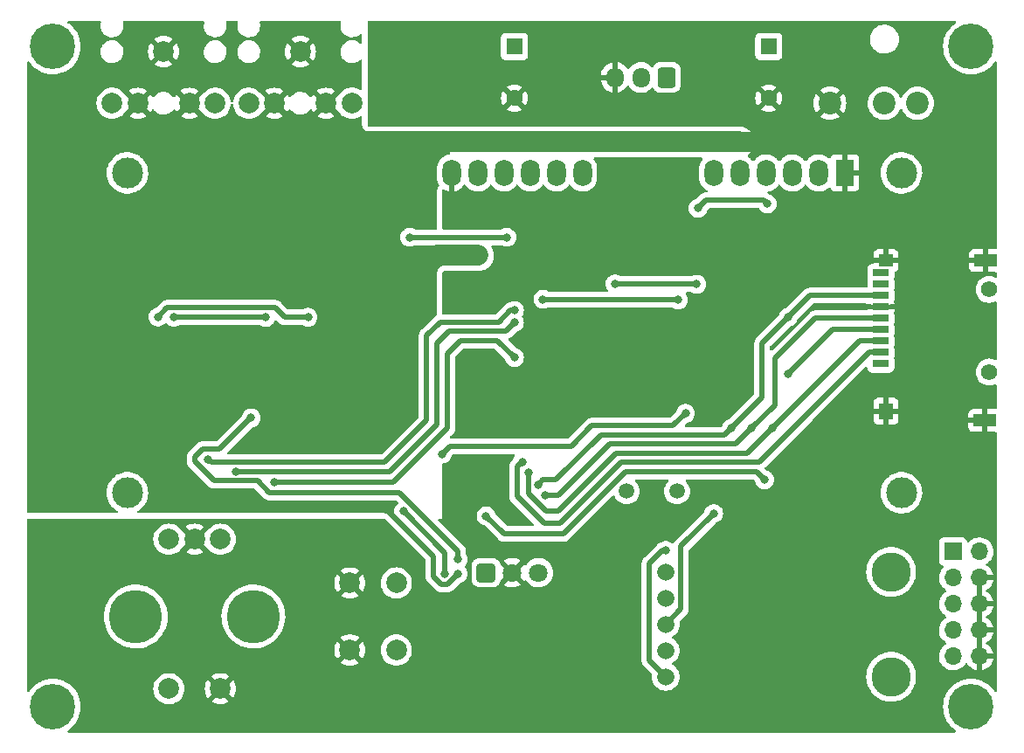
<source format=gbr>
%TF.GenerationSoftware,KiCad,Pcbnew,6.0.8*%
%TF.CreationDate,2022-10-28T18:19:01+03:00*%
%TF.ProjectId,DigiLight,44696769-4c69-4676-9874-2e6b69636164,rev?*%
%TF.SameCoordinates,Original*%
%TF.FileFunction,Copper,L2,Bot*%
%TF.FilePolarity,Positive*%
%FSLAX46Y46*%
G04 Gerber Fmt 4.6, Leading zero omitted, Abs format (unit mm)*
G04 Created by KiCad (PCBNEW 6.0.8) date 2022-10-28 18:19:01*
%MOMM*%
%LPD*%
G01*
G04 APERTURE LIST*
G04 Aperture macros list*
%AMRoundRect*
0 Rectangle with rounded corners*
0 $1 Rounding radius*
0 $2 $3 $4 $5 $6 $7 $8 $9 X,Y pos of 4 corners*
0 Add a 4 corners polygon primitive as box body*
4,1,4,$2,$3,$4,$5,$6,$7,$8,$9,$2,$3,0*
0 Add four circle primitives for the rounded corners*
1,1,$1+$1,$2,$3*
1,1,$1+$1,$4,$5*
1,1,$1+$1,$6,$7*
1,1,$1+$1,$8,$9*
0 Add four rect primitives between the rounded corners*
20,1,$1+$1,$2,$3,$4,$5,0*
20,1,$1+$1,$4,$5,$6,$7,0*
20,1,$1+$1,$6,$7,$8,$9,0*
20,1,$1+$1,$8,$9,$2,$3,0*%
G04 Aperture macros list end*
%TA.AperFunction,ComponentPad*%
%ADD10C,4.400000*%
%TD*%
%TA.AperFunction,ComponentPad*%
%ADD11R,1.600000X1.600000*%
%TD*%
%TA.AperFunction,ComponentPad*%
%ADD12C,1.600000*%
%TD*%
%TA.AperFunction,ComponentPad*%
%ADD13C,1.665000*%
%TD*%
%TA.AperFunction,ComponentPad*%
%ADD14C,3.810000*%
%TD*%
%TA.AperFunction,ComponentPad*%
%ADD15C,2.000000*%
%TD*%
%TA.AperFunction,ComponentPad*%
%ADD16R,1.700000X1.700000*%
%TD*%
%TA.AperFunction,ComponentPad*%
%ADD17O,1.700000X1.700000*%
%TD*%
%TA.AperFunction,WasherPad*%
%ADD18C,1.575000*%
%TD*%
%TA.AperFunction,SMDPad,CuDef*%
%ADD19R,1.600000X0.700000*%
%TD*%
%TA.AperFunction,SMDPad,CuDef*%
%ADD20R,1.400000X1.200000*%
%TD*%
%TA.AperFunction,SMDPad,CuDef*%
%ADD21R,2.200000X1.200000*%
%TD*%
%TA.AperFunction,SMDPad,CuDef*%
%ADD22R,1.400000X1.600000*%
%TD*%
%TA.AperFunction,ComponentPad*%
%ADD23RoundRect,0.250000X0.600000X0.725000X-0.600000X0.725000X-0.600000X-0.725000X0.600000X-0.725000X0*%
%TD*%
%TA.AperFunction,ComponentPad*%
%ADD24O,1.700000X1.950000*%
%TD*%
%TA.AperFunction,SMDPad,CuDef*%
%ADD25C,2.000000*%
%TD*%
%TA.AperFunction,ComponentPad*%
%ADD26C,5.161000*%
%TD*%
%TA.AperFunction,ComponentPad*%
%ADD27C,3.000000*%
%TD*%
%TA.AperFunction,ComponentPad*%
%ADD28R,1.800000X2.600000*%
%TD*%
%TA.AperFunction,ComponentPad*%
%ADD29O,1.800000X2.600000*%
%TD*%
%TA.AperFunction,ComponentPad*%
%ADD30C,1.500000*%
%TD*%
%TA.AperFunction,ComponentPad*%
%ADD31RoundRect,0.248400X-0.651600X-0.651600X0.651600X-0.651600X0.651600X0.651600X-0.651600X0.651600X0*%
%TD*%
%TA.AperFunction,ComponentPad*%
%ADD32C,1.800000*%
%TD*%
%TA.AperFunction,ComponentPad*%
%ADD33C,2.200000*%
%TD*%
%TA.AperFunction,ViaPad*%
%ADD34C,0.800000*%
%TD*%
%TA.AperFunction,Conductor*%
%ADD35C,2.000000*%
%TD*%
%TA.AperFunction,Conductor*%
%ADD36C,0.500000*%
%TD*%
G04 APERTURE END LIST*
G36*
X220500000Y-67250000D02*
G01*
X216500000Y-67250000D01*
X216500000Y-65250000D01*
X220500000Y-65250000D01*
X220500000Y-67250000D01*
G37*
D10*
X150000000Y-57000000D03*
X239000000Y-57000000D03*
X239000000Y-121000000D03*
X150000000Y-121000000D03*
D11*
X194750000Y-57000000D03*
D12*
X194750000Y-62000000D03*
D11*
X219394000Y-57000000D03*
D12*
X219394000Y-62000000D03*
D13*
X209399100Y-107928200D03*
X209399100Y-110468200D03*
X209399100Y-113008200D03*
X209399100Y-115548200D03*
X209399100Y-118088200D03*
D14*
X231243100Y-107928200D03*
X231243100Y-118088200D03*
D15*
X174000000Y-57500000D03*
X169000000Y-62500000D03*
X171500000Y-62500000D03*
X176500000Y-62500000D03*
X179000000Y-62500000D03*
X165750000Y-62500000D03*
X163250000Y-62500000D03*
X158250000Y-62500000D03*
X155750000Y-62500000D03*
X160750000Y-57500000D03*
D16*
X237250000Y-105947000D03*
D17*
X239790000Y-105947000D03*
X237250000Y-108487000D03*
X239790000Y-108487000D03*
X237250000Y-111027000D03*
X239790000Y-111027000D03*
X237250000Y-113567000D03*
X239790000Y-113567000D03*
X237250000Y-116107000D03*
X239790000Y-116107000D03*
D18*
X240750000Y-80550000D03*
X240750000Y-88550000D03*
D19*
X230250000Y-87750000D03*
X230250000Y-86650000D03*
X230250000Y-85550000D03*
X230250000Y-84450000D03*
X230250000Y-83350000D03*
X230250000Y-82250000D03*
X230250000Y-81150000D03*
X230250000Y-80050000D03*
X230250000Y-78950000D03*
D20*
X230750000Y-77750000D03*
D21*
X240410000Y-77750000D03*
X240350000Y-93250000D03*
D22*
X230750000Y-92350000D03*
D23*
X209500000Y-60000000D03*
D24*
X207000000Y-60000000D03*
X204500000Y-60000000D03*
D25*
X220500000Y-66250000D03*
X216500000Y-66250000D03*
D26*
X158050000Y-112250000D03*
X169450000Y-112250000D03*
D15*
X161250000Y-104750000D03*
X166250000Y-104750000D03*
X163750000Y-104750000D03*
X161250000Y-119250000D03*
X166250000Y-119250000D03*
X183300000Y-115500000D03*
X183300000Y-109000000D03*
X178800000Y-109000000D03*
X178800000Y-115500000D03*
D27*
X157250520Y-100250700D03*
X232249100Y-69250000D03*
X232249100Y-100250700D03*
X157250000Y-69250000D03*
D28*
X226750000Y-69250000D03*
D29*
X224210000Y-69250000D03*
X221670000Y-69250000D03*
X219130000Y-69250000D03*
X216590000Y-69250000D03*
X214050000Y-69250000D03*
X201350000Y-69250000D03*
X198810000Y-69250000D03*
X196270000Y-69250000D03*
X193730000Y-69250000D03*
X191190000Y-69250000D03*
X188650000Y-69250000D03*
D30*
X210500000Y-100105000D03*
X205620000Y-100105000D03*
D31*
X192000000Y-108000000D03*
D32*
X194540000Y-108000000D03*
X197080000Y-108000000D03*
D33*
X233800000Y-62500000D03*
X225300000Y-62500000D03*
X230600000Y-62500000D03*
D34*
X201750000Y-105250000D03*
X220250000Y-122000000D03*
X222750000Y-122000000D03*
X225250000Y-122000000D03*
X189803000Y-87532000D03*
X211881742Y-90400500D03*
X201499998Y-80000000D03*
X192851000Y-105439000D03*
X192343000Y-92612000D03*
X221250000Y-88750000D03*
X189295000Y-108106000D03*
X172500000Y-81250000D03*
X179135000Y-87913000D03*
X191250000Y-77250000D03*
X164276000Y-92993000D03*
X184500000Y-78500000D03*
X178373000Y-94771000D03*
X192000000Y-102499998D03*
X219000010Y-99000000D03*
X160212000Y-83214000D03*
X194000001Y-75499999D03*
X174750000Y-83250000D03*
X184600000Y-75500000D03*
X184000000Y-102050010D03*
X188025000Y-108106000D03*
X209399100Y-105832700D03*
X214060000Y-102264000D03*
X215750000Y-94000000D03*
X197042000Y-99470000D03*
X221250000Y-83250004D03*
X217750000Y-94000000D03*
X197750000Y-100464767D03*
X219250000Y-72250000D03*
X196153000Y-98327000D03*
X219750000Y-94000000D03*
X212536000Y-72673000D03*
X195500000Y-97250000D03*
X204500000Y-79999994D03*
X212409000Y-80039000D03*
X197500000Y-81499994D03*
X210631000Y-81563000D03*
X171515000Y-99216000D03*
X194756000Y-87151000D03*
X161736000Y-83250000D03*
X170660432Y-83261808D03*
X165038000Y-97004436D03*
X194750000Y-82579000D03*
X167750000Y-98250000D03*
X194750000Y-83750000D03*
X211317384Y-92559637D03*
X187750000Y-96500000D03*
X169229000Y-92993000D03*
X189295000Y-106709000D03*
D35*
X220500000Y-66250000D02*
X224547000Y-66250000D01*
D36*
X230250000Y-84450000D02*
X225550000Y-84450000D01*
X225550000Y-84450000D02*
X221250000Y-88750000D01*
X188279000Y-109122000D02*
X189295000Y-108106000D01*
X186882000Y-106391500D02*
X186882000Y-108360000D01*
X186882000Y-108360000D02*
X187644000Y-109122000D01*
X182183000Y-101629000D02*
X182183000Y-101692500D01*
D35*
X187258000Y-77250000D02*
X191250000Y-77250000D01*
X216500000Y-66250000D02*
X178500000Y-66250000D01*
D36*
X187644000Y-109122000D02*
X188279000Y-109122000D01*
D35*
X186008000Y-78500000D02*
X187258000Y-77250000D01*
D36*
X182183000Y-101692500D02*
X186882000Y-106391500D01*
D35*
X184500000Y-78500000D02*
X186008000Y-78500000D01*
D36*
X219000010Y-99000000D02*
X218200010Y-98200000D01*
X193750000Y-104250000D02*
X192000000Y-102499998D01*
X218200010Y-98200000D02*
X205550000Y-98200000D01*
X205550000Y-98200000D02*
X199500000Y-104250000D01*
X199500000Y-104250000D02*
X193750000Y-104250000D01*
X192868631Y-75499999D02*
X194000001Y-75499999D01*
X184004408Y-102050010D02*
X184000000Y-102050010D01*
X171560470Y-82325000D02*
X172485470Y-83250000D01*
X160212000Y-83214000D02*
X161101000Y-82325000D01*
X188025000Y-108106000D02*
X188025000Y-106070602D01*
X185731371Y-75499999D02*
X192868631Y-75499999D01*
X184600000Y-75500000D02*
X185731371Y-75499999D01*
X172485470Y-83250000D02*
X174750000Y-83250000D01*
X188025000Y-106070602D02*
X184004408Y-102050010D01*
X161101000Y-82325000D02*
X171560470Y-82325000D01*
X207837000Y-116526100D02*
X209399100Y-118088200D01*
X209094300Y-105832700D02*
X207837000Y-107090000D01*
X209462600Y-105832700D02*
X209094300Y-105832700D01*
X207837000Y-107090000D02*
X207837000Y-116526100D01*
X210885000Y-105439000D02*
X210885000Y-111522300D01*
X214060000Y-102264000D02*
X210885000Y-105439000D01*
X210885000Y-111522300D02*
X209399100Y-113008200D01*
X218750000Y-85750004D02*
X221250000Y-83250004D01*
X215750000Y-94000000D02*
X218750000Y-91000000D01*
X221250000Y-83250004D02*
X221250000Y-83250000D01*
X218750000Y-91000000D02*
X218750000Y-85750004D01*
X203106000Y-94644000D02*
X215106000Y-94644000D01*
X198750000Y-99000000D02*
X203106000Y-94644000D01*
X197042000Y-99470000D02*
X197512000Y-99000000D01*
X215106000Y-94644000D02*
X215750000Y-94000000D01*
X223350000Y-81150000D02*
X230250000Y-81150000D01*
X197512000Y-99000000D02*
X198750000Y-99000000D01*
X221250000Y-83250000D02*
X223350000Y-81150000D01*
X217750000Y-94000000D02*
X216217000Y-95533000D01*
X230250000Y-83350000D02*
X223900000Y-83350000D01*
X223900000Y-83350000D02*
X220000000Y-87250000D01*
X216217000Y-95533000D02*
X203967000Y-95533000D01*
X220000000Y-87250000D02*
X220000000Y-91750000D01*
X203967000Y-95533000D02*
X199000000Y-100500000D01*
X220000000Y-91750000D02*
X217750000Y-94000000D01*
X197785233Y-100500000D02*
X197750000Y-100464767D01*
X199000000Y-100500000D02*
X197785233Y-100500000D01*
X198999999Y-102000001D02*
X204578000Y-96422000D01*
X196153000Y-98327000D02*
X196153000Y-100359000D01*
X218911000Y-71911000D02*
X213298000Y-71911000D01*
X213298000Y-71911000D02*
X212536000Y-72673000D01*
X197794001Y-102000001D02*
X198999999Y-102000001D01*
X228200000Y-85550000D02*
X230250000Y-85550000D01*
X217328000Y-96422000D02*
X219750000Y-94000000D01*
X204578000Y-96422000D02*
X217328000Y-96422000D01*
X219250000Y-72250000D02*
X218911000Y-71911000D01*
X219750000Y-94000000D02*
X228200000Y-85550000D01*
X196153000Y-100359000D02*
X197794001Y-102000001D01*
X195452000Y-97250000D02*
X195500000Y-97250000D01*
X199125000Y-103250000D02*
X197647000Y-103250000D01*
X205064000Y-97311000D02*
X199125000Y-103250000D01*
X195010000Y-97692000D02*
X195452000Y-97250000D01*
X195010000Y-100613000D02*
X195010000Y-97692000D01*
X197647000Y-103250000D02*
X195010000Y-100613000D01*
X229100000Y-86650000D02*
X218439000Y-97311000D01*
X230250000Y-86650000D02*
X229100000Y-86650000D01*
X218439000Y-97311000D02*
X205064000Y-97311000D01*
X212409000Y-80039000D02*
X204539006Y-80039000D01*
X204539006Y-80039000D02*
X204500000Y-79999994D01*
X197563006Y-81563000D02*
X210631000Y-81563000D01*
X197500000Y-81499994D02*
X197563006Y-81563000D01*
X161736000Y-83250000D02*
X161747808Y-83261808D01*
X188250000Y-86750000D02*
X189500000Y-85500000D01*
X183034000Y-99216000D02*
X188250000Y-94000000D01*
X193105000Y-85500000D02*
X194756000Y-87151000D01*
X188250000Y-94000000D02*
X188250000Y-86750000D01*
X171515000Y-99216000D02*
X183034000Y-99216000D01*
X189500000Y-85500000D02*
X193105000Y-85500000D01*
X161747808Y-83261808D02*
X170660432Y-83261808D01*
X194375000Y-82579000D02*
X194750000Y-82579000D01*
X187528000Y-83722000D02*
X193232000Y-83722000D01*
X193232000Y-83722000D02*
X194375000Y-82579000D01*
X165038000Y-97004436D02*
X165344564Y-97311000D01*
X165344564Y-97311000D02*
X182183000Y-97311000D01*
X186247000Y-93247000D02*
X186247000Y-85003000D01*
X186247000Y-85003000D02*
X187528000Y-83722000D01*
X182183000Y-97311000D02*
X186247000Y-93247000D01*
X187263000Y-85737000D02*
X188389000Y-84611000D01*
X167750000Y-98250000D02*
X182641000Y-98250000D01*
X187263000Y-93628000D02*
X187263000Y-85737000D01*
X182641000Y-98250000D02*
X187263000Y-93628000D01*
X188389000Y-84611000D02*
X193889000Y-84611000D01*
X193889000Y-84611000D02*
X194750000Y-83750000D01*
X188500000Y-95750000D02*
X200250000Y-95750000D01*
X200250000Y-95750000D02*
X202245000Y-93755000D01*
X187750000Y-96500000D02*
X188500000Y-95750000D01*
X202245000Y-93755000D02*
X210122021Y-93755000D01*
X210122021Y-93755000D02*
X211317384Y-92559637D01*
X189295000Y-105947000D02*
X183580000Y-100232000D01*
X183580000Y-100232000D02*
X171007000Y-100232000D01*
X163768000Y-97237865D02*
X163768000Y-96771007D01*
X164498007Y-96041000D02*
X166181000Y-96041000D01*
X171007000Y-100232000D02*
X169875000Y-99100000D01*
X163768000Y-96771007D02*
X164498007Y-96041000D01*
X189295000Y-106709000D02*
X189295000Y-105947000D01*
X166181000Y-96041000D02*
X169229000Y-92993000D01*
X169875000Y-99100000D02*
X165630135Y-99100000D01*
X165630135Y-99100000D02*
X163768000Y-97237865D01*
%TA.AperFunction,Conductor*%
G36*
X237500316Y-54528502D02*
G01*
X237546809Y-54582158D01*
X237556913Y-54652432D01*
X237527419Y-54717012D01*
X237496618Y-54742785D01*
X237478074Y-54753817D01*
X237478068Y-54753821D01*
X237474814Y-54755757D01*
X237471812Y-54758073D01*
X237228738Y-54945604D01*
X237216244Y-54955243D01*
X237213534Y-54957911D01*
X237011396Y-55156899D01*
X236983513Y-55184347D01*
X236981149Y-55187314D01*
X236981146Y-55187317D01*
X236811218Y-55400564D01*
X236779991Y-55439751D01*
X236608626Y-55717757D01*
X236594045Y-55749385D01*
X236475992Y-56005465D01*
X236471902Y-56014336D01*
X236470741Y-56017940D01*
X236470741Y-56017941D01*
X236459079Y-56054156D01*
X236371797Y-56325192D01*
X236371079Y-56328903D01*
X236371078Y-56328907D01*
X236310482Y-56642105D01*
X236310481Y-56642114D01*
X236309763Y-56645824D01*
X236309496Y-56649600D01*
X236309495Y-56649605D01*
X236290177Y-56922450D01*
X236286698Y-56971585D01*
X236290942Y-57056826D01*
X236294322Y-57124719D01*
X236302936Y-57297759D01*
X236303577Y-57301490D01*
X236303578Y-57301498D01*
X236347034Y-57554396D01*
X236358241Y-57619619D01*
X236359329Y-57623258D01*
X236359330Y-57623261D01*
X236374039Y-57672442D01*
X236451814Y-57932504D01*
X236453327Y-57935975D01*
X236453329Y-57935981D01*
X236508500Y-58062563D01*
X236582297Y-58231881D01*
X236747802Y-58513414D01*
X236750414Y-58516837D01*
X236943631Y-58770012D01*
X236943636Y-58770017D01*
X236945931Y-58773025D01*
X237007931Y-58836670D01*
X237145592Y-58977982D01*
X237173814Y-59006953D01*
X237246635Y-59065607D01*
X237425196Y-59209431D01*
X237425201Y-59209435D01*
X237428149Y-59211809D01*
X237705253Y-59384627D01*
X238001112Y-59522903D01*
X238311440Y-59624634D01*
X238631742Y-59688346D01*
X238635514Y-59688633D01*
X238635522Y-59688634D01*
X238953602Y-59712829D01*
X238953607Y-59712829D01*
X238957379Y-59713116D01*
X239283633Y-59698586D01*
X239343425Y-59688634D01*
X239602037Y-59645590D01*
X239602042Y-59645589D01*
X239605778Y-59644967D01*
X239919149Y-59553034D01*
X239922616Y-59551544D01*
X239922620Y-59551543D01*
X240215721Y-59425616D01*
X240215723Y-59425615D01*
X240219205Y-59424119D01*
X240501601Y-59260091D01*
X240715105Y-59098911D01*
X240759221Y-59065607D01*
X240759222Y-59065606D01*
X240762245Y-59063324D01*
X240997363Y-58836670D01*
X241080601Y-58734429D01*
X241201155Y-58586351D01*
X241201158Y-58586347D01*
X241203549Y-58583410D01*
X241258939Y-58495622D01*
X241312205Y-58448685D01*
X241382392Y-58437996D01*
X241447217Y-58466951D01*
X241486096Y-58526355D01*
X241491500Y-58562859D01*
X241491500Y-76516000D01*
X241471498Y-76584121D01*
X241417842Y-76630614D01*
X241365500Y-76642000D01*
X240682115Y-76642000D01*
X240666876Y-76646475D01*
X240665671Y-76647865D01*
X240664000Y-76655548D01*
X240664000Y-78839884D01*
X240668475Y-78855123D01*
X240669865Y-78856328D01*
X240677548Y-78857999D01*
X241365500Y-78857999D01*
X241433621Y-78878001D01*
X241480114Y-78931657D01*
X241491500Y-78983999D01*
X241491500Y-79268008D01*
X241471498Y-79336129D01*
X241417842Y-79382622D01*
X241347568Y-79392726D01*
X241312251Y-79382203D01*
X241231860Y-79344717D01*
X241194951Y-79327506D01*
X241189647Y-79326085D01*
X241189642Y-79326083D01*
X241019524Y-79280500D01*
X240975908Y-79268813D01*
X240750000Y-79249049D01*
X240524092Y-79268813D01*
X240305049Y-79327506D01*
X240268140Y-79344717D01*
X240104512Y-79421017D01*
X240104507Y-79421020D01*
X240099525Y-79423343D01*
X240049827Y-79458142D01*
X239918276Y-79550255D01*
X239918273Y-79550257D01*
X239913765Y-79553414D01*
X239753414Y-79713765D01*
X239623343Y-79899525D01*
X239621020Y-79904507D01*
X239621017Y-79904512D01*
X239583730Y-79984476D01*
X239527506Y-80105049D01*
X239468813Y-80324092D01*
X239449049Y-80550000D01*
X239468813Y-80775908D01*
X239527506Y-80994951D01*
X239544677Y-81031774D01*
X239621017Y-81195488D01*
X239621020Y-81195493D01*
X239623343Y-81200475D01*
X239626500Y-81204983D01*
X239748793Y-81379635D01*
X239753414Y-81386235D01*
X239913765Y-81546586D01*
X239918274Y-81549743D01*
X239918276Y-81549745D01*
X240095020Y-81673504D01*
X240095026Y-81673508D01*
X240099524Y-81676657D01*
X240305049Y-81772494D01*
X240310353Y-81773915D01*
X240310358Y-81773917D01*
X240454501Y-81812540D01*
X240524092Y-81831187D01*
X240750000Y-81850951D01*
X240975908Y-81831187D01*
X241045499Y-81812540D01*
X241189642Y-81773917D01*
X241189647Y-81773915D01*
X241194951Y-81772494D01*
X241286503Y-81729803D01*
X241312251Y-81717797D01*
X241382442Y-81707136D01*
X241447255Y-81736116D01*
X241486111Y-81795536D01*
X241491500Y-81831992D01*
X241491500Y-87268008D01*
X241471498Y-87336129D01*
X241417842Y-87382622D01*
X241347568Y-87392726D01*
X241312251Y-87382203D01*
X241262111Y-87358823D01*
X241194951Y-87327506D01*
X241189647Y-87326085D01*
X241189642Y-87326083D01*
X241040260Y-87286056D01*
X240975908Y-87268813D01*
X240750000Y-87249049D01*
X240524092Y-87268813D01*
X240305049Y-87327506D01*
X240245481Y-87355283D01*
X240104512Y-87421017D01*
X240104507Y-87421020D01*
X240099525Y-87423343D01*
X240008501Y-87487079D01*
X239918276Y-87550255D01*
X239918273Y-87550257D01*
X239913765Y-87553414D01*
X239753414Y-87713765D01*
X239750257Y-87718273D01*
X239750255Y-87718276D01*
X239696098Y-87795620D01*
X239623343Y-87899525D01*
X239621020Y-87904507D01*
X239621017Y-87904512D01*
X239595664Y-87958882D01*
X239527506Y-88105049D01*
X239468813Y-88324092D01*
X239449049Y-88550000D01*
X239468813Y-88775908D01*
X239527506Y-88994951D01*
X239529831Y-88999936D01*
X239621017Y-89195488D01*
X239621020Y-89195493D01*
X239623343Y-89200475D01*
X239753414Y-89386235D01*
X239913765Y-89546586D01*
X239918274Y-89549743D01*
X239918276Y-89549745D01*
X240095020Y-89673504D01*
X240095026Y-89673508D01*
X240099524Y-89676657D01*
X240305049Y-89772494D01*
X240310353Y-89773915D01*
X240310358Y-89773917D01*
X240459740Y-89813944D01*
X240524092Y-89831187D01*
X240750000Y-89850951D01*
X240975908Y-89831187D01*
X241040260Y-89813944D01*
X241189642Y-89773917D01*
X241189647Y-89773915D01*
X241194951Y-89772494D01*
X241272965Y-89736116D01*
X241312251Y-89717797D01*
X241382442Y-89707136D01*
X241447255Y-89736116D01*
X241486111Y-89795536D01*
X241491500Y-89831992D01*
X241491500Y-92016000D01*
X241471498Y-92084121D01*
X241417842Y-92130614D01*
X241365500Y-92142000D01*
X240622115Y-92142000D01*
X240606876Y-92146475D01*
X240605671Y-92147865D01*
X240604000Y-92155548D01*
X240604000Y-94339884D01*
X240608475Y-94355123D01*
X240609865Y-94356328D01*
X240617548Y-94357999D01*
X241365500Y-94357999D01*
X241433621Y-94378001D01*
X241480114Y-94431657D01*
X241491500Y-94483999D01*
X241491500Y-119433521D01*
X241471498Y-119501642D01*
X241417842Y-119548135D01*
X241347568Y-119558239D01*
X241282988Y-119528745D01*
X241257557Y-119498515D01*
X241236226Y-119463084D01*
X241233899Y-119460100D01*
X241233894Y-119460093D01*
X241037726Y-119208558D01*
X241037724Y-119208556D01*
X241035390Y-119205563D01*
X240805070Y-118974034D01*
X240548603Y-118771852D01*
X240269705Y-118601945D01*
X240266261Y-118600379D01*
X240266257Y-118600377D01*
X240140702Y-118543291D01*
X239972414Y-118466775D01*
X239661037Y-118368300D01*
X239414571Y-118321952D01*
X239343809Y-118308645D01*
X239343807Y-118308645D01*
X239340086Y-118307945D01*
X239014208Y-118286586D01*
X239010428Y-118286794D01*
X239010427Y-118286794D01*
X238912897Y-118292162D01*
X238688124Y-118304532D01*
X238684397Y-118305193D01*
X238684393Y-118305193D01*
X238620752Y-118316472D01*
X238366557Y-118361522D01*
X238362941Y-118362624D01*
X238362933Y-118362626D01*
X238057789Y-118455627D01*
X238054167Y-118456731D01*
X237755477Y-118588781D01*
X237730041Y-118603914D01*
X237478074Y-118753817D01*
X237478068Y-118753821D01*
X237474814Y-118755757D01*
X237471812Y-118758073D01*
X237224388Y-118948960D01*
X237216244Y-118955243D01*
X236983513Y-119184347D01*
X236981149Y-119187314D01*
X236981146Y-119187317D01*
X236800614Y-119413871D01*
X236779991Y-119439751D01*
X236608626Y-119717757D01*
X236606593Y-119722167D01*
X236500865Y-119951511D01*
X236471902Y-120014336D01*
X236470741Y-120017940D01*
X236470741Y-120017941D01*
X236462196Y-120044477D01*
X236371797Y-120325192D01*
X236371079Y-120328903D01*
X236371078Y-120328907D01*
X236310482Y-120642105D01*
X236310481Y-120642114D01*
X236309763Y-120645824D01*
X236309496Y-120649600D01*
X236309495Y-120649605D01*
X236302781Y-120744428D01*
X236286698Y-120971585D01*
X236302936Y-121297759D01*
X236303577Y-121301490D01*
X236303578Y-121301498D01*
X236318109Y-121386060D01*
X236358241Y-121619619D01*
X236451814Y-121932504D01*
X236582297Y-122231881D01*
X236584220Y-122235152D01*
X236584222Y-122235156D01*
X236626584Y-122307215D01*
X236747802Y-122513414D01*
X236750103Y-122516429D01*
X236943631Y-122770012D01*
X236943636Y-122770017D01*
X236945931Y-122773025D01*
X237173814Y-123006953D01*
X237246635Y-123065607D01*
X237425196Y-123209431D01*
X237425201Y-123209435D01*
X237428149Y-123211809D01*
X237431371Y-123213818D01*
X237431376Y-123213822D01*
X237503156Y-123258588D01*
X237550373Y-123311607D01*
X237561429Y-123381738D01*
X237532815Y-123446713D01*
X237473615Y-123485903D01*
X237436480Y-123491500D01*
X151570222Y-123491500D01*
X151502101Y-123471498D01*
X151455608Y-123417842D01*
X151445504Y-123347568D01*
X151474998Y-123282988D01*
X151499890Y-123261085D01*
X151501601Y-123260091D01*
X151504623Y-123257810D01*
X151504627Y-123257807D01*
X151759221Y-123065607D01*
X151759222Y-123065606D01*
X151762245Y-123063324D01*
X151997363Y-122836670D01*
X152203549Y-122583410D01*
X152255429Y-122501185D01*
X152375788Y-122310428D01*
X152375790Y-122310425D01*
X152377815Y-122307215D01*
X152517638Y-122012084D01*
X152544188Y-121932504D01*
X152619790Y-121705897D01*
X152619792Y-121705891D01*
X152620992Y-121702293D01*
X152686381Y-121382329D01*
X152692956Y-121301498D01*
X152712674Y-121059061D01*
X152712856Y-121056826D01*
X152713451Y-121000000D01*
X152711510Y-120967796D01*
X152694026Y-120677793D01*
X152694026Y-120677789D01*
X152693798Y-120674015D01*
X152688650Y-120645824D01*
X152635805Y-120356473D01*
X152635804Y-120356469D01*
X152635125Y-120352751D01*
X152627722Y-120328907D01*
X152561030Y-120114124D01*
X152538282Y-120040863D01*
X152404670Y-119742869D01*
X152236226Y-119463084D01*
X152233899Y-119460100D01*
X152233894Y-119460093D01*
X152070046Y-119250000D01*
X159736835Y-119250000D01*
X159755465Y-119486711D01*
X159756619Y-119491518D01*
X159756620Y-119491524D01*
X159786122Y-119614408D01*
X159810895Y-119717594D01*
X159812788Y-119722165D01*
X159812789Y-119722167D01*
X159899772Y-119932163D01*
X159901760Y-119936963D01*
X159904346Y-119941183D01*
X160023241Y-120135202D01*
X160023245Y-120135208D01*
X160025824Y-120139416D01*
X160180031Y-120319969D01*
X160360584Y-120474176D01*
X160364792Y-120476755D01*
X160364798Y-120476759D01*
X160558084Y-120595205D01*
X160563037Y-120598240D01*
X160567607Y-120600133D01*
X160567611Y-120600135D01*
X160777833Y-120687211D01*
X160782406Y-120689105D01*
X160862609Y-120708360D01*
X161008476Y-120743380D01*
X161008482Y-120743381D01*
X161013289Y-120744535D01*
X161250000Y-120763165D01*
X161486711Y-120744535D01*
X161491518Y-120743381D01*
X161491524Y-120743380D01*
X161637391Y-120708360D01*
X161717594Y-120689105D01*
X161722167Y-120687211D01*
X161932389Y-120600135D01*
X161932393Y-120600133D01*
X161936963Y-120598240D01*
X161941916Y-120595205D01*
X162125556Y-120482670D01*
X165382160Y-120482670D01*
X165387887Y-120490320D01*
X165559042Y-120595205D01*
X165567837Y-120599687D01*
X165777988Y-120686734D01*
X165787373Y-120689783D01*
X166008554Y-120742885D01*
X166018301Y-120744428D01*
X166245070Y-120762275D01*
X166254930Y-120762275D01*
X166481699Y-120744428D01*
X166491446Y-120742885D01*
X166712627Y-120689783D01*
X166722012Y-120686734D01*
X166932163Y-120599687D01*
X166940958Y-120595205D01*
X167108445Y-120492568D01*
X167117907Y-120482110D01*
X167114124Y-120473334D01*
X166262812Y-119622022D01*
X166248868Y-119614408D01*
X166247035Y-119614539D01*
X166240420Y-119618790D01*
X165388920Y-120470290D01*
X165382160Y-120482670D01*
X162125556Y-120482670D01*
X162135202Y-120476759D01*
X162135208Y-120476755D01*
X162139416Y-120474176D01*
X162319969Y-120319969D01*
X162474176Y-120139416D01*
X162476755Y-120135208D01*
X162476759Y-120135202D01*
X162595654Y-119941183D01*
X162598240Y-119936963D01*
X162600229Y-119932163D01*
X162687211Y-119722167D01*
X162687212Y-119722165D01*
X162689105Y-119717594D01*
X162713878Y-119614408D01*
X162743380Y-119491524D01*
X162743381Y-119491518D01*
X162744535Y-119486711D01*
X162762777Y-119254930D01*
X164737725Y-119254930D01*
X164755572Y-119481699D01*
X164757115Y-119491446D01*
X164810217Y-119712627D01*
X164813266Y-119722012D01*
X164900313Y-119932163D01*
X164904795Y-119940958D01*
X165007432Y-120108445D01*
X165017890Y-120117907D01*
X165026666Y-120114124D01*
X165877978Y-119262812D01*
X165884356Y-119251132D01*
X166614408Y-119251132D01*
X166614539Y-119252965D01*
X166618790Y-119259580D01*
X167470290Y-120111080D01*
X167482670Y-120117840D01*
X167490320Y-120112113D01*
X167595205Y-119940958D01*
X167599687Y-119932163D01*
X167686734Y-119722012D01*
X167689783Y-119712627D01*
X167742885Y-119491446D01*
X167744428Y-119481699D01*
X167762275Y-119254930D01*
X167762275Y-119245070D01*
X167744428Y-119018301D01*
X167742885Y-119008554D01*
X167689783Y-118787373D01*
X167686734Y-118777988D01*
X167599687Y-118567837D01*
X167595205Y-118559042D01*
X167492568Y-118391555D01*
X167482110Y-118382093D01*
X167473334Y-118385876D01*
X166622022Y-119237188D01*
X166614408Y-119251132D01*
X165884356Y-119251132D01*
X165885592Y-119248868D01*
X165885461Y-119247035D01*
X165881210Y-119240420D01*
X165029710Y-118388920D01*
X165017330Y-118382160D01*
X165009680Y-118387887D01*
X164904795Y-118559042D01*
X164900313Y-118567837D01*
X164813266Y-118777988D01*
X164810217Y-118787373D01*
X164757115Y-119008554D01*
X164755572Y-119018301D01*
X164737725Y-119245070D01*
X164737725Y-119254930D01*
X162762777Y-119254930D01*
X162763165Y-119250000D01*
X162744535Y-119013289D01*
X162734549Y-118971691D01*
X162690260Y-118787218D01*
X162689105Y-118782406D01*
X162685703Y-118774193D01*
X162600135Y-118567611D01*
X162600133Y-118567607D01*
X162598240Y-118563037D01*
X162586140Y-118543291D01*
X162476759Y-118364798D01*
X162476755Y-118364792D01*
X162474176Y-118360584D01*
X162319969Y-118180031D01*
X162139416Y-118025824D01*
X162135208Y-118023245D01*
X162135202Y-118023241D01*
X162126470Y-118017890D01*
X165382093Y-118017890D01*
X165385876Y-118026666D01*
X166237188Y-118877978D01*
X166251132Y-118885592D01*
X166252965Y-118885461D01*
X166259580Y-118881210D01*
X167111080Y-118029710D01*
X167117840Y-118017330D01*
X167112113Y-118009680D01*
X166940958Y-117904795D01*
X166932163Y-117900313D01*
X166722012Y-117813266D01*
X166712627Y-117810217D01*
X166491446Y-117757115D01*
X166481699Y-117755572D01*
X166254930Y-117737725D01*
X166245070Y-117737725D01*
X166018301Y-117755572D01*
X166008554Y-117757115D01*
X165787373Y-117810217D01*
X165777988Y-117813266D01*
X165567837Y-117900313D01*
X165559042Y-117904795D01*
X165391555Y-118007432D01*
X165382093Y-118017890D01*
X162126470Y-118017890D01*
X161941183Y-117904346D01*
X161936963Y-117901760D01*
X161932393Y-117899867D01*
X161932389Y-117899865D01*
X161722167Y-117812789D01*
X161722165Y-117812788D01*
X161717594Y-117810895D01*
X161593947Y-117781210D01*
X161491524Y-117756620D01*
X161491518Y-117756619D01*
X161486711Y-117755465D01*
X161250000Y-117736835D01*
X161013289Y-117755465D01*
X161008482Y-117756619D01*
X161008476Y-117756620D01*
X160906053Y-117781210D01*
X160782406Y-117810895D01*
X160777835Y-117812788D01*
X160777833Y-117812789D01*
X160567611Y-117899865D01*
X160567607Y-117899867D01*
X160563037Y-117901760D01*
X160558817Y-117904346D01*
X160364798Y-118023241D01*
X160364792Y-118023245D01*
X160360584Y-118025824D01*
X160180031Y-118180031D01*
X160025824Y-118360584D01*
X160023245Y-118364792D01*
X160023241Y-118364798D01*
X159913860Y-118543291D01*
X159901760Y-118563037D01*
X159899867Y-118567607D01*
X159899865Y-118567611D01*
X159814297Y-118774193D01*
X159810895Y-118782406D01*
X159809740Y-118787218D01*
X159765452Y-118971691D01*
X159755465Y-119013289D01*
X159736835Y-119250000D01*
X152070046Y-119250000D01*
X152037726Y-119208558D01*
X152037724Y-119208556D01*
X152035390Y-119205563D01*
X151805070Y-118974034D01*
X151548603Y-118771852D01*
X151269705Y-118601945D01*
X151266261Y-118600379D01*
X151266257Y-118600377D01*
X151140702Y-118543291D01*
X150972414Y-118466775D01*
X150661037Y-118368300D01*
X150414571Y-118321952D01*
X150343809Y-118308645D01*
X150343807Y-118308645D01*
X150340086Y-118307945D01*
X150014208Y-118286586D01*
X150010428Y-118286794D01*
X150010427Y-118286794D01*
X149912897Y-118292162D01*
X149688124Y-118304532D01*
X149684397Y-118305193D01*
X149684393Y-118305193D01*
X149620752Y-118316472D01*
X149366557Y-118361522D01*
X149362941Y-118362624D01*
X149362933Y-118362626D01*
X149057789Y-118455627D01*
X149054167Y-118456731D01*
X148755477Y-118588781D01*
X148730041Y-118603914D01*
X148478074Y-118753817D01*
X148478068Y-118753821D01*
X148474814Y-118755757D01*
X148471812Y-118758073D01*
X148224388Y-118948960D01*
X148216244Y-118955243D01*
X147983513Y-119184347D01*
X147981149Y-119187314D01*
X147981146Y-119187317D01*
X147800614Y-119413871D01*
X147779991Y-119439751D01*
X147778000Y-119442981D01*
X147741760Y-119501773D01*
X147688988Y-119549266D01*
X147618916Y-119560690D01*
X147553792Y-119532416D01*
X147514293Y-119473422D01*
X147508500Y-119435657D01*
X147508500Y-116732670D01*
X177932160Y-116732670D01*
X177937887Y-116740320D01*
X178109042Y-116845205D01*
X178117837Y-116849687D01*
X178327988Y-116936734D01*
X178337373Y-116939783D01*
X178558554Y-116992885D01*
X178568301Y-116994428D01*
X178795070Y-117012275D01*
X178804930Y-117012275D01*
X179031699Y-116994428D01*
X179041446Y-116992885D01*
X179262627Y-116939783D01*
X179272012Y-116936734D01*
X179482163Y-116849687D01*
X179490958Y-116845205D01*
X179658445Y-116742568D01*
X179667907Y-116732110D01*
X179664124Y-116723334D01*
X178812812Y-115872022D01*
X178798868Y-115864408D01*
X178797035Y-115864539D01*
X178790420Y-115868790D01*
X177938920Y-116720290D01*
X177932160Y-116732670D01*
X147508500Y-116732670D01*
X147508500Y-115504930D01*
X177287725Y-115504930D01*
X177305572Y-115731699D01*
X177307115Y-115741446D01*
X177360217Y-115962627D01*
X177363266Y-115972012D01*
X177450313Y-116182163D01*
X177454795Y-116190958D01*
X177557432Y-116358445D01*
X177567890Y-116367907D01*
X177576666Y-116364124D01*
X178427978Y-115512812D01*
X178434356Y-115501132D01*
X179164408Y-115501132D01*
X179164539Y-115502965D01*
X179168790Y-115509580D01*
X180020290Y-116361080D01*
X180032670Y-116367840D01*
X180040320Y-116362113D01*
X180145205Y-116190958D01*
X180149687Y-116182163D01*
X180236734Y-115972012D01*
X180239783Y-115962627D01*
X180292885Y-115741446D01*
X180294428Y-115731699D01*
X180312275Y-115504930D01*
X180312275Y-115500000D01*
X181786835Y-115500000D01*
X181805465Y-115736711D01*
X181806619Y-115741518D01*
X181806620Y-115741524D01*
X181816326Y-115781952D01*
X181860895Y-115967594D01*
X181862788Y-115972165D01*
X181862789Y-115972167D01*
X181949772Y-116182163D01*
X181951760Y-116186963D01*
X181954346Y-116191183D01*
X182073241Y-116385202D01*
X182073245Y-116385208D01*
X182075824Y-116389416D01*
X182230031Y-116569969D01*
X182410584Y-116724176D01*
X182414792Y-116726755D01*
X182414798Y-116726759D01*
X182564016Y-116818200D01*
X182613037Y-116848240D01*
X182617607Y-116850133D01*
X182617611Y-116850135D01*
X182827833Y-116937211D01*
X182832406Y-116939105D01*
X182912609Y-116958360D01*
X183058476Y-116993380D01*
X183058482Y-116993381D01*
X183063289Y-116994535D01*
X183300000Y-117013165D01*
X183536711Y-116994535D01*
X183541518Y-116993381D01*
X183541524Y-116993380D01*
X183687391Y-116958360D01*
X183767594Y-116939105D01*
X183772167Y-116937211D01*
X183982389Y-116850135D01*
X183982393Y-116850133D01*
X183986963Y-116848240D01*
X184035984Y-116818200D01*
X184185202Y-116726759D01*
X184185208Y-116726755D01*
X184189416Y-116724176D01*
X184369969Y-116569969D01*
X184430199Y-116499449D01*
X207073801Y-116499449D01*
X207074394Y-116506741D01*
X207074394Y-116506744D01*
X207078085Y-116552118D01*
X207078500Y-116562333D01*
X207078500Y-116570393D01*
X207079549Y-116579389D01*
X207081789Y-116598607D01*
X207082222Y-116602982D01*
X207087163Y-116663723D01*
X207088140Y-116675737D01*
X207090396Y-116682701D01*
X207091587Y-116688660D01*
X207092971Y-116694515D01*
X207093818Y-116701781D01*
X207118735Y-116770427D01*
X207120152Y-116774555D01*
X207142649Y-116843999D01*
X207146445Y-116850254D01*
X207148951Y-116855728D01*
X207151670Y-116861158D01*
X207154167Y-116868037D01*
X207158180Y-116874157D01*
X207158180Y-116874158D01*
X207194186Y-116929076D01*
X207196523Y-116932780D01*
X207234405Y-116995207D01*
X207238121Y-116999415D01*
X207238122Y-116999416D01*
X207241803Y-117003584D01*
X207241776Y-117003608D01*
X207244429Y-117006600D01*
X207247132Y-117009833D01*
X207251144Y-117015952D01*
X207256456Y-117020984D01*
X207307383Y-117069228D01*
X207309825Y-117071606D01*
X208033430Y-117795211D01*
X208067456Y-117857523D01*
X208069856Y-117895287D01*
X208052978Y-118088200D01*
X208073429Y-118321952D01*
X208074853Y-118327265D01*
X208074853Y-118327267D01*
X208112655Y-118468345D01*
X208134159Y-118548601D01*
X208136481Y-118553582D01*
X208136482Y-118553583D01*
X208230998Y-118756274D01*
X208231001Y-118756279D01*
X208233324Y-118761261D01*
X208236480Y-118765768D01*
X208236481Y-118765770D01*
X208320382Y-118885592D01*
X208367911Y-118953471D01*
X208533829Y-119119389D01*
X208538337Y-119122546D01*
X208538340Y-119122548D01*
X208721530Y-119250819D01*
X208726039Y-119253976D01*
X208731021Y-119256299D01*
X208731026Y-119256302D01*
X208933717Y-119350818D01*
X208938699Y-119353141D01*
X208944007Y-119354563D01*
X208944009Y-119354564D01*
X209160033Y-119412447D01*
X209160035Y-119412447D01*
X209165348Y-119413871D01*
X209399100Y-119434322D01*
X209632852Y-119413871D01*
X209638165Y-119412447D01*
X209638167Y-119412447D01*
X209854191Y-119354564D01*
X209854193Y-119354563D01*
X209859501Y-119353141D01*
X209864483Y-119350818D01*
X210067174Y-119256302D01*
X210067179Y-119256299D01*
X210072161Y-119253976D01*
X210076670Y-119250819D01*
X210259860Y-119122548D01*
X210259863Y-119122546D01*
X210264371Y-119119389D01*
X210430289Y-118953471D01*
X210477819Y-118885592D01*
X210561719Y-118765770D01*
X210561720Y-118765768D01*
X210564876Y-118761261D01*
X210567199Y-118756279D01*
X210567202Y-118756274D01*
X210661718Y-118553583D01*
X210661719Y-118553582D01*
X210664041Y-118548601D01*
X210685546Y-118468345D01*
X210723347Y-118327267D01*
X210723347Y-118327265D01*
X210724771Y-118321952D01*
X210745222Y-118088200D01*
X228824828Y-118088200D01*
X228843897Y-118391290D01*
X228900802Y-118689600D01*
X228932571Y-118787373D01*
X228987983Y-118957911D01*
X228994648Y-118978425D01*
X229013412Y-119018301D01*
X229122264Y-119249625D01*
X229122268Y-119249632D01*
X229123952Y-119253211D01*
X229286677Y-119509625D01*
X229318535Y-119548135D01*
X229476939Y-119739611D01*
X229480256Y-119743621D01*
X229483146Y-119746335D01*
X229483147Y-119746336D01*
X229686143Y-119936963D01*
X229701635Y-119951511D01*
X229947325Y-120130015D01*
X230213450Y-120276318D01*
X230495813Y-120388113D01*
X230499652Y-120389099D01*
X230499656Y-120389100D01*
X230636226Y-120424165D01*
X230789961Y-120463638D01*
X230793889Y-120464134D01*
X230793893Y-120464135D01*
X230873378Y-120474176D01*
X231091255Y-120501700D01*
X231394945Y-120501700D01*
X231612822Y-120474176D01*
X231692307Y-120464135D01*
X231692311Y-120464134D01*
X231696239Y-120463638D01*
X231849974Y-120424165D01*
X231986544Y-120389100D01*
X231986548Y-120389099D01*
X231990387Y-120388113D01*
X232272750Y-120276318D01*
X232538875Y-120130015D01*
X232784565Y-119951511D01*
X232800057Y-119936963D01*
X233003053Y-119746336D01*
X233003054Y-119746335D01*
X233005944Y-119743621D01*
X233009262Y-119739611D01*
X233167665Y-119548135D01*
X233199523Y-119509625D01*
X233362248Y-119253211D01*
X233363932Y-119249632D01*
X233363936Y-119249625D01*
X233472788Y-119018301D01*
X233491552Y-118978425D01*
X233498218Y-118957911D01*
X233553629Y-118787373D01*
X233585398Y-118689600D01*
X233642303Y-118391290D01*
X233661372Y-118088200D01*
X233642303Y-117785110D01*
X233585398Y-117486800D01*
X233491552Y-117197975D01*
X233434469Y-117076667D01*
X233363936Y-116926775D01*
X233363932Y-116926768D01*
X233362248Y-116923189D01*
X233199523Y-116666775D01*
X233005944Y-116432779D01*
X232980580Y-116408960D01*
X232787451Y-116227599D01*
X232787450Y-116227598D01*
X232784565Y-116224889D01*
X232779572Y-116221261D01*
X232622304Y-116107000D01*
X232576464Y-116073695D01*
X235887251Y-116073695D01*
X235900110Y-116296715D01*
X235901247Y-116301761D01*
X235901248Y-116301767D01*
X235922275Y-116395069D01*
X235949222Y-116514639D01*
X236033266Y-116721616D01*
X236053200Y-116754145D01*
X236126744Y-116874158D01*
X236149987Y-116912088D01*
X236296250Y-117080938D01*
X236468126Y-117223632D01*
X236661000Y-117336338D01*
X236869692Y-117416030D01*
X236874760Y-117417061D01*
X236874763Y-117417062D01*
X236969862Y-117436410D01*
X237088597Y-117460567D01*
X237093772Y-117460757D01*
X237093774Y-117460757D01*
X237306673Y-117468564D01*
X237306677Y-117468564D01*
X237311837Y-117468753D01*
X237316957Y-117468097D01*
X237316959Y-117468097D01*
X237528288Y-117441025D01*
X237528289Y-117441025D01*
X237533416Y-117440368D01*
X237538366Y-117438883D01*
X237742429Y-117377661D01*
X237742434Y-117377659D01*
X237747384Y-117376174D01*
X237947994Y-117277896D01*
X238129860Y-117148173D01*
X238288096Y-116990489D01*
X238332226Y-116929076D01*
X238418453Y-116809077D01*
X238419640Y-116809930D01*
X238466960Y-116766362D01*
X238536897Y-116754145D01*
X238602338Y-116781678D01*
X238630166Y-116813511D01*
X238687694Y-116907388D01*
X238693777Y-116915699D01*
X238833213Y-117076667D01*
X238840580Y-117083883D01*
X239004434Y-117219916D01*
X239012881Y-117225831D01*
X239196756Y-117333279D01*
X239206042Y-117337729D01*
X239405001Y-117413703D01*
X239414899Y-117416579D01*
X239518250Y-117437606D01*
X239532299Y-117436410D01*
X239536000Y-117426065D01*
X239536000Y-117425517D01*
X240044000Y-117425517D01*
X240048064Y-117439359D01*
X240061478Y-117441393D01*
X240068184Y-117440534D01*
X240078262Y-117438392D01*
X240282255Y-117377191D01*
X240291842Y-117373433D01*
X240483095Y-117279739D01*
X240491945Y-117274464D01*
X240665328Y-117150792D01*
X240673200Y-117144139D01*
X240824052Y-116993812D01*
X240830730Y-116985965D01*
X240955003Y-116813020D01*
X240960313Y-116804183D01*
X241054670Y-116613267D01*
X241058469Y-116603672D01*
X241120377Y-116399910D01*
X241122555Y-116389837D01*
X241123986Y-116378962D01*
X241121775Y-116364778D01*
X241108617Y-116361000D01*
X240062115Y-116361000D01*
X240046876Y-116365475D01*
X240045671Y-116366865D01*
X240044000Y-116374548D01*
X240044000Y-117425517D01*
X239536000Y-117425517D01*
X239536000Y-115834885D01*
X240044000Y-115834885D01*
X240048475Y-115850124D01*
X240049865Y-115851329D01*
X240057548Y-115853000D01*
X241108344Y-115853000D01*
X241121875Y-115849027D01*
X241123180Y-115839947D01*
X241081214Y-115672875D01*
X241077894Y-115663124D01*
X240992972Y-115467814D01*
X240988105Y-115458739D01*
X240872426Y-115279926D01*
X240866136Y-115271757D01*
X240722806Y-115114240D01*
X240715273Y-115107215D01*
X240548139Y-114975222D01*
X240539552Y-114969517D01*
X240502116Y-114948851D01*
X240452146Y-114898419D01*
X240437374Y-114828976D01*
X240462490Y-114762571D01*
X240489842Y-114735964D01*
X240665327Y-114610792D01*
X240673200Y-114604139D01*
X240824052Y-114453812D01*
X240830730Y-114445965D01*
X240955003Y-114273020D01*
X240960313Y-114264183D01*
X241054670Y-114073267D01*
X241058469Y-114063672D01*
X241120377Y-113859910D01*
X241122555Y-113849837D01*
X241123986Y-113838962D01*
X241121775Y-113824778D01*
X241108617Y-113821000D01*
X240062115Y-113821000D01*
X240046876Y-113825475D01*
X240045671Y-113826865D01*
X240044000Y-113834548D01*
X240044000Y-115834885D01*
X239536000Y-115834885D01*
X239536000Y-113294885D01*
X240044000Y-113294885D01*
X240048475Y-113310124D01*
X240049865Y-113311329D01*
X240057548Y-113313000D01*
X241108344Y-113313000D01*
X241121875Y-113309027D01*
X241123180Y-113299947D01*
X241081214Y-113132875D01*
X241077894Y-113123124D01*
X240992972Y-112927814D01*
X240988105Y-112918739D01*
X240872426Y-112739926D01*
X240866136Y-112731757D01*
X240722806Y-112574240D01*
X240715273Y-112567215D01*
X240548139Y-112435222D01*
X240539552Y-112429517D01*
X240502116Y-112408851D01*
X240452146Y-112358419D01*
X240437374Y-112288976D01*
X240462490Y-112222571D01*
X240489842Y-112195964D01*
X240665327Y-112070792D01*
X240673200Y-112064139D01*
X240824052Y-111913812D01*
X240830730Y-111905965D01*
X240955003Y-111733020D01*
X240960313Y-111724183D01*
X241054670Y-111533267D01*
X241058469Y-111523672D01*
X241120377Y-111319910D01*
X241122555Y-111309837D01*
X241123986Y-111298962D01*
X241121775Y-111284778D01*
X241108617Y-111281000D01*
X240062115Y-111281000D01*
X240046876Y-111285475D01*
X240045671Y-111286865D01*
X240044000Y-111294548D01*
X240044000Y-113294885D01*
X239536000Y-113294885D01*
X239536000Y-110754885D01*
X240044000Y-110754885D01*
X240048475Y-110770124D01*
X240049865Y-110771329D01*
X240057548Y-110773000D01*
X241108344Y-110773000D01*
X241121875Y-110769027D01*
X241123180Y-110759947D01*
X241081214Y-110592875D01*
X241077894Y-110583124D01*
X240992972Y-110387814D01*
X240988105Y-110378739D01*
X240872426Y-110199926D01*
X240866136Y-110191757D01*
X240722806Y-110034240D01*
X240715273Y-110027215D01*
X240548139Y-109895222D01*
X240539552Y-109889517D01*
X240502116Y-109868851D01*
X240452146Y-109818419D01*
X240437374Y-109748976D01*
X240462490Y-109682571D01*
X240489842Y-109655964D01*
X240665327Y-109530792D01*
X240673200Y-109524139D01*
X240824052Y-109373812D01*
X240830730Y-109365965D01*
X240955003Y-109193020D01*
X240960313Y-109184183D01*
X241054670Y-108993267D01*
X241058469Y-108983672D01*
X241120377Y-108779910D01*
X241122555Y-108769837D01*
X241123986Y-108758962D01*
X241121775Y-108744778D01*
X241108617Y-108741000D01*
X240062115Y-108741000D01*
X240046876Y-108745475D01*
X240045671Y-108746865D01*
X240044000Y-108754548D01*
X240044000Y-110754885D01*
X239536000Y-110754885D01*
X239536000Y-108359000D01*
X239556002Y-108290879D01*
X239609658Y-108244386D01*
X239662000Y-108233000D01*
X241108344Y-108233000D01*
X241121875Y-108229027D01*
X241123180Y-108219947D01*
X241081214Y-108052875D01*
X241077894Y-108043124D01*
X240992972Y-107847814D01*
X240988105Y-107838739D01*
X240872426Y-107659926D01*
X240866136Y-107651757D01*
X240722806Y-107494240D01*
X240715273Y-107487215D01*
X240548139Y-107355222D01*
X240539556Y-107349520D01*
X240502602Y-107329120D01*
X240452631Y-107278687D01*
X240437859Y-107209245D01*
X240462975Y-107142839D01*
X240490327Y-107116232D01*
X240549154Y-107074271D01*
X240669860Y-106988173D01*
X240691752Y-106966358D01*
X240770268Y-106888115D01*
X240828096Y-106830489D01*
X240837581Y-106817290D01*
X240955435Y-106653277D01*
X240958453Y-106649077D01*
X240969244Y-106627244D01*
X241055136Y-106453453D01*
X241055137Y-106453451D01*
X241057430Y-106448811D01*
X241122370Y-106235069D01*
X241151529Y-106013590D01*
X241152098Y-105990320D01*
X241153074Y-105950365D01*
X241153074Y-105950361D01*
X241153156Y-105947000D01*
X241134852Y-105724361D01*
X241080431Y-105507702D01*
X240991354Y-105302840D01*
X240912475Y-105180911D01*
X240872822Y-105119617D01*
X240872820Y-105119614D01*
X240870014Y-105115277D01*
X240719670Y-104950051D01*
X240715619Y-104946852D01*
X240715615Y-104946848D01*
X240548414Y-104814800D01*
X240548410Y-104814798D01*
X240544359Y-104811598D01*
X240538465Y-104808344D01*
X240450128Y-104759580D01*
X240348789Y-104703638D01*
X240343920Y-104701914D01*
X240343916Y-104701912D01*
X240143087Y-104630795D01*
X240143083Y-104630794D01*
X240138212Y-104629069D01*
X240133119Y-104628162D01*
X240133116Y-104628161D01*
X239923373Y-104590800D01*
X239923367Y-104590799D01*
X239918284Y-104589894D01*
X239844452Y-104588992D01*
X239700081Y-104587228D01*
X239700079Y-104587228D01*
X239694911Y-104587165D01*
X239474091Y-104620955D01*
X239261756Y-104690357D01*
X239063607Y-104793507D01*
X239059474Y-104796610D01*
X239059471Y-104796612D01*
X238894111Y-104920768D01*
X238884965Y-104927635D01*
X238808018Y-105008156D01*
X238804283Y-105012064D01*
X238742759Y-105047494D01*
X238671846Y-105044037D01*
X238614060Y-105002791D01*
X238595207Y-104969243D01*
X238553767Y-104858703D01*
X238550615Y-104850295D01*
X238463261Y-104733739D01*
X238346705Y-104646385D01*
X238210316Y-104595255D01*
X238148134Y-104588500D01*
X236351866Y-104588500D01*
X236289684Y-104595255D01*
X236153295Y-104646385D01*
X236036739Y-104733739D01*
X235949385Y-104850295D01*
X235898255Y-104986684D01*
X235891500Y-105048866D01*
X235891500Y-106845134D01*
X235898255Y-106907316D01*
X235949385Y-107043705D01*
X236036739Y-107160261D01*
X236153295Y-107247615D01*
X236161704Y-107250767D01*
X236161705Y-107250768D01*
X236270451Y-107291535D01*
X236327216Y-107334176D01*
X236351916Y-107400738D01*
X236336709Y-107470087D01*
X236317316Y-107496568D01*
X236256492Y-107560217D01*
X236190629Y-107629138D01*
X236064743Y-107813680D01*
X236048899Y-107847814D01*
X235973810Y-108009580D01*
X235970688Y-108016305D01*
X235910989Y-108231570D01*
X235887251Y-108453695D01*
X235887548Y-108458848D01*
X235887548Y-108458851D01*
X235896174Y-108608455D01*
X235900110Y-108676715D01*
X235901247Y-108681761D01*
X235901248Y-108681767D01*
X235920750Y-108768301D01*
X235949222Y-108894639D01*
X235992464Y-109001132D01*
X236025501Y-109082492D01*
X236033266Y-109101616D01*
X236060686Y-109146362D01*
X236139261Y-109274584D01*
X236149987Y-109292088D01*
X236296250Y-109460938D01*
X236468126Y-109603632D01*
X236526533Y-109637762D01*
X236541445Y-109646476D01*
X236590169Y-109698114D01*
X236603240Y-109767897D01*
X236576509Y-109833669D01*
X236536055Y-109867027D01*
X236523607Y-109873507D01*
X236519474Y-109876610D01*
X236519471Y-109876612D01*
X236349100Y-110004530D01*
X236344965Y-110007635D01*
X236341393Y-110011373D01*
X236239716Y-110117772D01*
X236190629Y-110169138D01*
X236187715Y-110173410D01*
X236187714Y-110173411D01*
X236151323Y-110226759D01*
X236064743Y-110353680D01*
X236024554Y-110440260D01*
X235999361Y-110494535D01*
X235970688Y-110556305D01*
X235910989Y-110771570D01*
X235887251Y-110993695D01*
X235900110Y-111216715D01*
X235901247Y-111221761D01*
X235901248Y-111221767D01*
X235914597Y-111281000D01*
X235949222Y-111434639D01*
X235993049Y-111542572D01*
X236018616Y-111605536D01*
X236033266Y-111641616D01*
X236035965Y-111646020D01*
X236127266Y-111795010D01*
X236149987Y-111832088D01*
X236296250Y-112000938D01*
X236468126Y-112143632D01*
X236538595Y-112184811D01*
X236541445Y-112186476D01*
X236590169Y-112238114D01*
X236603240Y-112307897D01*
X236576509Y-112373669D01*
X236536055Y-112407027D01*
X236523607Y-112413507D01*
X236519474Y-112416610D01*
X236519471Y-112416612D01*
X236495247Y-112434800D01*
X236344965Y-112547635D01*
X236190629Y-112709138D01*
X236187715Y-112713410D01*
X236187714Y-112713411D01*
X236118218Y-112815288D01*
X236064743Y-112893680D01*
X235970688Y-113096305D01*
X235910989Y-113311570D01*
X235887251Y-113533695D01*
X235900110Y-113756715D01*
X235901247Y-113761761D01*
X235901248Y-113761767D01*
X235914597Y-113821000D01*
X235949222Y-113974639D01*
X236033266Y-114181616D01*
X236035965Y-114186020D01*
X236091513Y-114276666D01*
X236149987Y-114372088D01*
X236296250Y-114540938D01*
X236468126Y-114683632D01*
X236524074Y-114716325D01*
X236541445Y-114726476D01*
X236590169Y-114778114D01*
X236603240Y-114847897D01*
X236576509Y-114913669D01*
X236536055Y-114947027D01*
X236523607Y-114953507D01*
X236519474Y-114956610D01*
X236519471Y-114956612D01*
X236351382Y-115082817D01*
X236344965Y-115087635D01*
X236190629Y-115249138D01*
X236187715Y-115253410D01*
X236187714Y-115253411D01*
X236145000Y-115316028D01*
X236064743Y-115433680D01*
X235970688Y-115636305D01*
X235910989Y-115851570D01*
X235887251Y-116073695D01*
X232576464Y-116073695D01*
X232538875Y-116046385D01*
X232479209Y-116013583D01*
X232276212Y-115901985D01*
X232276209Y-115901984D01*
X232272750Y-115900082D01*
X231990387Y-115788287D01*
X231986548Y-115787301D01*
X231986544Y-115787300D01*
X231849974Y-115752235D01*
X231696239Y-115712762D01*
X231692311Y-115712266D01*
X231692307Y-115712265D01*
X231572868Y-115697177D01*
X231394945Y-115674700D01*
X231091255Y-115674700D01*
X230913332Y-115697177D01*
X230793893Y-115712265D01*
X230793889Y-115712266D01*
X230789961Y-115712762D01*
X230636226Y-115752235D01*
X230499656Y-115787300D01*
X230499652Y-115787301D01*
X230495813Y-115788287D01*
X230213450Y-115900082D01*
X230209991Y-115901984D01*
X230209988Y-115901985D01*
X230006992Y-116013583D01*
X229947325Y-116046385D01*
X229863896Y-116107000D01*
X229706629Y-116221261D01*
X229701635Y-116224889D01*
X229698750Y-116227598D01*
X229698749Y-116227599D01*
X229505621Y-116408960D01*
X229480256Y-116432779D01*
X229286677Y-116666775D01*
X229123952Y-116923189D01*
X229122268Y-116926768D01*
X229122264Y-116926775D01*
X229051731Y-117076667D01*
X228994648Y-117197975D01*
X228900802Y-117486800D01*
X228843897Y-117785110D01*
X228824828Y-118088200D01*
X210745222Y-118088200D01*
X210724771Y-117854448D01*
X210723347Y-117849133D01*
X210665464Y-117633109D01*
X210665463Y-117633107D01*
X210664041Y-117627799D01*
X210589877Y-117468753D01*
X210567202Y-117420126D01*
X210567199Y-117420121D01*
X210564876Y-117415139D01*
X210538305Y-117377191D01*
X210433448Y-117227440D01*
X210433446Y-117227437D01*
X210430289Y-117222929D01*
X210264371Y-117057011D01*
X210259863Y-117053854D01*
X210259860Y-117053852D01*
X210072161Y-116922424D01*
X210073368Y-116920700D01*
X210030686Y-116875934D01*
X210017252Y-116806220D01*
X210043640Y-116740309D01*
X210072867Y-116714984D01*
X210072161Y-116713976D01*
X210259860Y-116582548D01*
X210259863Y-116582546D01*
X210264371Y-116579389D01*
X210430289Y-116413471D01*
X210443175Y-116395069D01*
X210561719Y-116225770D01*
X210561720Y-116225768D01*
X210564876Y-116221261D01*
X210567199Y-116216279D01*
X210567202Y-116216274D01*
X210661718Y-116013583D01*
X210661719Y-116013582D01*
X210664041Y-116008601D01*
X210673804Y-115972167D01*
X210723347Y-115787267D01*
X210723347Y-115787265D01*
X210724771Y-115781952D01*
X210745222Y-115548200D01*
X210724771Y-115314448D01*
X210711063Y-115263289D01*
X210665464Y-115093109D01*
X210665463Y-115093107D01*
X210664041Y-115087799D01*
X210661718Y-115082817D01*
X210567202Y-114880126D01*
X210567199Y-114880121D01*
X210564876Y-114875139D01*
X210556823Y-114863638D01*
X210433448Y-114687440D01*
X210433446Y-114687437D01*
X210430289Y-114682929D01*
X210264371Y-114517011D01*
X210259863Y-114513854D01*
X210259860Y-114513852D01*
X210072161Y-114382424D01*
X210073368Y-114380700D01*
X210030686Y-114335934D01*
X210017252Y-114266220D01*
X210043640Y-114200309D01*
X210072867Y-114174984D01*
X210072161Y-114173976D01*
X210259860Y-114042548D01*
X210259863Y-114042546D01*
X210264371Y-114039389D01*
X210430289Y-113873471D01*
X210442799Y-113855606D01*
X210561719Y-113685770D01*
X210561720Y-113685768D01*
X210564876Y-113681261D01*
X210567199Y-113676279D01*
X210567202Y-113676274D01*
X210661718Y-113473583D01*
X210661719Y-113473582D01*
X210664041Y-113468601D01*
X210696181Y-113348654D01*
X210723347Y-113247267D01*
X210723347Y-113247265D01*
X210724771Y-113241952D01*
X210745222Y-113008200D01*
X210728344Y-112815288D01*
X210742333Y-112745683D01*
X210764770Y-112715211D01*
X211373911Y-112106070D01*
X211388323Y-112093684D01*
X211399918Y-112085151D01*
X211399923Y-112085146D01*
X211405818Y-112080808D01*
X211410557Y-112075230D01*
X211410560Y-112075227D01*
X211440035Y-112040532D01*
X211446965Y-112033016D01*
X211452660Y-112027321D01*
X211470281Y-112005049D01*
X211473072Y-112001645D01*
X211515591Y-111951597D01*
X211515592Y-111951595D01*
X211520333Y-111946015D01*
X211523661Y-111939499D01*
X211527028Y-111934450D01*
X211530195Y-111929321D01*
X211534734Y-111923584D01*
X211565655Y-111857425D01*
X211567561Y-111853525D01*
X211600769Y-111788492D01*
X211602508Y-111781384D01*
X211604607Y-111775741D01*
X211606524Y-111769978D01*
X211609622Y-111763350D01*
X211624487Y-111691883D01*
X211625457Y-111687599D01*
X211641473Y-111622145D01*
X211642808Y-111616690D01*
X211643500Y-111605536D01*
X211643536Y-111605538D01*
X211643775Y-111601545D01*
X211644149Y-111597353D01*
X211645640Y-111590185D01*
X211643546Y-111512779D01*
X211643500Y-111509372D01*
X211643500Y-107928200D01*
X228824828Y-107928200D01*
X228825077Y-107932158D01*
X228826067Y-107947900D01*
X228843897Y-108231290D01*
X228900802Y-108529600D01*
X228935199Y-108635461D01*
X228991078Y-108807437D01*
X228994648Y-108818425D01*
X229042282Y-108919653D01*
X229122264Y-109089625D01*
X229122268Y-109089632D01*
X229123952Y-109093211D01*
X229286677Y-109349625D01*
X229480256Y-109583621D01*
X229483146Y-109586335D01*
X229483147Y-109586336D01*
X229693251Y-109783638D01*
X229701635Y-109791511D01*
X229704837Y-109793838D01*
X229704839Y-109793839D01*
X229759695Y-109833694D01*
X229947325Y-109970015D01*
X229950794Y-109971922D01*
X229950797Y-109971924D01*
X230209988Y-110114415D01*
X230213450Y-110116318D01*
X230367489Y-110177306D01*
X230483743Y-110223334D01*
X230495813Y-110228113D01*
X230499652Y-110229099D01*
X230499656Y-110229100D01*
X230636226Y-110264165D01*
X230789961Y-110303638D01*
X230793889Y-110304134D01*
X230793893Y-110304135D01*
X230913332Y-110319223D01*
X231091255Y-110341700D01*
X231394945Y-110341700D01*
X231572868Y-110319223D01*
X231692307Y-110304135D01*
X231692311Y-110304134D01*
X231696239Y-110303638D01*
X231849974Y-110264165D01*
X231986544Y-110229100D01*
X231986548Y-110229099D01*
X231990387Y-110228113D01*
X232002458Y-110223334D01*
X232118711Y-110177306D01*
X232272750Y-110116318D01*
X232276212Y-110114415D01*
X232535403Y-109971924D01*
X232535406Y-109971922D01*
X232538875Y-109970015D01*
X232726505Y-109833694D01*
X232781361Y-109793839D01*
X232781363Y-109793838D01*
X232784565Y-109791511D01*
X232792949Y-109783638D01*
X233003053Y-109586336D01*
X233003054Y-109586335D01*
X233005944Y-109583621D01*
X233199523Y-109349625D01*
X233362248Y-109093211D01*
X233363932Y-109089632D01*
X233363936Y-109089625D01*
X233443918Y-108919653D01*
X233491552Y-108818425D01*
X233495123Y-108807437D01*
X233551001Y-108635461D01*
X233585398Y-108529600D01*
X233642303Y-108231290D01*
X233660133Y-107947900D01*
X233661123Y-107932158D01*
X233661372Y-107928200D01*
X233642303Y-107625110D01*
X233585398Y-107326800D01*
X233513924Y-107106827D01*
X233492773Y-107041732D01*
X233492772Y-107041728D01*
X233491552Y-107037975D01*
X233439041Y-106926382D01*
X233363936Y-106766775D01*
X233363932Y-106766768D01*
X233362248Y-106763189D01*
X233357388Y-106755530D01*
X233321827Y-106699496D01*
X233199523Y-106506775D01*
X233005944Y-106272779D01*
X232994759Y-106262275D01*
X232787451Y-106067599D01*
X232787450Y-106067598D01*
X232784565Y-106064889D01*
X232538875Y-105886385D01*
X232513268Y-105872307D01*
X232276212Y-105741985D01*
X232276209Y-105741984D01*
X232272750Y-105740082D01*
X232010022Y-105636061D01*
X231994070Y-105629745D01*
X231994067Y-105629744D01*
X231990387Y-105628287D01*
X231986548Y-105627301D01*
X231986544Y-105627300D01*
X231849974Y-105592235D01*
X231696239Y-105552762D01*
X231692311Y-105552266D01*
X231692307Y-105552265D01*
X231572868Y-105537177D01*
X231394945Y-105514700D01*
X231091255Y-105514700D01*
X230913332Y-105537177D01*
X230793893Y-105552265D01*
X230793889Y-105552266D01*
X230789961Y-105552762D01*
X230636226Y-105592235D01*
X230499656Y-105627300D01*
X230499652Y-105627301D01*
X230495813Y-105628287D01*
X230492133Y-105629744D01*
X230492130Y-105629745D01*
X230476178Y-105636061D01*
X230213450Y-105740082D01*
X230209991Y-105741984D01*
X230209988Y-105741985D01*
X229972933Y-105872307D01*
X229947325Y-105886385D01*
X229701635Y-106064889D01*
X229698750Y-106067598D01*
X229698749Y-106067599D01*
X229491442Y-106262275D01*
X229480256Y-106272779D01*
X229286677Y-106506775D01*
X229164373Y-106699496D01*
X229128813Y-106755530D01*
X229123952Y-106763189D01*
X229122268Y-106766768D01*
X229122264Y-106766775D01*
X229047159Y-106926382D01*
X228994648Y-107037975D01*
X228993428Y-107041728D01*
X228993427Y-107041732D01*
X228972276Y-107106827D01*
X228900802Y-107326800D01*
X228843897Y-107625110D01*
X228824828Y-107928200D01*
X211643500Y-107928200D01*
X211643500Y-105805371D01*
X211663502Y-105737250D01*
X211680405Y-105716276D01*
X214216331Y-103180350D01*
X214279228Y-103146199D01*
X214335824Y-103134169D01*
X214335833Y-103134166D01*
X214342288Y-103132794D01*
X214348319Y-103130109D01*
X214510722Y-103057803D01*
X214510724Y-103057802D01*
X214516752Y-103055118D01*
X214671253Y-102942866D01*
X214799040Y-102800944D01*
X214894527Y-102635556D01*
X214953542Y-102453928D01*
X214973504Y-102264000D01*
X214962742Y-102161607D01*
X214954232Y-102080635D01*
X214954232Y-102080633D01*
X214953542Y-102074072D01*
X214894527Y-101892444D01*
X214799040Y-101727056D01*
X214780531Y-101706499D01*
X214675675Y-101590045D01*
X214675674Y-101590044D01*
X214671253Y-101585134D01*
X214560083Y-101504364D01*
X214522094Y-101476763D01*
X214522093Y-101476762D01*
X214516752Y-101472882D01*
X214510724Y-101470198D01*
X214510722Y-101470197D01*
X214348319Y-101397891D01*
X214348318Y-101397891D01*
X214342288Y-101395206D01*
X214229086Y-101371144D01*
X214161944Y-101356872D01*
X214161939Y-101356872D01*
X214155487Y-101355500D01*
X213964513Y-101355500D01*
X213958061Y-101356872D01*
X213958056Y-101356872D01*
X213890914Y-101371144D01*
X213777712Y-101395206D01*
X213771682Y-101397891D01*
X213771681Y-101397891D01*
X213609278Y-101470197D01*
X213609276Y-101470198D01*
X213603248Y-101472882D01*
X213597907Y-101476762D01*
X213597906Y-101476763D01*
X213559917Y-101504364D01*
X213448747Y-101585134D01*
X213444326Y-101590044D01*
X213444325Y-101590045D01*
X213339470Y-101706499D01*
X213320960Y-101727056D01*
X213225473Y-101892444D01*
X213172466Y-102055583D01*
X213170613Y-102061285D01*
X213139875Y-102111444D01*
X210396089Y-104855230D01*
X210381677Y-104867616D01*
X210370082Y-104876149D01*
X210370077Y-104876154D01*
X210364182Y-104880492D01*
X210359443Y-104886070D01*
X210359440Y-104886073D01*
X210329965Y-104920768D01*
X210323035Y-104928284D01*
X210317340Y-104933979D01*
X210315060Y-104936861D01*
X210299719Y-104956251D01*
X210296928Y-104959655D01*
X210254409Y-105009703D01*
X210249667Y-105015285D01*
X210246339Y-105021801D01*
X210242972Y-105026850D01*
X210239805Y-105031979D01*
X210235266Y-105037716D01*
X210204346Y-105103875D01*
X210202433Y-105107786D01*
X210200105Y-105112344D01*
X210151307Y-105163912D01*
X210082375Y-105180911D01*
X210015196Y-105157945D01*
X210011128Y-105154695D01*
X210010353Y-105153834D01*
X209855852Y-105041582D01*
X209849824Y-105038898D01*
X209849822Y-105038897D01*
X209687419Y-104966591D01*
X209687418Y-104966591D01*
X209681388Y-104963906D01*
X209587987Y-104944053D01*
X209501044Y-104925572D01*
X209501039Y-104925572D01*
X209494587Y-104924200D01*
X209303613Y-104924200D01*
X209297161Y-104925572D01*
X209297156Y-104925572D01*
X209210213Y-104944053D01*
X209116812Y-104963906D01*
X209110782Y-104966591D01*
X209110781Y-104966591D01*
X208948378Y-105038897D01*
X208948376Y-105038898D01*
X208942348Y-105041582D01*
X208937006Y-105045463D01*
X208937001Y-105045466D01*
X208851710Y-105107433D01*
X208816483Y-105125364D01*
X208807065Y-105128415D01*
X208776401Y-105138349D01*
X208770145Y-105142145D01*
X208764672Y-105144651D01*
X208759242Y-105147370D01*
X208752363Y-105149867D01*
X208746243Y-105153880D01*
X208746242Y-105153880D01*
X208691324Y-105189886D01*
X208687620Y-105192223D01*
X208625193Y-105230105D01*
X208616816Y-105237503D01*
X208616792Y-105237476D01*
X208613800Y-105240129D01*
X208610567Y-105242832D01*
X208604448Y-105246844D01*
X208599416Y-105252156D01*
X208551172Y-105303083D01*
X208548794Y-105305525D01*
X207348089Y-106506230D01*
X207333677Y-106518616D01*
X207322082Y-106527149D01*
X207322077Y-106527154D01*
X207316182Y-106531492D01*
X207311443Y-106537070D01*
X207311440Y-106537073D01*
X207281965Y-106571768D01*
X207275035Y-106579284D01*
X207269340Y-106584979D01*
X207267060Y-106587861D01*
X207251719Y-106607251D01*
X207248928Y-106610655D01*
X207208922Y-106657745D01*
X207201667Y-106666285D01*
X207198339Y-106672801D01*
X207194972Y-106677850D01*
X207191805Y-106682979D01*
X207187266Y-106688716D01*
X207156345Y-106754875D01*
X207154442Y-106758769D01*
X207121231Y-106823808D01*
X207119492Y-106830916D01*
X207117393Y-106836559D01*
X207115476Y-106842322D01*
X207112378Y-106848950D01*
X207110888Y-106856112D01*
X207110888Y-106856113D01*
X207097514Y-106920412D01*
X207096544Y-106924696D01*
X207079192Y-106995610D01*
X207078500Y-107006764D01*
X207078464Y-107006762D01*
X207078225Y-107010755D01*
X207077851Y-107014947D01*
X207076360Y-107022115D01*
X207076558Y-107029432D01*
X207078454Y-107099521D01*
X207078500Y-107102928D01*
X207078500Y-116459030D01*
X207077067Y-116477980D01*
X207073801Y-116499449D01*
X184430199Y-116499449D01*
X184524176Y-116389416D01*
X184526755Y-116385208D01*
X184526759Y-116385202D01*
X184645654Y-116191183D01*
X184648240Y-116186963D01*
X184650229Y-116182163D01*
X184737211Y-115972167D01*
X184737212Y-115972165D01*
X184739105Y-115967594D01*
X184783674Y-115781952D01*
X184793380Y-115741524D01*
X184793381Y-115741518D01*
X184794535Y-115736711D01*
X184813165Y-115500000D01*
X184794535Y-115263289D01*
X184792239Y-115253722D01*
X184751619Y-115084530D01*
X184739105Y-115032406D01*
X184707886Y-114957036D01*
X184650135Y-114817611D01*
X184650133Y-114817607D01*
X184648240Y-114813037D01*
X184617281Y-114762516D01*
X184526759Y-114614798D01*
X184526755Y-114614792D01*
X184524176Y-114610584D01*
X184369969Y-114430031D01*
X184189416Y-114275824D01*
X184185208Y-114273245D01*
X184185202Y-114273241D01*
X183991183Y-114154346D01*
X183986963Y-114151760D01*
X183982393Y-114149867D01*
X183982389Y-114149865D01*
X183772167Y-114062789D01*
X183772165Y-114062788D01*
X183767594Y-114060895D01*
X183661783Y-114035492D01*
X183541524Y-114006620D01*
X183541518Y-114006619D01*
X183536711Y-114005465D01*
X183300000Y-113986835D01*
X183063289Y-114005465D01*
X183058482Y-114006619D01*
X183058476Y-114006620D01*
X182938217Y-114035492D01*
X182832406Y-114060895D01*
X182827835Y-114062788D01*
X182827833Y-114062789D01*
X182617611Y-114149865D01*
X182617607Y-114149867D01*
X182613037Y-114151760D01*
X182608817Y-114154346D01*
X182414798Y-114273241D01*
X182414792Y-114273245D01*
X182410584Y-114275824D01*
X182230031Y-114430031D01*
X182075824Y-114610584D01*
X182073245Y-114614792D01*
X182073241Y-114614798D01*
X181982719Y-114762516D01*
X181951760Y-114813037D01*
X181949867Y-114817607D01*
X181949865Y-114817611D01*
X181892114Y-114957036D01*
X181860895Y-115032406D01*
X181848381Y-115084530D01*
X181807762Y-115253722D01*
X181805465Y-115263289D01*
X181786835Y-115500000D01*
X180312275Y-115500000D01*
X180312275Y-115495070D01*
X180294428Y-115268301D01*
X180292885Y-115258554D01*
X180239783Y-115037373D01*
X180236734Y-115027988D01*
X180149687Y-114817837D01*
X180145205Y-114809042D01*
X180042568Y-114641555D01*
X180032110Y-114632093D01*
X180023334Y-114635876D01*
X179172022Y-115487188D01*
X179164408Y-115501132D01*
X178434356Y-115501132D01*
X178435592Y-115498868D01*
X178435461Y-115497035D01*
X178431210Y-115490420D01*
X177579710Y-114638920D01*
X177567330Y-114632160D01*
X177559680Y-114637887D01*
X177454795Y-114809042D01*
X177450313Y-114817837D01*
X177363266Y-115027988D01*
X177360217Y-115037373D01*
X177307115Y-115258554D01*
X177305572Y-115268301D01*
X177287725Y-115495070D01*
X177287725Y-115504930D01*
X147508500Y-115504930D01*
X147508500Y-112206803D01*
X154956435Y-112206803D01*
X154970899Y-112551909D01*
X154995239Y-112709138D01*
X155023082Y-112888993D01*
X155023741Y-112893251D01*
X155114304Y-113226576D01*
X155241457Y-113547729D01*
X155243103Y-113550825D01*
X155243105Y-113550829D01*
X155401968Y-113849606D01*
X155403617Y-113852707D01*
X155405602Y-113855606D01*
X155596770Y-114134801D01*
X155596775Y-114134807D01*
X155598761Y-114137708D01*
X155601064Y-114140376D01*
X155809994Y-114382424D01*
X155824458Y-114399181D01*
X156077895Y-114633865D01*
X156355912Y-114838837D01*
X156358949Y-114840591D01*
X156358953Y-114840593D01*
X156459111Y-114898419D01*
X156655045Y-115011542D01*
X156702801Y-115032406D01*
X156968343Y-115148419D01*
X156968346Y-115148420D01*
X156971564Y-115149826D01*
X156974921Y-115150865D01*
X156974926Y-115150867D01*
X157292390Y-115249138D01*
X157301526Y-115251966D01*
X157640816Y-115316689D01*
X157898529Y-115336519D01*
X157981710Y-115342919D01*
X157981711Y-115342919D01*
X157985207Y-115343188D01*
X158193671Y-115335909D01*
X158326890Y-115331257D01*
X158326895Y-115331257D01*
X158330405Y-115331134D01*
X158333886Y-115330620D01*
X158668616Y-115281192D01*
X158668622Y-115281191D01*
X158672108Y-115280676D01*
X158675512Y-115279777D01*
X158675515Y-115279776D01*
X159002666Y-115193338D01*
X159002667Y-115193338D01*
X159006057Y-115192442D01*
X159328090Y-115067534D01*
X159634193Y-114907508D01*
X159767135Y-114817837D01*
X159917633Y-114716325D01*
X159917635Y-114716324D01*
X159920549Y-114714358D01*
X159952178Y-114687440D01*
X160180918Y-114492766D01*
X160180919Y-114492765D01*
X160183591Y-114490491D01*
X160328730Y-114335934D01*
X160417629Y-114241267D01*
X160417633Y-114241262D01*
X160420040Y-114238699D01*
X160422145Y-114235885D01*
X160422151Y-114235878D01*
X160607793Y-113987725D01*
X160626948Y-113962120D01*
X160681605Y-113868960D01*
X160750490Y-113751547D01*
X160801736Y-113664200D01*
X160815365Y-113633590D01*
X160940794Y-113351870D01*
X160942226Y-113348654D01*
X161046667Y-113019413D01*
X161113758Y-112680583D01*
X161136576Y-112408851D01*
X161142478Y-112338570D01*
X161142479Y-112338559D01*
X161142661Y-112336386D01*
X161143025Y-112310357D01*
X161143837Y-112252178D01*
X161143837Y-112252166D01*
X161143867Y-112250000D01*
X161143203Y-112238114D01*
X161141452Y-112206803D01*
X166356435Y-112206803D01*
X166370899Y-112551909D01*
X166395239Y-112709138D01*
X166423082Y-112888993D01*
X166423741Y-112893251D01*
X166514304Y-113226576D01*
X166641457Y-113547729D01*
X166643103Y-113550825D01*
X166643105Y-113550829D01*
X166801968Y-113849606D01*
X166803617Y-113852707D01*
X166805602Y-113855606D01*
X166996770Y-114134801D01*
X166996775Y-114134807D01*
X166998761Y-114137708D01*
X167001064Y-114140376D01*
X167209994Y-114382424D01*
X167224458Y-114399181D01*
X167477895Y-114633865D01*
X167755912Y-114838837D01*
X167758949Y-114840591D01*
X167758953Y-114840593D01*
X167859111Y-114898419D01*
X168055045Y-115011542D01*
X168102801Y-115032406D01*
X168368343Y-115148419D01*
X168368346Y-115148420D01*
X168371564Y-115149826D01*
X168374921Y-115150865D01*
X168374926Y-115150867D01*
X168692390Y-115249138D01*
X168701526Y-115251966D01*
X169040816Y-115316689D01*
X169298529Y-115336519D01*
X169381710Y-115342919D01*
X169381711Y-115342919D01*
X169385207Y-115343188D01*
X169593671Y-115335909D01*
X169726890Y-115331257D01*
X169726895Y-115331257D01*
X169730405Y-115331134D01*
X169733886Y-115330620D01*
X170068616Y-115281192D01*
X170068622Y-115281191D01*
X170072108Y-115280676D01*
X170075512Y-115279777D01*
X170075515Y-115279776D01*
X170402666Y-115193338D01*
X170402667Y-115193338D01*
X170406057Y-115192442D01*
X170728090Y-115067534D01*
X171034193Y-114907508D01*
X171167135Y-114817837D01*
X171317633Y-114716325D01*
X171317635Y-114716324D01*
X171320549Y-114714358D01*
X171352178Y-114687440D01*
X171580918Y-114492766D01*
X171580919Y-114492765D01*
X171583591Y-114490491D01*
X171728730Y-114335934D01*
X171792628Y-114267890D01*
X177932093Y-114267890D01*
X177935876Y-114276666D01*
X178787188Y-115127978D01*
X178801132Y-115135592D01*
X178802965Y-115135461D01*
X178809580Y-115131210D01*
X179661080Y-114279710D01*
X179667840Y-114267330D01*
X179662113Y-114259680D01*
X179490958Y-114154795D01*
X179482163Y-114150313D01*
X179272012Y-114063266D01*
X179262627Y-114060217D01*
X179041446Y-114007115D01*
X179031699Y-114005572D01*
X178804930Y-113987725D01*
X178795070Y-113987725D01*
X178568301Y-114005572D01*
X178558554Y-114007115D01*
X178337373Y-114060217D01*
X178327988Y-114063266D01*
X178117837Y-114150313D01*
X178109042Y-114154795D01*
X177941555Y-114257432D01*
X177932093Y-114267890D01*
X171792628Y-114267890D01*
X171817629Y-114241267D01*
X171817633Y-114241262D01*
X171820040Y-114238699D01*
X171822145Y-114235885D01*
X171822151Y-114235878D01*
X172007793Y-113987725D01*
X172026948Y-113962120D01*
X172081605Y-113868960D01*
X172150490Y-113751547D01*
X172201736Y-113664200D01*
X172215365Y-113633590D01*
X172340794Y-113351870D01*
X172342226Y-113348654D01*
X172446667Y-113019413D01*
X172513758Y-112680583D01*
X172536576Y-112408851D01*
X172542478Y-112338570D01*
X172542479Y-112338559D01*
X172542661Y-112336386D01*
X172543025Y-112310357D01*
X172543837Y-112252178D01*
X172543837Y-112252166D01*
X172543867Y-112250000D01*
X172543203Y-112238114D01*
X172531736Y-112033016D01*
X172524586Y-111905130D01*
X172511437Y-111827388D01*
X172467571Y-111568039D01*
X172467570Y-111568035D01*
X172466982Y-111564558D01*
X172458010Y-111533267D01*
X172431101Y-111439425D01*
X172371775Y-111232530D01*
X172287062Y-111027000D01*
X172241488Y-110916429D01*
X172241484Y-110916421D01*
X172240150Y-110913184D01*
X172073748Y-110610500D01*
X172054437Y-110583124D01*
X171876674Y-110331130D01*
X171876673Y-110331129D01*
X171874643Y-110328251D01*
X171789782Y-110232670D01*
X177932160Y-110232670D01*
X177937887Y-110240320D01*
X178109042Y-110345205D01*
X178117837Y-110349687D01*
X178327988Y-110436734D01*
X178337373Y-110439783D01*
X178558554Y-110492885D01*
X178568301Y-110494428D01*
X178795070Y-110512275D01*
X178804930Y-110512275D01*
X179031699Y-110494428D01*
X179041446Y-110492885D01*
X179262627Y-110439783D01*
X179272012Y-110436734D01*
X179482163Y-110349687D01*
X179490958Y-110345205D01*
X179658445Y-110242568D01*
X179667907Y-110232110D01*
X179664124Y-110223334D01*
X178812812Y-109372022D01*
X178798868Y-109364408D01*
X178797035Y-109364539D01*
X178790420Y-109368790D01*
X177938920Y-110220290D01*
X177932160Y-110232670D01*
X171789782Y-110232670D01*
X171645317Y-110069955D01*
X171608937Y-110037198D01*
X171391247Y-109841189D01*
X171391244Y-109841187D01*
X171388629Y-109838832D01*
X171354385Y-109814316D01*
X171110644Y-109639814D01*
X171110637Y-109639810D01*
X171107777Y-109637762D01*
X170806262Y-109469251D01*
X170487843Y-109335400D01*
X170436355Y-109320246D01*
X170281209Y-109274584D01*
X170156487Y-109237876D01*
X170153017Y-109237264D01*
X170153012Y-109237263D01*
X169904878Y-109193511D01*
X169816326Y-109177897D01*
X169737062Y-109172910D01*
X169475117Y-109156429D01*
X169475111Y-109156429D01*
X169471599Y-109156208D01*
X169387119Y-109160340D01*
X169130110Y-109172910D01*
X169130102Y-109172911D01*
X169126603Y-109173082D01*
X169123135Y-109173644D01*
X169123132Y-109173644D01*
X168789112Y-109227743D01*
X168789109Y-109227744D01*
X168785637Y-109228306D01*
X168782250Y-109229252D01*
X168782244Y-109229253D01*
X168574029Y-109287388D01*
X168452953Y-109321193D01*
X168345992Y-109364408D01*
X168135960Y-109449266D01*
X168135956Y-109449268D01*
X168132696Y-109450585D01*
X168129609Y-109452254D01*
X168129605Y-109452256D01*
X168092781Y-109472167D01*
X167828857Y-109614870D01*
X167545225Y-109812000D01*
X167542583Y-109814313D01*
X167542579Y-109814316D01*
X167450161Y-109895222D01*
X167285335Y-110039517D01*
X167282960Y-110042118D01*
X167113123Y-110228113D01*
X167052425Y-110294585D01*
X166849399Y-110574027D01*
X166847657Y-110577093D01*
X166847656Y-110577095D01*
X166838692Y-110592875D01*
X166678787Y-110874358D01*
X166542716Y-111191835D01*
X166514025Y-111286865D01*
X166445818Y-111512779D01*
X166442882Y-111522502D01*
X166420212Y-111646020D01*
X166381772Y-111855466D01*
X166380529Y-111862236D01*
X166356435Y-112206803D01*
X161141452Y-112206803D01*
X161131736Y-112033016D01*
X161124586Y-111905130D01*
X161111437Y-111827388D01*
X161067571Y-111568039D01*
X161067570Y-111568035D01*
X161066982Y-111564558D01*
X161058010Y-111533267D01*
X161031101Y-111439425D01*
X160971775Y-111232530D01*
X160887062Y-111027000D01*
X160841488Y-110916429D01*
X160841484Y-110916421D01*
X160840150Y-110913184D01*
X160673748Y-110610500D01*
X160654437Y-110583124D01*
X160476674Y-110331130D01*
X160476673Y-110331129D01*
X160474643Y-110328251D01*
X160245317Y-110069955D01*
X160208937Y-110037198D01*
X159991247Y-109841189D01*
X159991244Y-109841187D01*
X159988629Y-109838832D01*
X159954385Y-109814316D01*
X159710644Y-109639814D01*
X159710637Y-109639810D01*
X159707777Y-109637762D01*
X159406262Y-109469251D01*
X159087843Y-109335400D01*
X159036355Y-109320246D01*
X158881209Y-109274584D01*
X158756487Y-109237876D01*
X158753017Y-109237264D01*
X158753012Y-109237263D01*
X158504878Y-109193511D01*
X158416326Y-109177897D01*
X158337062Y-109172910D01*
X158075117Y-109156429D01*
X158075111Y-109156429D01*
X158071599Y-109156208D01*
X157987119Y-109160340D01*
X157730110Y-109172910D01*
X157730102Y-109172911D01*
X157726603Y-109173082D01*
X157723135Y-109173644D01*
X157723132Y-109173644D01*
X157389112Y-109227743D01*
X157389109Y-109227744D01*
X157385637Y-109228306D01*
X157382250Y-109229252D01*
X157382244Y-109229253D01*
X157174029Y-109287388D01*
X157052953Y-109321193D01*
X156945992Y-109364408D01*
X156735960Y-109449266D01*
X156735956Y-109449268D01*
X156732696Y-109450585D01*
X156729609Y-109452254D01*
X156729605Y-109452256D01*
X156692781Y-109472167D01*
X156428857Y-109614870D01*
X156145225Y-109812000D01*
X156142583Y-109814313D01*
X156142579Y-109814316D01*
X156050161Y-109895222D01*
X155885335Y-110039517D01*
X155882960Y-110042118D01*
X155713123Y-110228113D01*
X155652425Y-110294585D01*
X155449399Y-110574027D01*
X155447657Y-110577093D01*
X155447656Y-110577095D01*
X155438692Y-110592875D01*
X155278787Y-110874358D01*
X155142716Y-111191835D01*
X155114025Y-111286865D01*
X155045818Y-111512779D01*
X155042882Y-111522502D01*
X155020212Y-111646020D01*
X154981772Y-111855466D01*
X154980529Y-111862236D01*
X154956435Y-112206803D01*
X147508500Y-112206803D01*
X147508500Y-109004930D01*
X177287725Y-109004930D01*
X177305572Y-109231699D01*
X177307115Y-109241446D01*
X177360217Y-109462627D01*
X177363266Y-109472012D01*
X177450313Y-109682163D01*
X177454795Y-109690958D01*
X177557432Y-109858445D01*
X177567890Y-109867907D01*
X177576666Y-109864124D01*
X178427978Y-109012812D01*
X178434356Y-109001132D01*
X179164408Y-109001132D01*
X179164539Y-109002965D01*
X179168790Y-109009580D01*
X180020290Y-109861080D01*
X180032670Y-109867840D01*
X180040320Y-109862113D01*
X180145205Y-109690958D01*
X180149687Y-109682163D01*
X180236734Y-109472012D01*
X180239783Y-109462627D01*
X180292885Y-109241446D01*
X180294428Y-109231699D01*
X180312275Y-109004930D01*
X180312275Y-109000000D01*
X181786835Y-109000000D01*
X181805465Y-109236711D01*
X181806619Y-109241518D01*
X181806620Y-109241524D01*
X181833951Y-109355364D01*
X181860895Y-109467594D01*
X181862788Y-109472165D01*
X181862789Y-109472167D01*
X181949772Y-109682163D01*
X181951760Y-109686963D01*
X181954346Y-109691183D01*
X182073241Y-109885202D01*
X182073245Y-109885208D01*
X182075824Y-109889416D01*
X182230031Y-110069969D01*
X182410584Y-110224176D01*
X182414792Y-110226755D01*
X182414798Y-110226759D01*
X182576123Y-110325619D01*
X182613037Y-110348240D01*
X182617607Y-110350133D01*
X182617611Y-110350135D01*
X182827833Y-110437211D01*
X182832406Y-110439105D01*
X182912609Y-110458360D01*
X183058476Y-110493380D01*
X183058482Y-110493381D01*
X183063289Y-110494535D01*
X183300000Y-110513165D01*
X183536711Y-110494535D01*
X183541518Y-110493381D01*
X183541524Y-110493380D01*
X183687391Y-110458360D01*
X183767594Y-110439105D01*
X183772167Y-110437211D01*
X183982389Y-110350135D01*
X183982393Y-110350133D01*
X183986963Y-110348240D01*
X184023877Y-110325619D01*
X184185202Y-110226759D01*
X184185208Y-110226755D01*
X184189416Y-110224176D01*
X184369969Y-110069969D01*
X184524176Y-109889416D01*
X184526755Y-109885208D01*
X184526759Y-109885202D01*
X184645654Y-109691183D01*
X184648240Y-109686963D01*
X184650229Y-109682163D01*
X184737211Y-109472167D01*
X184737212Y-109472165D01*
X184739105Y-109467594D01*
X184766049Y-109355364D01*
X184793380Y-109241524D01*
X184793381Y-109241518D01*
X184794535Y-109236711D01*
X184813165Y-109000000D01*
X184794535Y-108763289D01*
X184792437Y-108754548D01*
X184740260Y-108537218D01*
X184739105Y-108532406D01*
X184735027Y-108522560D01*
X184650135Y-108317611D01*
X184650133Y-108317607D01*
X184648240Y-108313037D01*
X184641603Y-108302206D01*
X184526759Y-108114798D01*
X184526755Y-108114792D01*
X184524176Y-108110584D01*
X184369969Y-107930031D01*
X184189416Y-107775824D01*
X184185208Y-107773245D01*
X184185202Y-107773241D01*
X183991183Y-107654346D01*
X183986963Y-107651760D01*
X183982393Y-107649867D01*
X183982389Y-107649865D01*
X183772167Y-107562789D01*
X183772165Y-107562788D01*
X183767594Y-107560895D01*
X183679714Y-107539797D01*
X183541524Y-107506620D01*
X183541518Y-107506619D01*
X183536711Y-107505465D01*
X183300000Y-107486835D01*
X183063289Y-107505465D01*
X183058482Y-107506619D01*
X183058476Y-107506620D01*
X182920286Y-107539797D01*
X182832406Y-107560895D01*
X182827835Y-107562788D01*
X182827833Y-107562789D01*
X182617611Y-107649865D01*
X182617607Y-107649867D01*
X182613037Y-107651760D01*
X182608817Y-107654346D01*
X182414798Y-107773241D01*
X182414792Y-107773245D01*
X182410584Y-107775824D01*
X182230031Y-107930031D01*
X182075824Y-108110584D01*
X182073245Y-108114792D01*
X182073241Y-108114798D01*
X181958397Y-108302206D01*
X181951760Y-108313037D01*
X181949867Y-108317607D01*
X181949865Y-108317611D01*
X181864973Y-108522560D01*
X181860895Y-108532406D01*
X181859740Y-108537218D01*
X181807564Y-108754548D01*
X181805465Y-108763289D01*
X181786835Y-109000000D01*
X180312275Y-109000000D01*
X180312275Y-108995070D01*
X180294428Y-108768301D01*
X180292885Y-108758554D01*
X180239783Y-108537373D01*
X180236734Y-108527988D01*
X180149687Y-108317837D01*
X180145205Y-108309042D01*
X180042568Y-108141555D01*
X180032110Y-108132093D01*
X180023334Y-108135876D01*
X179172022Y-108987188D01*
X179164408Y-109001132D01*
X178434356Y-109001132D01*
X178435592Y-108998868D01*
X178435461Y-108997035D01*
X178431210Y-108990420D01*
X177579710Y-108138920D01*
X177567330Y-108132160D01*
X177559680Y-108137887D01*
X177454795Y-108309042D01*
X177450313Y-108317837D01*
X177363266Y-108527988D01*
X177360217Y-108537373D01*
X177307115Y-108758554D01*
X177305572Y-108768301D01*
X177287725Y-108995070D01*
X177287725Y-109004930D01*
X147508500Y-109004930D01*
X147508500Y-107767890D01*
X177932093Y-107767890D01*
X177935876Y-107776666D01*
X178787188Y-108627978D01*
X178801132Y-108635592D01*
X178802965Y-108635461D01*
X178809580Y-108631210D01*
X179661080Y-107779710D01*
X179667840Y-107767330D01*
X179662113Y-107759680D01*
X179490958Y-107654795D01*
X179482163Y-107650313D01*
X179272012Y-107563266D01*
X179262627Y-107560217D01*
X179041446Y-107507115D01*
X179031699Y-107505572D01*
X178804930Y-107487725D01*
X178795070Y-107487725D01*
X178568301Y-107505572D01*
X178558554Y-107507115D01*
X178337373Y-107560217D01*
X178327988Y-107563266D01*
X178117837Y-107650313D01*
X178109042Y-107654795D01*
X177941555Y-107757432D01*
X177932093Y-107767890D01*
X147508500Y-107767890D01*
X147508500Y-104750000D01*
X159736835Y-104750000D01*
X159755465Y-104986711D01*
X159756619Y-104991518D01*
X159756620Y-104991524D01*
X159783581Y-105103823D01*
X159810895Y-105217594D01*
X159812788Y-105222165D01*
X159812789Y-105222167D01*
X159887577Y-105402721D01*
X159901760Y-105436963D01*
X159904346Y-105441183D01*
X160023241Y-105635202D01*
X160023245Y-105635208D01*
X160025824Y-105639416D01*
X160180031Y-105819969D01*
X160360584Y-105974176D01*
X160364792Y-105976755D01*
X160364798Y-105976759D01*
X160558084Y-106095205D01*
X160563037Y-106098240D01*
X160567607Y-106100133D01*
X160567611Y-106100135D01*
X160777833Y-106187211D01*
X160782406Y-106189105D01*
X160851788Y-106205762D01*
X161008476Y-106243380D01*
X161008482Y-106243381D01*
X161013289Y-106244535D01*
X161250000Y-106263165D01*
X161486711Y-106244535D01*
X161491518Y-106243381D01*
X161491524Y-106243380D01*
X161648212Y-106205762D01*
X161717594Y-106189105D01*
X161722167Y-106187211D01*
X161932389Y-106100135D01*
X161932393Y-106100133D01*
X161936963Y-106098240D01*
X161941916Y-106095205D01*
X162125556Y-105982670D01*
X162882160Y-105982670D01*
X162887887Y-105990320D01*
X163059042Y-106095205D01*
X163067837Y-106099687D01*
X163277988Y-106186734D01*
X163287373Y-106189783D01*
X163508554Y-106242885D01*
X163518301Y-106244428D01*
X163745070Y-106262275D01*
X163754930Y-106262275D01*
X163981699Y-106244428D01*
X163991446Y-106242885D01*
X164212627Y-106189783D01*
X164222012Y-106186734D01*
X164432163Y-106099687D01*
X164440958Y-106095205D01*
X164608445Y-105992568D01*
X164617907Y-105982110D01*
X164614124Y-105973334D01*
X163762812Y-105122022D01*
X163748868Y-105114408D01*
X163747035Y-105114539D01*
X163740420Y-105118790D01*
X162888920Y-105970290D01*
X162882160Y-105982670D01*
X162125556Y-105982670D01*
X162135202Y-105976759D01*
X162135208Y-105976755D01*
X162139416Y-105974176D01*
X162319969Y-105819969D01*
X162458753Y-105657474D01*
X162504686Y-105623598D01*
X162526668Y-105614122D01*
X163377978Y-104762812D01*
X163384356Y-104751132D01*
X164114408Y-104751132D01*
X164114539Y-104752965D01*
X164118790Y-104759580D01*
X164970290Y-105611080D01*
X165008648Y-105632026D01*
X165044072Y-105660782D01*
X165167563Y-105805371D01*
X165180031Y-105819969D01*
X165360584Y-105974176D01*
X165364792Y-105976755D01*
X165364798Y-105976759D01*
X165558084Y-106095205D01*
X165563037Y-106098240D01*
X165567607Y-106100133D01*
X165567611Y-106100135D01*
X165777833Y-106187211D01*
X165782406Y-106189105D01*
X165851788Y-106205762D01*
X166008476Y-106243380D01*
X166008482Y-106243381D01*
X166013289Y-106244535D01*
X166250000Y-106263165D01*
X166486711Y-106244535D01*
X166491518Y-106243381D01*
X166491524Y-106243380D01*
X166648212Y-106205762D01*
X166717594Y-106189105D01*
X166722167Y-106187211D01*
X166932389Y-106100135D01*
X166932393Y-106100133D01*
X166936963Y-106098240D01*
X166941916Y-106095205D01*
X167135202Y-105976759D01*
X167135208Y-105976755D01*
X167139416Y-105974176D01*
X167319969Y-105819969D01*
X167474176Y-105639416D01*
X167476755Y-105635208D01*
X167476759Y-105635202D01*
X167595654Y-105441183D01*
X167598240Y-105436963D01*
X167612424Y-105402721D01*
X167687211Y-105222167D01*
X167687212Y-105222165D01*
X167689105Y-105217594D01*
X167716419Y-105103823D01*
X167743380Y-104991524D01*
X167743381Y-104991518D01*
X167744535Y-104986711D01*
X167763165Y-104750000D01*
X167744535Y-104513289D01*
X167689105Y-104282406D01*
X167598240Y-104063037D01*
X167595654Y-104058817D01*
X167476759Y-103864798D01*
X167476755Y-103864792D01*
X167474176Y-103860584D01*
X167319969Y-103680031D01*
X167139416Y-103525824D01*
X167135208Y-103523245D01*
X167135202Y-103523241D01*
X166941183Y-103404346D01*
X166936963Y-103401760D01*
X166932393Y-103399867D01*
X166932389Y-103399865D01*
X166722167Y-103312789D01*
X166722165Y-103312788D01*
X166717594Y-103310895D01*
X166573933Y-103276405D01*
X166491524Y-103256620D01*
X166491518Y-103256619D01*
X166486711Y-103255465D01*
X166250000Y-103236835D01*
X166013289Y-103255465D01*
X166008482Y-103256619D01*
X166008476Y-103256620D01*
X165926067Y-103276405D01*
X165782406Y-103310895D01*
X165777835Y-103312788D01*
X165777833Y-103312789D01*
X165567611Y-103399865D01*
X165567607Y-103399867D01*
X165563037Y-103401760D01*
X165558817Y-103404346D01*
X165364798Y-103523241D01*
X165364792Y-103523245D01*
X165360584Y-103525824D01*
X165180031Y-103680031D01*
X165176823Y-103683787D01*
X165041247Y-103842526D01*
X164995314Y-103876402D01*
X164973332Y-103885878D01*
X164122022Y-104737188D01*
X164114408Y-104751132D01*
X163384356Y-104751132D01*
X163385592Y-104748868D01*
X163385461Y-104747035D01*
X163381210Y-104740420D01*
X162529710Y-103888920D01*
X162491352Y-103867974D01*
X162455928Y-103839218D01*
X162323177Y-103683787D01*
X162319969Y-103680031D01*
X162139416Y-103525824D01*
X162135208Y-103523245D01*
X162135202Y-103523241D01*
X162126470Y-103517890D01*
X162882093Y-103517890D01*
X162885876Y-103526666D01*
X163737188Y-104377978D01*
X163751132Y-104385592D01*
X163752965Y-104385461D01*
X163759580Y-104381210D01*
X164611080Y-103529710D01*
X164617840Y-103517330D01*
X164612113Y-103509680D01*
X164440958Y-103404795D01*
X164432163Y-103400313D01*
X164222012Y-103313266D01*
X164212627Y-103310217D01*
X163991446Y-103257115D01*
X163981699Y-103255572D01*
X163754930Y-103237725D01*
X163745070Y-103237725D01*
X163518301Y-103255572D01*
X163508554Y-103257115D01*
X163287373Y-103310217D01*
X163277988Y-103313266D01*
X163067837Y-103400313D01*
X163059042Y-103404795D01*
X162891555Y-103507432D01*
X162882093Y-103517890D01*
X162126470Y-103517890D01*
X161941183Y-103404346D01*
X161936963Y-103401760D01*
X161932393Y-103399867D01*
X161932389Y-103399865D01*
X161722167Y-103312789D01*
X161722165Y-103312788D01*
X161717594Y-103310895D01*
X161573933Y-103276405D01*
X161491524Y-103256620D01*
X161491518Y-103256619D01*
X161486711Y-103255465D01*
X161250000Y-103236835D01*
X161013289Y-103255465D01*
X161008482Y-103256619D01*
X161008476Y-103256620D01*
X160926067Y-103276405D01*
X160782406Y-103310895D01*
X160777835Y-103312788D01*
X160777833Y-103312789D01*
X160567611Y-103399865D01*
X160567607Y-103399867D01*
X160563037Y-103401760D01*
X160558817Y-103404346D01*
X160364798Y-103523241D01*
X160364792Y-103523245D01*
X160360584Y-103525824D01*
X160180031Y-103680031D01*
X160025824Y-103860584D01*
X160023245Y-103864792D01*
X160023241Y-103864798D01*
X159904346Y-104058817D01*
X159901760Y-104063037D01*
X159810895Y-104282406D01*
X159755465Y-104513289D01*
X159736835Y-104750000D01*
X147508500Y-104750000D01*
X147508500Y-102876000D01*
X147528502Y-102807879D01*
X147582158Y-102761386D01*
X147634500Y-102750000D01*
X182115629Y-102750000D01*
X182183750Y-102770002D01*
X182204724Y-102786905D01*
X186086595Y-106668776D01*
X186120621Y-106731088D01*
X186123500Y-106757871D01*
X186123500Y-108292930D01*
X186122067Y-108311880D01*
X186118801Y-108333349D01*
X186119394Y-108340641D01*
X186119394Y-108340644D01*
X186123085Y-108386018D01*
X186123500Y-108396233D01*
X186123500Y-108404293D01*
X186123925Y-108407937D01*
X186126789Y-108432507D01*
X186127222Y-108436882D01*
X186131299Y-108487000D01*
X186133140Y-108509637D01*
X186135396Y-108516601D01*
X186136587Y-108522560D01*
X186137971Y-108528415D01*
X186138818Y-108535681D01*
X186163735Y-108604327D01*
X186165152Y-108608455D01*
X186174473Y-108637226D01*
X186187649Y-108677899D01*
X186191445Y-108684154D01*
X186193951Y-108689628D01*
X186196670Y-108695058D01*
X186199167Y-108701937D01*
X186203180Y-108708057D01*
X186203180Y-108708058D01*
X186239186Y-108762976D01*
X186241523Y-108766680D01*
X186279405Y-108829107D01*
X186283121Y-108833315D01*
X186283122Y-108833316D01*
X186286803Y-108837484D01*
X186286776Y-108837508D01*
X186289429Y-108840500D01*
X186292132Y-108843733D01*
X186296144Y-108849852D01*
X186301456Y-108854884D01*
X186352383Y-108903128D01*
X186354825Y-108905506D01*
X187060230Y-109610911D01*
X187072616Y-109625323D01*
X187081149Y-109636918D01*
X187081154Y-109636923D01*
X187085492Y-109642818D01*
X187091070Y-109647557D01*
X187091073Y-109647560D01*
X187125768Y-109677035D01*
X187133284Y-109683965D01*
X187138980Y-109689661D01*
X187141841Y-109691924D01*
X187141846Y-109691929D01*
X187161266Y-109707293D01*
X187164667Y-109710082D01*
X187220285Y-109757333D01*
X187226798Y-109760659D01*
X187231837Y-109764020D01*
X187236979Y-109767196D01*
X187242716Y-109771734D01*
X187308875Y-109802655D01*
X187312769Y-109804558D01*
X187377808Y-109837769D01*
X187384917Y-109839508D01*
X187390551Y-109841604D01*
X187396321Y-109843523D01*
X187402950Y-109846622D01*
X187410113Y-109848112D01*
X187410116Y-109848113D01*
X187460830Y-109858661D01*
X187474435Y-109861491D01*
X187478701Y-109862457D01*
X187549610Y-109879808D01*
X187555212Y-109880156D01*
X187555215Y-109880156D01*
X187560764Y-109880500D01*
X187560762Y-109880535D01*
X187564734Y-109880775D01*
X187568955Y-109881152D01*
X187576115Y-109882641D01*
X187653542Y-109880546D01*
X187656950Y-109880500D01*
X188211930Y-109880500D01*
X188230880Y-109881933D01*
X188245115Y-109884099D01*
X188245119Y-109884099D01*
X188252349Y-109885199D01*
X188259641Y-109884606D01*
X188259644Y-109884606D01*
X188305018Y-109880915D01*
X188315233Y-109880500D01*
X188323293Y-109880500D01*
X188340680Y-109878473D01*
X188351507Y-109877211D01*
X188355882Y-109876778D01*
X188421339Y-109871454D01*
X188421342Y-109871453D01*
X188428637Y-109870860D01*
X188435601Y-109868604D01*
X188441560Y-109867413D01*
X188447415Y-109866029D01*
X188454681Y-109865182D01*
X188523327Y-109840265D01*
X188527455Y-109838848D01*
X188589936Y-109818607D01*
X188589938Y-109818606D01*
X188596899Y-109816351D01*
X188603154Y-109812555D01*
X188608628Y-109810049D01*
X188614058Y-109807330D01*
X188620937Y-109804833D01*
X188627058Y-109800820D01*
X188681976Y-109764814D01*
X188685680Y-109762477D01*
X188748107Y-109724595D01*
X188756484Y-109717197D01*
X188756508Y-109717224D01*
X188759500Y-109714571D01*
X188762733Y-109711868D01*
X188768852Y-109707856D01*
X188822128Y-109651617D01*
X188824506Y-109649175D01*
X189451331Y-109022350D01*
X189514228Y-108988199D01*
X189570824Y-108976169D01*
X189570833Y-108976166D01*
X189577288Y-108974794D01*
X189595445Y-108966710D01*
X189745722Y-108899803D01*
X189745724Y-108899802D01*
X189751752Y-108897118D01*
X189906253Y-108784866D01*
X189910675Y-108779955D01*
X190029621Y-108647852D01*
X190029622Y-108647851D01*
X190034040Y-108642944D01*
X190111005Y-108509637D01*
X190126223Y-108483279D01*
X190126224Y-108483278D01*
X190129527Y-108477556D01*
X190188542Y-108295928D01*
X190195574Y-108229027D01*
X190207814Y-108112565D01*
X190208504Y-108106000D01*
X190204968Y-108072359D01*
X190189232Y-107922635D01*
X190189232Y-107922633D01*
X190188542Y-107916072D01*
X190129527Y-107734444D01*
X190034040Y-107569056D01*
X189964485Y-107491808D01*
X189933770Y-107427803D01*
X189942533Y-107357350D01*
X189964484Y-107323194D01*
X189987074Y-107298105D01*
X190591500Y-107298105D01*
X190591501Y-108701894D01*
X190591838Y-108705138D01*
X190591838Y-108705146D01*
X190595381Y-108739289D01*
X190602451Y-108807437D01*
X190631544Y-108894639D01*
X190638673Y-108916005D01*
X190658309Y-108974862D01*
X190687695Y-109022350D01*
X190733784Y-109096829D01*
X190751184Y-109124948D01*
X190756365Y-109130120D01*
X190794773Y-109168461D01*
X190876096Y-109249641D01*
X190882326Y-109253481D01*
X190882327Y-109253482D01*
X191019180Y-109337840D01*
X191026342Y-109342255D01*
X191193865Y-109397820D01*
X191200701Y-109398520D01*
X191200704Y-109398521D01*
X191245165Y-109403076D01*
X191298105Y-109408500D01*
X191994587Y-109408500D01*
X192701894Y-109408499D01*
X192705138Y-109408162D01*
X192705146Y-109408162D01*
X192761114Y-109402355D01*
X192807437Y-109397549D01*
X192926701Y-109357759D01*
X192967918Y-109344008D01*
X192967920Y-109344007D01*
X192974862Y-109341691D01*
X193025858Y-109310134D01*
X193118722Y-109252669D01*
X193118724Y-109252668D01*
X193124948Y-109248816D01*
X193212205Y-109161406D01*
X193743423Y-109161406D01*
X193748704Y-109168461D01*
X193925080Y-109271527D01*
X193934363Y-109275974D01*
X194141003Y-109354883D01*
X194150901Y-109357759D01*
X194367653Y-109401857D01*
X194377883Y-109403076D01*
X194598914Y-109411182D01*
X194609223Y-109410714D01*
X194828623Y-109382608D01*
X194838688Y-109380468D01*
X195050557Y-109316905D01*
X195060152Y-109313144D01*
X195258778Y-109215838D01*
X195267636Y-109210559D01*
X195325097Y-109169572D01*
X195333497Y-109158874D01*
X195326510Y-109145721D01*
X194552811Y-108372021D01*
X194538868Y-108364408D01*
X194537034Y-108364539D01*
X194530420Y-108368790D01*
X193750180Y-109149031D01*
X193743423Y-109161406D01*
X193212205Y-109161406D01*
X193249641Y-109123904D01*
X193263380Y-109101616D01*
X193338415Y-108979888D01*
X193338416Y-108979886D01*
X193342255Y-108973658D01*
X193397820Y-108806135D01*
X193399367Y-108806648D01*
X193429474Y-108751315D01*
X194167979Y-108012811D01*
X194174356Y-108001132D01*
X194904408Y-108001132D01*
X194904539Y-108002966D01*
X194908790Y-108009580D01*
X195686307Y-108787096D01*
X195698313Y-108793652D01*
X195724948Y-108773304D01*
X195725827Y-108774454D01*
X195762672Y-108745734D01*
X195833376Y-108739289D01*
X195896340Y-108772092D01*
X195916432Y-108797074D01*
X195936800Y-108830313D01*
X195936806Y-108830321D01*
X195939501Y-108834719D01*
X196091147Y-109009784D01*
X196269349Y-109157730D01*
X196469322Y-109274584D01*
X196685694Y-109357209D01*
X196690760Y-109358240D01*
X196690761Y-109358240D01*
X196721078Y-109364408D01*
X196912656Y-109403385D01*
X197042934Y-109408162D01*
X197138949Y-109411683D01*
X197138953Y-109411683D01*
X197144113Y-109411872D01*
X197149233Y-109411216D01*
X197149235Y-109411216D01*
X197248332Y-109398521D01*
X197373847Y-109382442D01*
X197378795Y-109380957D01*
X197378802Y-109380956D01*
X197590747Y-109317369D01*
X197595690Y-109315886D01*
X197601287Y-109313144D01*
X197799049Y-109216262D01*
X197799052Y-109216260D01*
X197803684Y-109213991D01*
X197992243Y-109079494D01*
X198156303Y-108916005D01*
X198172664Y-108893237D01*
X198217879Y-108830313D01*
X198291458Y-108727917D01*
X198304320Y-108701894D01*
X198391784Y-108524922D01*
X198391785Y-108524920D01*
X198394078Y-108520280D01*
X198461408Y-108298671D01*
X198491640Y-108069041D01*
X198492035Y-108052875D01*
X198493245Y-108003365D01*
X198493245Y-108003361D01*
X198493327Y-108000000D01*
X198477657Y-107809401D01*
X198474773Y-107774318D01*
X198474772Y-107774312D01*
X198474349Y-107769167D01*
X198444495Y-107650313D01*
X198419184Y-107549544D01*
X198419183Y-107549540D01*
X198417925Y-107544533D01*
X198401440Y-107506620D01*
X198327630Y-107336868D01*
X198327628Y-107336865D01*
X198325570Y-107332131D01*
X198199764Y-107137665D01*
X198171656Y-107106774D01*
X198109053Y-107037975D01*
X198043887Y-106966358D01*
X198039836Y-106963159D01*
X198039832Y-106963155D01*
X197866177Y-106826011D01*
X197866172Y-106826008D01*
X197862123Y-106822810D01*
X197857607Y-106820317D01*
X197857604Y-106820315D01*
X197663879Y-106713373D01*
X197663875Y-106713371D01*
X197659355Y-106710876D01*
X197654486Y-106709152D01*
X197654482Y-106709150D01*
X197445903Y-106635288D01*
X197445899Y-106635287D01*
X197441028Y-106633562D01*
X197435935Y-106632655D01*
X197435932Y-106632654D01*
X197218095Y-106593851D01*
X197218089Y-106593850D01*
X197213006Y-106592945D01*
X197140096Y-106592054D01*
X196986581Y-106590179D01*
X196986579Y-106590179D01*
X196981411Y-106590116D01*
X196752464Y-106625150D01*
X196532314Y-106697106D01*
X196527726Y-106699494D01*
X196527722Y-106699496D01*
X196333747Y-106800473D01*
X196326872Y-106804052D01*
X196322739Y-106807155D01*
X196322736Y-106807157D01*
X196145790Y-106940012D01*
X196141655Y-106943117D01*
X196095734Y-106991171D01*
X196029647Y-107060327D01*
X195981639Y-107110564D01*
X195952636Y-107153081D01*
X195914002Y-107209716D01*
X195859090Y-107254718D01*
X195788565Y-107262889D01*
X195724819Y-107231634D01*
X195714979Y-107219994D01*
X195698538Y-107205835D01*
X195688973Y-107210238D01*
X194912021Y-107987189D01*
X194904408Y-108001132D01*
X194174356Y-108001132D01*
X194175592Y-107998868D01*
X194175461Y-107997034D01*
X194171210Y-107990420D01*
X193429466Y-107248677D01*
X193398675Y-107192187D01*
X193397549Y-107192563D01*
X193395448Y-107186267D01*
X193395367Y-107186023D01*
X193395366Y-107186018D01*
X193344008Y-107032082D01*
X193344007Y-107032080D01*
X193341691Y-107025138D01*
X193293249Y-106946855D01*
X193252669Y-106881278D01*
X193252668Y-106881276D01*
X193248816Y-106875052D01*
X193243373Y-106869618D01*
X193214415Y-106840711D01*
X193745508Y-106840711D01*
X193752251Y-106853040D01*
X194527189Y-107627979D01*
X194541132Y-107635592D01*
X194542966Y-107635461D01*
X194549580Y-107631210D01*
X195328994Y-106851795D01*
X195336011Y-106838944D01*
X195328237Y-106828274D01*
X195325902Y-106826430D01*
X195317320Y-106820729D01*
X195123678Y-106713833D01*
X195114272Y-106709606D01*
X194905772Y-106635772D01*
X194895809Y-106633140D01*
X194678047Y-106594350D01*
X194667796Y-106593381D01*
X194446616Y-106590679D01*
X194436332Y-106591399D01*
X194217693Y-106624855D01*
X194207666Y-106627244D01*
X193997426Y-106695961D01*
X193987916Y-106699958D01*
X193791725Y-106802089D01*
X193783007Y-106807578D01*
X193753961Y-106829386D01*
X193745508Y-106840711D01*
X193214415Y-106840711D01*
X193140349Y-106766775D01*
X193123904Y-106750359D01*
X193092641Y-106731088D01*
X192979888Y-106661585D01*
X192979886Y-106661584D01*
X192973658Y-106657745D01*
X192806135Y-106602180D01*
X192799299Y-106601480D01*
X192799296Y-106601479D01*
X192746984Y-106596120D01*
X192701895Y-106591500D01*
X192005413Y-106591500D01*
X191298106Y-106591501D01*
X191294862Y-106591838D01*
X191294854Y-106591838D01*
X191241113Y-106597414D01*
X191192563Y-106602451D01*
X191125411Y-106624855D01*
X191032082Y-106655992D01*
X191032080Y-106655993D01*
X191025138Y-106658309D01*
X191018914Y-106662160D01*
X191018915Y-106662160D01*
X190936155Y-106713373D01*
X190875052Y-106751184D01*
X190869880Y-106756365D01*
X190824236Y-106802089D01*
X190750359Y-106876096D01*
X190746519Y-106882326D01*
X190746518Y-106882327D01*
X190673234Y-107001215D01*
X190657745Y-107026342D01*
X190602180Y-107193865D01*
X190601480Y-107200701D01*
X190601479Y-107200704D01*
X190600604Y-107209245D01*
X190591500Y-107298105D01*
X189987074Y-107298105D01*
X190034040Y-107245944D01*
X190112202Y-107110564D01*
X190126223Y-107086279D01*
X190126224Y-107086278D01*
X190129527Y-107080556D01*
X190188542Y-106898928D01*
X190189679Y-106888115D01*
X190207814Y-106715565D01*
X190208504Y-106709000D01*
X190204015Y-106666285D01*
X190189232Y-106525635D01*
X190189232Y-106525633D01*
X190188542Y-106519072D01*
X190129527Y-106337444D01*
X190070381Y-106235000D01*
X190053500Y-106172001D01*
X190053500Y-106014070D01*
X190054933Y-105995120D01*
X190057099Y-105980885D01*
X190057099Y-105980881D01*
X190058199Y-105973651D01*
X190055759Y-105943646D01*
X190053915Y-105920982D01*
X190053500Y-105910767D01*
X190053500Y-105902707D01*
X190050209Y-105874480D01*
X190049778Y-105870121D01*
X190044454Y-105804662D01*
X190044453Y-105804659D01*
X190043860Y-105797364D01*
X190041605Y-105790402D01*
X190040415Y-105784449D01*
X190039029Y-105778585D01*
X190038182Y-105771319D01*
X190035686Y-105764443D01*
X190035684Y-105764434D01*
X190013275Y-105702702D01*
X190011865Y-105698598D01*
X189989352Y-105629101D01*
X189985556Y-105622846D01*
X189983057Y-105617387D01*
X189980329Y-105611939D01*
X189977833Y-105605063D01*
X189937805Y-105544010D01*
X189935481Y-105540327D01*
X189900500Y-105482680D01*
X189900499Y-105482679D01*
X189897595Y-105477893D01*
X189890198Y-105469517D01*
X189890225Y-105469493D01*
X189887570Y-105466499D01*
X189884868Y-105463268D01*
X189880856Y-105457148D01*
X189824617Y-105403872D01*
X189822175Y-105401494D01*
X187385776Y-102965095D01*
X187351750Y-102902783D01*
X187356815Y-102831968D01*
X187399362Y-102775132D01*
X187465882Y-102750321D01*
X187474871Y-102750000D01*
X187750000Y-102750000D01*
X187750000Y-97530830D01*
X187770002Y-97462709D01*
X187823658Y-97416216D01*
X187849803Y-97407583D01*
X187944274Y-97387502D01*
X188032288Y-97368794D01*
X188038319Y-97366109D01*
X188200722Y-97293803D01*
X188200724Y-97293802D01*
X188206752Y-97291118D01*
X188219085Y-97282158D01*
X188272382Y-97243435D01*
X188361253Y-97178866D01*
X188406018Y-97129149D01*
X188484621Y-97041852D01*
X188484622Y-97041851D01*
X188489040Y-97036944D01*
X188584527Y-96871556D01*
X188639387Y-96702714D01*
X188670125Y-96652556D01*
X188777276Y-96545405D01*
X188839588Y-96511379D01*
X188866371Y-96508500D01*
X194663143Y-96508500D01*
X194731264Y-96528502D01*
X194777757Y-96582158D01*
X194787861Y-96652432D01*
X194765138Y-96708416D01*
X194760960Y-96713056D01*
X194665473Y-96878444D01*
X194663431Y-96884729D01*
X194633716Y-96976182D01*
X194602978Y-97026341D01*
X194521089Y-97108230D01*
X194506677Y-97120616D01*
X194495082Y-97129149D01*
X194495077Y-97129154D01*
X194489182Y-97133492D01*
X194484443Y-97139070D01*
X194484440Y-97139073D01*
X194454965Y-97173768D01*
X194448035Y-97181284D01*
X194442340Y-97186979D01*
X194440060Y-97189861D01*
X194424719Y-97209251D01*
X194421928Y-97212655D01*
X194390201Y-97250000D01*
X194374667Y-97268285D01*
X194371339Y-97274801D01*
X194367972Y-97279850D01*
X194364805Y-97284979D01*
X194360266Y-97290716D01*
X194329345Y-97356875D01*
X194327442Y-97360769D01*
X194294231Y-97425808D01*
X194292492Y-97432916D01*
X194290393Y-97438559D01*
X194288476Y-97444322D01*
X194285378Y-97450950D01*
X194283888Y-97458112D01*
X194283888Y-97458113D01*
X194270514Y-97522412D01*
X194269544Y-97526696D01*
X194252192Y-97597610D01*
X194251500Y-97608764D01*
X194251464Y-97608762D01*
X194251225Y-97612755D01*
X194250851Y-97616947D01*
X194249360Y-97624115D01*
X194249558Y-97631432D01*
X194251454Y-97701521D01*
X194251500Y-97704928D01*
X194251500Y-100545930D01*
X194250067Y-100564880D01*
X194248153Y-100577464D01*
X194246801Y-100586349D01*
X194247394Y-100593641D01*
X194247394Y-100593644D01*
X194251085Y-100639018D01*
X194251500Y-100649233D01*
X194251500Y-100657293D01*
X194251925Y-100660937D01*
X194254789Y-100685507D01*
X194255222Y-100689882D01*
X194258295Y-100727655D01*
X194261140Y-100762637D01*
X194263396Y-100769601D01*
X194264587Y-100775560D01*
X194265971Y-100781415D01*
X194266818Y-100788681D01*
X194291735Y-100857327D01*
X194293152Y-100861455D01*
X194311159Y-100917038D01*
X194315649Y-100930899D01*
X194319445Y-100937154D01*
X194321951Y-100942628D01*
X194324670Y-100948058D01*
X194327167Y-100954937D01*
X194331180Y-100961057D01*
X194331180Y-100961058D01*
X194367186Y-101015976D01*
X194369523Y-101019680D01*
X194407405Y-101082107D01*
X194411121Y-101086315D01*
X194411122Y-101086316D01*
X194414803Y-101090484D01*
X194414776Y-101090508D01*
X194417429Y-101093500D01*
X194420132Y-101096733D01*
X194424144Y-101102852D01*
X194429456Y-101107884D01*
X194480383Y-101156128D01*
X194482825Y-101158506D01*
X196600724Y-103276405D01*
X196634750Y-103338717D01*
X196629685Y-103409532D01*
X196587138Y-103466368D01*
X196520618Y-103491179D01*
X196511629Y-103491500D01*
X194116371Y-103491500D01*
X194048250Y-103471498D01*
X194027276Y-103454595D01*
X193475465Y-102902783D01*
X192920126Y-102347444D01*
X192889388Y-102297286D01*
X192877642Y-102261134D01*
X192834527Y-102128442D01*
X192739040Y-101963054D01*
X192717258Y-101938862D01*
X192615675Y-101826043D01*
X192615674Y-101826042D01*
X192611253Y-101821132D01*
X192456752Y-101708880D01*
X192450724Y-101706196D01*
X192450722Y-101706195D01*
X192288319Y-101633889D01*
X192288318Y-101633889D01*
X192282288Y-101631204D01*
X192188888Y-101611351D01*
X192101944Y-101592870D01*
X192101939Y-101592870D01*
X192095487Y-101591498D01*
X191904513Y-101591498D01*
X191898061Y-101592870D01*
X191898056Y-101592870D01*
X191811112Y-101611351D01*
X191717712Y-101631204D01*
X191711682Y-101633889D01*
X191711681Y-101633889D01*
X191549278Y-101706195D01*
X191549276Y-101706196D01*
X191543248Y-101708880D01*
X191388747Y-101821132D01*
X191384326Y-101826042D01*
X191384325Y-101826043D01*
X191282743Y-101938862D01*
X191260960Y-101963054D01*
X191165473Y-102128442D01*
X191106458Y-102310070D01*
X191086496Y-102499998D01*
X191087186Y-102506563D01*
X191100744Y-102635556D01*
X191106458Y-102689926D01*
X191165473Y-102871554D01*
X191260960Y-103036942D01*
X191388747Y-103178864D01*
X191468537Y-103236835D01*
X191495769Y-103256620D01*
X191543248Y-103291116D01*
X191549276Y-103293800D01*
X191549278Y-103293801D01*
X191650162Y-103338717D01*
X191717712Y-103368792D01*
X191780770Y-103382195D01*
X191843668Y-103416347D01*
X193166234Y-104738915D01*
X193178620Y-104753327D01*
X193191492Y-104770818D01*
X193197070Y-104775557D01*
X193197073Y-104775560D01*
X193231768Y-104805035D01*
X193239284Y-104811965D01*
X193244979Y-104817660D01*
X193247861Y-104819940D01*
X193267251Y-104835281D01*
X193270655Y-104838072D01*
X193320703Y-104880591D01*
X193326285Y-104885333D01*
X193332801Y-104888661D01*
X193337850Y-104892028D01*
X193342979Y-104895195D01*
X193348716Y-104899734D01*
X193414875Y-104930655D01*
X193418769Y-104932558D01*
X193483808Y-104965769D01*
X193490920Y-104967509D01*
X193496550Y-104969603D01*
X193502315Y-104971521D01*
X193508950Y-104974622D01*
X193580412Y-104989485D01*
X193584658Y-104990446D01*
X193621471Y-104999454D01*
X193650162Y-105006475D01*
X193650164Y-105006475D01*
X193655610Y-105007808D01*
X193661209Y-105008155D01*
X193661213Y-105008156D01*
X193666764Y-105008500D01*
X193666762Y-105008536D01*
X193670750Y-105008775D01*
X193674950Y-105009150D01*
X193682114Y-105010640D01*
X193759519Y-105008546D01*
X193762927Y-105008500D01*
X199432930Y-105008500D01*
X199451880Y-105009933D01*
X199466115Y-105012099D01*
X199466119Y-105012099D01*
X199473349Y-105013199D01*
X199480641Y-105012606D01*
X199480644Y-105012606D01*
X199526018Y-105008915D01*
X199536233Y-105008500D01*
X199544293Y-105008500D01*
X199561663Y-105006475D01*
X199572507Y-105005211D01*
X199576882Y-105004778D01*
X199642339Y-104999454D01*
X199642342Y-104999453D01*
X199649637Y-104998860D01*
X199656601Y-104996604D01*
X199662560Y-104995413D01*
X199668415Y-104994029D01*
X199675681Y-104993182D01*
X199744327Y-104968265D01*
X199748455Y-104966848D01*
X199810936Y-104946607D01*
X199810938Y-104946606D01*
X199817899Y-104944351D01*
X199824154Y-104940555D01*
X199829628Y-104938049D01*
X199835058Y-104935330D01*
X199841937Y-104932833D01*
X199848058Y-104928820D01*
X199902976Y-104892814D01*
X199906680Y-104890477D01*
X199969107Y-104852595D01*
X199977484Y-104845197D01*
X199977508Y-104845224D01*
X199980500Y-104842571D01*
X199983733Y-104839868D01*
X199989852Y-104835856D01*
X200043128Y-104779617D01*
X200045506Y-104777175D01*
X204258803Y-100563878D01*
X204321115Y-100529852D01*
X204391930Y-100534917D01*
X204448766Y-100577464D01*
X204462092Y-100599721D01*
X204525944Y-100736653D01*
X204529100Y-100741160D01*
X204529101Y-100741162D01*
X204611866Y-100859362D01*
X204652251Y-100917038D01*
X204807962Y-101072749D01*
X204812471Y-101075906D01*
X204812473Y-101075908D01*
X204887241Y-101128261D01*
X204988346Y-101199056D01*
X205187924Y-101292120D01*
X205400629Y-101349115D01*
X205620000Y-101368307D01*
X205839371Y-101349115D01*
X206052076Y-101292120D01*
X206251654Y-101199056D01*
X206352759Y-101128261D01*
X206427527Y-101075908D01*
X206427529Y-101075906D01*
X206432038Y-101072749D01*
X206587749Y-100917038D01*
X206628135Y-100859362D01*
X206710899Y-100741162D01*
X206710900Y-100741160D01*
X206714056Y-100736653D01*
X206716379Y-100731671D01*
X206716382Y-100731666D01*
X206780742Y-100593644D01*
X206807120Y-100537076D01*
X206864115Y-100324371D01*
X206883307Y-100105000D01*
X206864115Y-99885629D01*
X206807120Y-99672924D01*
X206750000Y-99550430D01*
X206716382Y-99478334D01*
X206716379Y-99478329D01*
X206714056Y-99473347D01*
X206685007Y-99431861D01*
X206590908Y-99297473D01*
X206590906Y-99297470D01*
X206587749Y-99292962D01*
X206468382Y-99173595D01*
X206434356Y-99111283D01*
X206439421Y-99040468D01*
X206481968Y-98983632D01*
X206548488Y-98958821D01*
X206557477Y-98958500D01*
X209562523Y-98958500D01*
X209630644Y-98978502D01*
X209677137Y-99032158D01*
X209687241Y-99102432D01*
X209657747Y-99167012D01*
X209651618Y-99173595D01*
X209532251Y-99292962D01*
X209529094Y-99297470D01*
X209529092Y-99297473D01*
X209434993Y-99431861D01*
X209405944Y-99473347D01*
X209403621Y-99478329D01*
X209403618Y-99478334D01*
X209370000Y-99550430D01*
X209312880Y-99672924D01*
X209255885Y-99885629D01*
X209236693Y-100105000D01*
X209255885Y-100324371D01*
X209312880Y-100537076D01*
X209339258Y-100593644D01*
X209403618Y-100731666D01*
X209403621Y-100731671D01*
X209405944Y-100736653D01*
X209409100Y-100741160D01*
X209409101Y-100741162D01*
X209491866Y-100859362D01*
X209532251Y-100917038D01*
X209687962Y-101072749D01*
X209692471Y-101075906D01*
X209692473Y-101075908D01*
X209767241Y-101128261D01*
X209868346Y-101199056D01*
X210067924Y-101292120D01*
X210280629Y-101349115D01*
X210500000Y-101368307D01*
X210719371Y-101349115D01*
X210932076Y-101292120D01*
X211131654Y-101199056D01*
X211232759Y-101128261D01*
X211307527Y-101075908D01*
X211307529Y-101075906D01*
X211312038Y-101072749D01*
X211467749Y-100917038D01*
X211508135Y-100859362D01*
X211590899Y-100741162D01*
X211590900Y-100741160D01*
X211594056Y-100736653D01*
X211596379Y-100731671D01*
X211596382Y-100731666D01*
X211660742Y-100593644D01*
X211687120Y-100537076D01*
X211744115Y-100324371D01*
X211752405Y-100229618D01*
X230236017Y-100229618D01*
X230251782Y-100503020D01*
X230252607Y-100507225D01*
X230252608Y-100507233D01*
X230280468Y-100649233D01*
X230304505Y-100771753D01*
X230305892Y-100775803D01*
X230305893Y-100775808D01*
X230388750Y-101017812D01*
X230393212Y-101030844D01*
X230516260Y-101275499D01*
X230518686Y-101279028D01*
X230518689Y-101279034D01*
X230581995Y-101371144D01*
X230671374Y-101501190D01*
X230674261Y-101504363D01*
X230674262Y-101504364D01*
X230788735Y-101630169D01*
X230855682Y-101703743D01*
X230858977Y-101706498D01*
X230858978Y-101706499D01*
X230903482Y-101743710D01*
X231065775Y-101879407D01*
X231069416Y-101881691D01*
X231294124Y-102022651D01*
X231294128Y-102022653D01*
X231297764Y-102024934D01*
X231392688Y-102067794D01*
X231543445Y-102135864D01*
X231543449Y-102135866D01*
X231547357Y-102137630D01*
X231551477Y-102138850D01*
X231551476Y-102138850D01*
X231805823Y-102214191D01*
X231805827Y-102214192D01*
X231809936Y-102215409D01*
X231814170Y-102216057D01*
X231814175Y-102216058D01*
X232076398Y-102256183D01*
X232076400Y-102256183D01*
X232080640Y-102256832D01*
X232220012Y-102259022D01*
X232350171Y-102261067D01*
X232350177Y-102261067D01*
X232354462Y-102261134D01*
X232626335Y-102228234D01*
X232891227Y-102158741D01*
X232895187Y-102157101D01*
X232895192Y-102157099D01*
X233079791Y-102080635D01*
X233144236Y-102053941D01*
X233380682Y-101915773D01*
X233596189Y-101746794D01*
X233609776Y-101732774D01*
X233745352Y-101592870D01*
X233786769Y-101550131D01*
X233789302Y-101546683D01*
X233789306Y-101546678D01*
X233946357Y-101332878D01*
X233948895Y-101329423D01*
X233950941Y-101325655D01*
X234077518Y-101092530D01*
X234077519Y-101092528D01*
X234079568Y-101088754D01*
X234145764Y-100913570D01*
X234174851Y-100836595D01*
X234174852Y-100836591D01*
X234176369Y-100832577D01*
X234220700Y-100639018D01*
X234236549Y-100569817D01*
X234236550Y-100569813D01*
X234237507Y-100565633D01*
X234239266Y-100545930D01*
X234261631Y-100295327D01*
X234261631Y-100295325D01*
X234261851Y-100292861D01*
X234262293Y-100250700D01*
X234252734Y-100110475D01*
X234243959Y-99981755D01*
X234243958Y-99981749D01*
X234243667Y-99977478D01*
X234188132Y-99709312D01*
X234096717Y-99451165D01*
X233971113Y-99207812D01*
X233962957Y-99196206D01*
X233853502Y-99040468D01*
X233813645Y-98983757D01*
X233652247Y-98810072D01*
X233630146Y-98786288D01*
X233630143Y-98786285D01*
X233627225Y-98783145D01*
X233623910Y-98780431D01*
X233623906Y-98780428D01*
X233493169Y-98673421D01*
X233415305Y-98609690D01*
X233181804Y-98466601D01*
X233177868Y-98464873D01*
X232934973Y-98358249D01*
X232934969Y-98358248D01*
X232931045Y-98356525D01*
X232667666Y-98281500D01*
X232663424Y-98280896D01*
X232663418Y-98280895D01*
X232454348Y-98251140D01*
X232396543Y-98242913D01*
X232252689Y-98242160D01*
X232126977Y-98241502D01*
X232126971Y-98241502D01*
X232122691Y-98241480D01*
X232118447Y-98242039D01*
X232118443Y-98242039D01*
X232023132Y-98254587D01*
X231851178Y-98277225D01*
X231847038Y-98278358D01*
X231847036Y-98278358D01*
X231829512Y-98283152D01*
X231587028Y-98349488D01*
X231583080Y-98351172D01*
X231339082Y-98455246D01*
X231339078Y-98455248D01*
X231335130Y-98456932D01*
X231315225Y-98468845D01*
X231103825Y-98595364D01*
X231103821Y-98595367D01*
X231100143Y-98597568D01*
X230886418Y-98768794D01*
X230847247Y-98810072D01*
X230706394Y-98958500D01*
X230697908Y-98967442D01*
X230538102Y-99189836D01*
X230409957Y-99431861D01*
X230408485Y-99435884D01*
X230408483Y-99435888D01*
X230321472Y-99673656D01*
X230315843Y-99689037D01*
X230257504Y-99956607D01*
X230236017Y-100229618D01*
X211752405Y-100229618D01*
X211763307Y-100105000D01*
X211744115Y-99885629D01*
X211687120Y-99672924D01*
X211630000Y-99550430D01*
X211596382Y-99478334D01*
X211596379Y-99478329D01*
X211594056Y-99473347D01*
X211565007Y-99431861D01*
X211470908Y-99297473D01*
X211470906Y-99297470D01*
X211467749Y-99292962D01*
X211348382Y-99173595D01*
X211314356Y-99111283D01*
X211319421Y-99040468D01*
X211361968Y-98983632D01*
X211428488Y-98958821D01*
X211437477Y-98958500D01*
X217833639Y-98958500D01*
X217901760Y-98978502D01*
X217922734Y-98995405D01*
X218079885Y-99152556D01*
X218110623Y-99202714D01*
X218165483Y-99371556D01*
X218260970Y-99536944D01*
X218265388Y-99541851D01*
X218265389Y-99541852D01*
X218314745Y-99596667D01*
X218388757Y-99678866D01*
X218543258Y-99791118D01*
X218549286Y-99793802D01*
X218549288Y-99793803D01*
X218652901Y-99839934D01*
X218717722Y-99868794D01*
X218796924Y-99885629D01*
X218898066Y-99907128D01*
X218898071Y-99907128D01*
X218904523Y-99908500D01*
X219095497Y-99908500D01*
X219101949Y-99907128D01*
X219101954Y-99907128D01*
X219203096Y-99885629D01*
X219282298Y-99868794D01*
X219347119Y-99839934D01*
X219450732Y-99793803D01*
X219450734Y-99793802D01*
X219456762Y-99791118D01*
X219611263Y-99678866D01*
X219685275Y-99596667D01*
X219734631Y-99541852D01*
X219734632Y-99541851D01*
X219739050Y-99536944D01*
X219834537Y-99371556D01*
X219893552Y-99189928D01*
X219913514Y-99000000D01*
X219911477Y-98980616D01*
X219894242Y-98816635D01*
X219894242Y-98816633D01*
X219893552Y-98810072D01*
X219834537Y-98628444D01*
X219825278Y-98612406D01*
X219742351Y-98468774D01*
X219739050Y-98463056D01*
X219644682Y-98358249D01*
X219615685Y-98326045D01*
X219615684Y-98326044D01*
X219611263Y-98321134D01*
X219504434Y-98243518D01*
X219462104Y-98212763D01*
X219462103Y-98212762D01*
X219456762Y-98208882D01*
X219450734Y-98206198D01*
X219450732Y-98206197D01*
X219288329Y-98133891D01*
X219288328Y-98133891D01*
X219282298Y-98131206D01*
X219275843Y-98129834D01*
X219275834Y-98129831D01*
X219219238Y-98117801D01*
X219156341Y-98083650D01*
X219036781Y-97964090D01*
X219002755Y-97901778D01*
X219007820Y-97830963D01*
X219036781Y-97785900D01*
X222928012Y-93894669D01*
X238742001Y-93894669D01*
X238742371Y-93901490D01*
X238747895Y-93952352D01*
X238751521Y-93967604D01*
X238796676Y-94088054D01*
X238805214Y-94103649D01*
X238881715Y-94205724D01*
X238894276Y-94218285D01*
X238996351Y-94294786D01*
X239011946Y-94303324D01*
X239132394Y-94348478D01*
X239147649Y-94352105D01*
X239198514Y-94357631D01*
X239205328Y-94358000D01*
X240077885Y-94358000D01*
X240093124Y-94353525D01*
X240094329Y-94352135D01*
X240096000Y-94344452D01*
X240096000Y-93522115D01*
X240091525Y-93506876D01*
X240090135Y-93505671D01*
X240082452Y-93504000D01*
X238760116Y-93504000D01*
X238744877Y-93508475D01*
X238743672Y-93509865D01*
X238742001Y-93517548D01*
X238742001Y-93894669D01*
X222928012Y-93894669D01*
X223628012Y-93194669D01*
X229542001Y-93194669D01*
X229542371Y-93201490D01*
X229547895Y-93252352D01*
X229551521Y-93267604D01*
X229596676Y-93388054D01*
X229605214Y-93403649D01*
X229681715Y-93505724D01*
X229694276Y-93518285D01*
X229796351Y-93594786D01*
X229811946Y-93603324D01*
X229932394Y-93648478D01*
X229947649Y-93652105D01*
X229998514Y-93657631D01*
X230005328Y-93658000D01*
X230477885Y-93658000D01*
X230493124Y-93653525D01*
X230494329Y-93652135D01*
X230496000Y-93644452D01*
X230496000Y-93639884D01*
X231004000Y-93639884D01*
X231008475Y-93655123D01*
X231009865Y-93656328D01*
X231017548Y-93657999D01*
X231494669Y-93657999D01*
X231501490Y-93657629D01*
X231552352Y-93652105D01*
X231567604Y-93648479D01*
X231688054Y-93603324D01*
X231703649Y-93594786D01*
X231805724Y-93518285D01*
X231818285Y-93505724D01*
X231894786Y-93403649D01*
X231903324Y-93388054D01*
X231948478Y-93267606D01*
X231952105Y-93252351D01*
X231957631Y-93201486D01*
X231958000Y-93194672D01*
X231958000Y-92977885D01*
X238742000Y-92977885D01*
X238746475Y-92993124D01*
X238747865Y-92994329D01*
X238755548Y-92996000D01*
X240077885Y-92996000D01*
X240093124Y-92991525D01*
X240094329Y-92990135D01*
X240096000Y-92982452D01*
X240096000Y-92160116D01*
X240091525Y-92144877D01*
X240090135Y-92143672D01*
X240082452Y-92142001D01*
X239205331Y-92142001D01*
X239198510Y-92142371D01*
X239147648Y-92147895D01*
X239132396Y-92151521D01*
X239011946Y-92196676D01*
X238996351Y-92205214D01*
X238894276Y-92281715D01*
X238881715Y-92294276D01*
X238805214Y-92396351D01*
X238796676Y-92411946D01*
X238751522Y-92532394D01*
X238747895Y-92547649D01*
X238742369Y-92598514D01*
X238742000Y-92605328D01*
X238742000Y-92977885D01*
X231958000Y-92977885D01*
X231958000Y-92622115D01*
X231953525Y-92606876D01*
X231952135Y-92605671D01*
X231944452Y-92604000D01*
X231022115Y-92604000D01*
X231006876Y-92608475D01*
X231005671Y-92609865D01*
X231004000Y-92617548D01*
X231004000Y-93639884D01*
X230496000Y-93639884D01*
X230496000Y-92622115D01*
X230491525Y-92606876D01*
X230490135Y-92605671D01*
X230482452Y-92604000D01*
X229560116Y-92604000D01*
X229544877Y-92608475D01*
X229543672Y-92609865D01*
X229542001Y-92617548D01*
X229542001Y-93194669D01*
X223628012Y-93194669D01*
X224744796Y-92077885D01*
X229542000Y-92077885D01*
X229546475Y-92093124D01*
X229547865Y-92094329D01*
X229555548Y-92096000D01*
X230477885Y-92096000D01*
X230493124Y-92091525D01*
X230494329Y-92090135D01*
X230496000Y-92082452D01*
X230496000Y-92077885D01*
X231004000Y-92077885D01*
X231008475Y-92093124D01*
X231009865Y-92094329D01*
X231017548Y-92096000D01*
X231939884Y-92096000D01*
X231955123Y-92091525D01*
X231956328Y-92090135D01*
X231957999Y-92082452D01*
X231957999Y-91505331D01*
X231957629Y-91498510D01*
X231952105Y-91447648D01*
X231948479Y-91432396D01*
X231903324Y-91311946D01*
X231894786Y-91296351D01*
X231818285Y-91194276D01*
X231805724Y-91181715D01*
X231703649Y-91105214D01*
X231688054Y-91096676D01*
X231567606Y-91051522D01*
X231552351Y-91047895D01*
X231501486Y-91042369D01*
X231494672Y-91042000D01*
X231022115Y-91042000D01*
X231006876Y-91046475D01*
X231005671Y-91047865D01*
X231004000Y-91055548D01*
X231004000Y-92077885D01*
X230496000Y-92077885D01*
X230496000Y-91060116D01*
X230491525Y-91044877D01*
X230490135Y-91043672D01*
X230482452Y-91042001D01*
X230005331Y-91042001D01*
X229998510Y-91042371D01*
X229947648Y-91047895D01*
X229932396Y-91051521D01*
X229811946Y-91096676D01*
X229796351Y-91105214D01*
X229694276Y-91181715D01*
X229681715Y-91194276D01*
X229605214Y-91296351D01*
X229596676Y-91311946D01*
X229551522Y-91432394D01*
X229547895Y-91447649D01*
X229542369Y-91498514D01*
X229542000Y-91505328D01*
X229542000Y-92077885D01*
X224744796Y-92077885D01*
X228729385Y-88093296D01*
X228791697Y-88059270D01*
X228862512Y-88064335D01*
X228919348Y-88106882D01*
X228943743Y-88168783D01*
X228948255Y-88210316D01*
X228999385Y-88346705D01*
X229086739Y-88463261D01*
X229203295Y-88550615D01*
X229339684Y-88601745D01*
X229401866Y-88608500D01*
X231098134Y-88608500D01*
X231160316Y-88601745D01*
X231296705Y-88550615D01*
X231413261Y-88463261D01*
X231500615Y-88346705D01*
X231551745Y-88210316D01*
X231558500Y-88148134D01*
X231558500Y-87351866D01*
X231557312Y-87340928D01*
X231552598Y-87297534D01*
X231552598Y-87297532D01*
X231551745Y-87289684D01*
X231548973Y-87282289D01*
X231534705Y-87244229D01*
X231529522Y-87173422D01*
X231534705Y-87155771D01*
X231548973Y-87117711D01*
X231548973Y-87117709D01*
X231551745Y-87110316D01*
X231558500Y-87048134D01*
X231558500Y-86251866D01*
X231551745Y-86189684D01*
X231534705Y-86144229D01*
X231529522Y-86073422D01*
X231534705Y-86055771D01*
X231548973Y-86017711D01*
X231548973Y-86017709D01*
X231551745Y-86010316D01*
X231558500Y-85948134D01*
X231558500Y-85151866D01*
X231551745Y-85089684D01*
X231534705Y-85044229D01*
X231529522Y-84973422D01*
X231534705Y-84955771D01*
X231548973Y-84917711D01*
X231548973Y-84917709D01*
X231551745Y-84910316D01*
X231558500Y-84848134D01*
X231558500Y-84051866D01*
X231551745Y-83989684D01*
X231546099Y-83974622D01*
X231534705Y-83944229D01*
X231529522Y-83873422D01*
X231534705Y-83855771D01*
X231548973Y-83817711D01*
X231548973Y-83817709D01*
X231551745Y-83810316D01*
X231553751Y-83791856D01*
X231558131Y-83751531D01*
X231558500Y-83748134D01*
X231558500Y-82951866D01*
X231551745Y-82889684D01*
X231534438Y-82843518D01*
X231529255Y-82772711D01*
X231534438Y-82755058D01*
X231548478Y-82717606D01*
X231552105Y-82702351D01*
X231557631Y-82651486D01*
X231558000Y-82644672D01*
X231558000Y-82522115D01*
X231553525Y-82506876D01*
X231552135Y-82505671D01*
X231544452Y-82504000D01*
X231194986Y-82504000D01*
X231166835Y-82500699D01*
X231160316Y-82498255D01*
X231152468Y-82497402D01*
X231152466Y-82497402D01*
X231101531Y-82491869D01*
X231098134Y-82491500D01*
X229401866Y-82491500D01*
X229398469Y-82491869D01*
X229347534Y-82497402D01*
X229347532Y-82497402D01*
X229339684Y-82498255D01*
X229333165Y-82500699D01*
X229305014Y-82504000D01*
X228960116Y-82504000D01*
X228944877Y-82508475D01*
X228928054Y-82527889D01*
X228913472Y-82554595D01*
X228851160Y-82588620D01*
X228824376Y-82591500D01*
X223967070Y-82591500D01*
X223948120Y-82590067D01*
X223933885Y-82587901D01*
X223933881Y-82587901D01*
X223926651Y-82586801D01*
X223919359Y-82587394D01*
X223919356Y-82587394D01*
X223873982Y-82591085D01*
X223863767Y-82591500D01*
X223855707Y-82591500D01*
X223852073Y-82591924D01*
X223852067Y-82591924D01*
X223839042Y-82593443D01*
X223827480Y-82594791D01*
X223823132Y-82595221D01*
X223750364Y-82601140D01*
X223743403Y-82603395D01*
X223737463Y-82604582D01*
X223731588Y-82605971D01*
X223724319Y-82606818D01*
X223655670Y-82631736D01*
X223651542Y-82633153D01*
X223589064Y-82653393D01*
X223589062Y-82653394D01*
X223582101Y-82655649D01*
X223575846Y-82659445D01*
X223570372Y-82661951D01*
X223564942Y-82664670D01*
X223558063Y-82667167D01*
X223551943Y-82671180D01*
X223551942Y-82671180D01*
X223497024Y-82707186D01*
X223493320Y-82709523D01*
X223430893Y-82747405D01*
X223422516Y-82754803D01*
X223422492Y-82754776D01*
X223419500Y-82757429D01*
X223416267Y-82760132D01*
X223410148Y-82764144D01*
X223405116Y-82769456D01*
X223356872Y-82820383D01*
X223354494Y-82822825D01*
X219723595Y-86453724D01*
X219661283Y-86487750D01*
X219590468Y-86482685D01*
X219533632Y-86440138D01*
X219508821Y-86373618D01*
X219508500Y-86364629D01*
X219508500Y-86116375D01*
X219528502Y-86048254D01*
X219545405Y-86027280D01*
X221406331Y-84166354D01*
X221469228Y-84132203D01*
X221525824Y-84120173D01*
X221525833Y-84120170D01*
X221532288Y-84118798D01*
X221540210Y-84115271D01*
X221700722Y-84043807D01*
X221700724Y-84043806D01*
X221706752Y-84041122D01*
X221861253Y-83928870D01*
X221927072Y-83855771D01*
X221984621Y-83791856D01*
X221984622Y-83791855D01*
X221989040Y-83786948D01*
X222084527Y-83621560D01*
X222139389Y-83452712D01*
X222170127Y-83402554D01*
X223627276Y-81945405D01*
X223689588Y-81911379D01*
X223716371Y-81908500D01*
X228827305Y-81908500D01*
X228895426Y-81928502D01*
X228941919Y-81982158D01*
X228945787Y-81992528D01*
X228947865Y-81994329D01*
X228955548Y-81996000D01*
X229305014Y-81996000D01*
X229333165Y-81999301D01*
X229339684Y-82001745D01*
X229347532Y-82002598D01*
X229347534Y-82002598D01*
X229398469Y-82008131D01*
X229401866Y-82008500D01*
X231098134Y-82008500D01*
X231101531Y-82008131D01*
X231152466Y-82002598D01*
X231152468Y-82002598D01*
X231160316Y-82001745D01*
X231166835Y-81999301D01*
X231194986Y-81996000D01*
X231539884Y-81996000D01*
X231555123Y-81991525D01*
X231556328Y-81990135D01*
X231557999Y-81982452D01*
X231557999Y-81855331D01*
X231557629Y-81848510D01*
X231552105Y-81797648D01*
X231548479Y-81782396D01*
X231534438Y-81744942D01*
X231529255Y-81674135D01*
X231534438Y-81656482D01*
X231551745Y-81610316D01*
X231558500Y-81548134D01*
X231558500Y-80751866D01*
X231555228Y-80721749D01*
X231552598Y-80697534D01*
X231552598Y-80697532D01*
X231551745Y-80689684D01*
X231548973Y-80682289D01*
X231534705Y-80644229D01*
X231529522Y-80573422D01*
X231534705Y-80555771D01*
X231548973Y-80517711D01*
X231548973Y-80517709D01*
X231551745Y-80510316D01*
X231555997Y-80471180D01*
X231558131Y-80451531D01*
X231558500Y-80448134D01*
X231558500Y-79651866D01*
X231551745Y-79589684D01*
X231538148Y-79553414D01*
X231534705Y-79544229D01*
X231529522Y-79473422D01*
X231534705Y-79455771D01*
X231548973Y-79417711D01*
X231548973Y-79417709D01*
X231551745Y-79410316D01*
X231554754Y-79382622D01*
X231558131Y-79351531D01*
X231558500Y-79348134D01*
X231558500Y-78939220D01*
X231578502Y-78871099D01*
X231632158Y-78824606D01*
X231640269Y-78821238D01*
X231688056Y-78803323D01*
X231703649Y-78794786D01*
X231805724Y-78718285D01*
X231818285Y-78705724D01*
X231894786Y-78603649D01*
X231903324Y-78588054D01*
X231948478Y-78467606D01*
X231952105Y-78452351D01*
X231957631Y-78401486D01*
X231958000Y-78394672D01*
X231958000Y-78394669D01*
X238802001Y-78394669D01*
X238802371Y-78401490D01*
X238807895Y-78452352D01*
X238811521Y-78467604D01*
X238856676Y-78588054D01*
X238865214Y-78603649D01*
X238941715Y-78705724D01*
X238954276Y-78718285D01*
X239056351Y-78794786D01*
X239071946Y-78803324D01*
X239192394Y-78848478D01*
X239207649Y-78852105D01*
X239258514Y-78857631D01*
X239265328Y-78858000D01*
X240137885Y-78858000D01*
X240153124Y-78853525D01*
X240154329Y-78852135D01*
X240156000Y-78844452D01*
X240156000Y-78022115D01*
X240151525Y-78006876D01*
X240150135Y-78005671D01*
X240142452Y-78004000D01*
X238820116Y-78004000D01*
X238804877Y-78008475D01*
X238803672Y-78009865D01*
X238802001Y-78017548D01*
X238802001Y-78394669D01*
X231958000Y-78394669D01*
X231958000Y-78022115D01*
X231953525Y-78006876D01*
X231952135Y-78005671D01*
X231944452Y-78004000D01*
X229560116Y-78004000D01*
X229544877Y-78008475D01*
X229528054Y-78027889D01*
X229513472Y-78054595D01*
X229451160Y-78088620D01*
X229424376Y-78091500D01*
X229401866Y-78091500D01*
X229339684Y-78098255D01*
X229203295Y-78149385D01*
X229086739Y-78236739D01*
X228999385Y-78353295D01*
X228948255Y-78489684D01*
X228941500Y-78551866D01*
X228941500Y-79348134D01*
X228941869Y-79351531D01*
X228945247Y-79382622D01*
X228948255Y-79410316D01*
X228951027Y-79417709D01*
X228951027Y-79417711D01*
X228965295Y-79455771D01*
X228970478Y-79526578D01*
X228965295Y-79544229D01*
X228961852Y-79553414D01*
X228948255Y-79589684D01*
X228941500Y-79651866D01*
X228941500Y-80265500D01*
X228921498Y-80333621D01*
X228867842Y-80380114D01*
X228815500Y-80391500D01*
X223417063Y-80391500D01*
X223398114Y-80390067D01*
X223397907Y-80390036D01*
X223376651Y-80386802D01*
X223369359Y-80387395D01*
X223369356Y-80387395D01*
X223323991Y-80391085D01*
X223313777Y-80391500D01*
X223305707Y-80391500D01*
X223302087Y-80391922D01*
X223302069Y-80391923D01*
X223277461Y-80394792D01*
X223273100Y-80395224D01*
X223247981Y-80397267D01*
X223207661Y-80400546D01*
X223207658Y-80400547D01*
X223200363Y-80401140D01*
X223193399Y-80403396D01*
X223187440Y-80404587D01*
X223181585Y-80405971D01*
X223174319Y-80406818D01*
X223105673Y-80431735D01*
X223101545Y-80433152D01*
X223039064Y-80453393D01*
X223039062Y-80453394D01*
X223032101Y-80455649D01*
X223025846Y-80459445D01*
X223020372Y-80461951D01*
X223014942Y-80464670D01*
X223008063Y-80467167D01*
X222947016Y-80507191D01*
X222943327Y-80509518D01*
X222942013Y-80510316D01*
X222885693Y-80544491D01*
X222885688Y-80544495D01*
X222880892Y-80547405D01*
X222872516Y-80554803D01*
X222872493Y-80554777D01*
X222869503Y-80557426D01*
X222866264Y-80560134D01*
X222860148Y-80564144D01*
X222855121Y-80569451D01*
X222855117Y-80569454D01*
X222806872Y-80620383D01*
X222804494Y-80622825D01*
X221093663Y-82333656D01*
X221030765Y-82367808D01*
X221026153Y-82368788D01*
X220974170Y-82379837D01*
X220974167Y-82379838D01*
X220967712Y-82381210D01*
X220961682Y-82383895D01*
X220961681Y-82383895D01*
X220799278Y-82456201D01*
X220799276Y-82456202D01*
X220793248Y-82458886D01*
X220638747Y-82571138D01*
X220634326Y-82576048D01*
X220634325Y-82576049D01*
X220582909Y-82633153D01*
X220510960Y-82713060D01*
X220415473Y-82878448D01*
X220383365Y-82977267D01*
X220360613Y-83047289D01*
X220329875Y-83097448D01*
X218261089Y-85166234D01*
X218246677Y-85178620D01*
X218235082Y-85187153D01*
X218235077Y-85187158D01*
X218229182Y-85191496D01*
X218224443Y-85197074D01*
X218224440Y-85197077D01*
X218194965Y-85231772D01*
X218188035Y-85239288D01*
X218182340Y-85244983D01*
X218180060Y-85247865D01*
X218164719Y-85267255D01*
X218161928Y-85270659D01*
X218119409Y-85320707D01*
X218114667Y-85326289D01*
X218111339Y-85332805D01*
X218107972Y-85337854D01*
X218104805Y-85342983D01*
X218100266Y-85348720D01*
X218069345Y-85414879D01*
X218067442Y-85418773D01*
X218034231Y-85483812D01*
X218032492Y-85490920D01*
X218030393Y-85496563D01*
X218028476Y-85502326D01*
X218025378Y-85508954D01*
X218023888Y-85516116D01*
X218023888Y-85516117D01*
X218010514Y-85580416D01*
X218009544Y-85584700D01*
X217992192Y-85655614D01*
X217991500Y-85666768D01*
X217991464Y-85666766D01*
X217991225Y-85670759D01*
X217990851Y-85674951D01*
X217989360Y-85682119D01*
X217989558Y-85689436D01*
X217991454Y-85759525D01*
X217991500Y-85762932D01*
X217991500Y-90633629D01*
X217971498Y-90701750D01*
X217954595Y-90722724D01*
X215593669Y-93083650D01*
X215530772Y-93117801D01*
X215474176Y-93129831D01*
X215474167Y-93129834D01*
X215467712Y-93131206D01*
X215461682Y-93133891D01*
X215461681Y-93133891D01*
X215299278Y-93206197D01*
X215299276Y-93206198D01*
X215293248Y-93208882D01*
X215138747Y-93321134D01*
X215134326Y-93326044D01*
X215134325Y-93326045D01*
X215030067Y-93441836D01*
X215010960Y-93463056D01*
X214915473Y-93628444D01*
X214878717Y-93741568D01*
X214860613Y-93797285D01*
X214829875Y-93847444D01*
X214828724Y-93848595D01*
X214766412Y-93882621D01*
X214739629Y-93885500D01*
X211368392Y-93885500D01*
X211300271Y-93865498D01*
X211253778Y-93811842D01*
X211243674Y-93741568D01*
X211273168Y-93676988D01*
X211279297Y-93670405D01*
X211473715Y-93475987D01*
X211536612Y-93441836D01*
X211593208Y-93429806D01*
X211593217Y-93429803D01*
X211599672Y-93428431D01*
X211690361Y-93388054D01*
X211768106Y-93353440D01*
X211768108Y-93353439D01*
X211774136Y-93350755D01*
X211928637Y-93238503D01*
X211940450Y-93225383D01*
X212052005Y-93101489D01*
X212052006Y-93101488D01*
X212056424Y-93096581D01*
X212151911Y-92931193D01*
X212210926Y-92749565D01*
X212230888Y-92559637D01*
X212210926Y-92369709D01*
X212151911Y-92188081D01*
X212056424Y-92022693D01*
X211928637Y-91880771D01*
X211774136Y-91768519D01*
X211768108Y-91765835D01*
X211768106Y-91765834D01*
X211605703Y-91693528D01*
X211605702Y-91693528D01*
X211599672Y-91690843D01*
X211506272Y-91670990D01*
X211419328Y-91652509D01*
X211419323Y-91652509D01*
X211412871Y-91651137D01*
X211221897Y-91651137D01*
X211215445Y-91652509D01*
X211215440Y-91652509D01*
X211128496Y-91670990D01*
X211035096Y-91690843D01*
X211029066Y-91693528D01*
X211029065Y-91693528D01*
X210866662Y-91765834D01*
X210866660Y-91765835D01*
X210860632Y-91768519D01*
X210706131Y-91880771D01*
X210578344Y-92022693D01*
X210482857Y-92188081D01*
X210480815Y-92194366D01*
X210427997Y-92356922D01*
X210397259Y-92407081D01*
X209844745Y-92959595D01*
X209782433Y-92993621D01*
X209755650Y-92996500D01*
X202312070Y-92996500D01*
X202293120Y-92995067D01*
X202278885Y-92992901D01*
X202278881Y-92992901D01*
X202271651Y-92991801D01*
X202264359Y-92992394D01*
X202264356Y-92992394D01*
X202218982Y-92996085D01*
X202208767Y-92996500D01*
X202200707Y-92996500D01*
X202187417Y-92998049D01*
X202172493Y-92999789D01*
X202168118Y-93000222D01*
X202102661Y-93005546D01*
X202102658Y-93005547D01*
X202095363Y-93006140D01*
X202088399Y-93008396D01*
X202082440Y-93009587D01*
X202076585Y-93010971D01*
X202069319Y-93011818D01*
X202000673Y-93036735D01*
X201996545Y-93038152D01*
X201934064Y-93058393D01*
X201934062Y-93058394D01*
X201927101Y-93060649D01*
X201920846Y-93064445D01*
X201915372Y-93066951D01*
X201909942Y-93069670D01*
X201903063Y-93072167D01*
X201896943Y-93076180D01*
X201896942Y-93076180D01*
X201842024Y-93112186D01*
X201838320Y-93114523D01*
X201775893Y-93152405D01*
X201767516Y-93159803D01*
X201767492Y-93159776D01*
X201764500Y-93162429D01*
X201761267Y-93165132D01*
X201755148Y-93169144D01*
X201750116Y-93174456D01*
X201701872Y-93225383D01*
X201699494Y-93227825D01*
X199972724Y-94954595D01*
X199910412Y-94988621D01*
X199883629Y-94991500D01*
X188635371Y-94991500D01*
X188567250Y-94971498D01*
X188520757Y-94917842D01*
X188510653Y-94847568D01*
X188540147Y-94782988D01*
X188546276Y-94776405D01*
X188738911Y-94583770D01*
X188753323Y-94571384D01*
X188764918Y-94562851D01*
X188764923Y-94562846D01*
X188770818Y-94558508D01*
X188775557Y-94552930D01*
X188775560Y-94552927D01*
X188805035Y-94518232D01*
X188811965Y-94510716D01*
X188817660Y-94505021D01*
X188835281Y-94482749D01*
X188838072Y-94479345D01*
X188880591Y-94429297D01*
X188880592Y-94429295D01*
X188885333Y-94423715D01*
X188888661Y-94417199D01*
X188892028Y-94412150D01*
X188895195Y-94407021D01*
X188899734Y-94401284D01*
X188930655Y-94335125D01*
X188932561Y-94331225D01*
X188951168Y-94294786D01*
X188965769Y-94266192D01*
X188967508Y-94259084D01*
X188969607Y-94253441D01*
X188971524Y-94247678D01*
X188974622Y-94241050D01*
X188989487Y-94169583D01*
X188990457Y-94165299D01*
X189006473Y-94099845D01*
X189007808Y-94094390D01*
X189008500Y-94083236D01*
X189008536Y-94083238D01*
X189008775Y-94079245D01*
X189009149Y-94075053D01*
X189010640Y-94067885D01*
X189008546Y-93990479D01*
X189008500Y-93987072D01*
X189008500Y-87116371D01*
X189028502Y-87048250D01*
X189045405Y-87027276D01*
X189777276Y-86295405D01*
X189839588Y-86261379D01*
X189866371Y-86258500D01*
X192738629Y-86258500D01*
X192806750Y-86278502D01*
X192827724Y-86295405D01*
X193835875Y-87303556D01*
X193866613Y-87353714D01*
X193921473Y-87522556D01*
X194016960Y-87687944D01*
X194021378Y-87692851D01*
X194021379Y-87692852D01*
X194131070Y-87814676D01*
X194144747Y-87829866D01*
X194299248Y-87942118D01*
X194305276Y-87944802D01*
X194305278Y-87944803D01*
X194393604Y-87984128D01*
X194473712Y-88019794D01*
X194567113Y-88039647D01*
X194654056Y-88058128D01*
X194654061Y-88058128D01*
X194660513Y-88059500D01*
X194851487Y-88059500D01*
X194857939Y-88058128D01*
X194857944Y-88058128D01*
X194944887Y-88039647D01*
X195038288Y-88019794D01*
X195118396Y-87984128D01*
X195206722Y-87944803D01*
X195206724Y-87944802D01*
X195212752Y-87942118D01*
X195367253Y-87829866D01*
X195380930Y-87814676D01*
X195490621Y-87692852D01*
X195490622Y-87692851D01*
X195495040Y-87687944D01*
X195590527Y-87522556D01*
X195649542Y-87340928D01*
X195650709Y-87329831D01*
X195668814Y-87157565D01*
X195669504Y-87151000D01*
X195658705Y-87048250D01*
X195650232Y-86967635D01*
X195650232Y-86967633D01*
X195649542Y-86961072D01*
X195590527Y-86779444D01*
X195495040Y-86614056D01*
X195367253Y-86472134D01*
X195212752Y-86359882D01*
X195206724Y-86357198D01*
X195206722Y-86357197D01*
X195044319Y-86284891D01*
X195044318Y-86284891D01*
X195038288Y-86282206D01*
X195031833Y-86280834D01*
X195031824Y-86280831D01*
X194975228Y-86268801D01*
X194912331Y-86234650D01*
X194180889Y-85503208D01*
X194146863Y-85440896D01*
X194151928Y-85370081D01*
X194194475Y-85313245D01*
X194207111Y-85305740D01*
X194206881Y-85305361D01*
X194206896Y-85305352D01*
X194206899Y-85305351D01*
X194207684Y-85304875D01*
X194212264Y-85302680D01*
X194217546Y-85299543D01*
X194218649Y-85299038D01*
X194224055Y-85296331D01*
X194230937Y-85293833D01*
X194291976Y-85253814D01*
X194295680Y-85251477D01*
X194358107Y-85213595D01*
X194366484Y-85206197D01*
X194366508Y-85206224D01*
X194369500Y-85203571D01*
X194372733Y-85200868D01*
X194378852Y-85196856D01*
X194432128Y-85140617D01*
X194434506Y-85138175D01*
X194906331Y-84666350D01*
X194969228Y-84632199D01*
X195025824Y-84620169D01*
X195025833Y-84620166D01*
X195032288Y-84618794D01*
X195094241Y-84591211D01*
X195200722Y-84543803D01*
X195200724Y-84543802D01*
X195206752Y-84541118D01*
X195233091Y-84521982D01*
X195262157Y-84500864D01*
X195361253Y-84428866D01*
X195489040Y-84286944D01*
X195584527Y-84121556D01*
X195643542Y-83939928D01*
X195645221Y-83923959D01*
X195662814Y-83756565D01*
X195663504Y-83750000D01*
X195649344Y-83615275D01*
X195644232Y-83566635D01*
X195644232Y-83566633D01*
X195643542Y-83560072D01*
X195584527Y-83378444D01*
X195497379Y-83227499D01*
X195480641Y-83158505D01*
X195497379Y-83101500D01*
X195499719Y-83097448D01*
X195584527Y-82950556D01*
X195643542Y-82768928D01*
X195645030Y-82754776D01*
X195662814Y-82585565D01*
X195663504Y-82579000D01*
X195655262Y-82500582D01*
X195644232Y-82395635D01*
X195644232Y-82395633D01*
X195643542Y-82389072D01*
X195584527Y-82207444D01*
X195489040Y-82042056D01*
X195449783Y-81998456D01*
X195365675Y-81905045D01*
X195365674Y-81905044D01*
X195361253Y-81900134D01*
X195220194Y-81797648D01*
X195212094Y-81791763D01*
X195212093Y-81791762D01*
X195206752Y-81787882D01*
X195200724Y-81785198D01*
X195200722Y-81785197D01*
X195038319Y-81712891D01*
X195038318Y-81712891D01*
X195032288Y-81710206D01*
X194936860Y-81689922D01*
X194851944Y-81671872D01*
X194851939Y-81671872D01*
X194845487Y-81670500D01*
X194654513Y-81670500D01*
X194648061Y-81671872D01*
X194648056Y-81671872D01*
X194563140Y-81689922D01*
X194467712Y-81710206D01*
X194461682Y-81712891D01*
X194461681Y-81712891D01*
X194299279Y-81785197D01*
X194293248Y-81787882D01*
X194287911Y-81791760D01*
X194287907Y-81791762D01*
X194259310Y-81812540D01*
X194213074Y-81830570D01*
X194213716Y-81833285D01*
X194206583Y-81834971D01*
X194199319Y-81835818D01*
X194130673Y-81860735D01*
X194126545Y-81862152D01*
X194064064Y-81882393D01*
X194064062Y-81882394D01*
X194057101Y-81884649D01*
X194050846Y-81888445D01*
X194045372Y-81890951D01*
X194039942Y-81893670D01*
X194033063Y-81896167D01*
X194026943Y-81900180D01*
X194026942Y-81900180D01*
X193972024Y-81936186D01*
X193968320Y-81938523D01*
X193905893Y-81976405D01*
X193897516Y-81983803D01*
X193897492Y-81983776D01*
X193894500Y-81986429D01*
X193891267Y-81989132D01*
X193885148Y-81993144D01*
X193880116Y-81998456D01*
X193831872Y-82049383D01*
X193829494Y-82051825D01*
X192954724Y-82926595D01*
X192892412Y-82960621D01*
X192865629Y-82963500D01*
X187876000Y-82963500D01*
X187807879Y-82943498D01*
X187761386Y-82889842D01*
X187750000Y-82837500D01*
X187750000Y-81499994D01*
X196586496Y-81499994D01*
X196587186Y-81506559D01*
X196604417Y-81670500D01*
X196606458Y-81689922D01*
X196665473Y-81871550D01*
X196668776Y-81877272D01*
X196668777Y-81877273D01*
X196684811Y-81905045D01*
X196760960Y-82036938D01*
X196765378Y-82041845D01*
X196765379Y-82041846D01*
X196774364Y-82051825D01*
X196888747Y-82178860D01*
X197043248Y-82291112D01*
X197049276Y-82293796D01*
X197049278Y-82293797D01*
X197211681Y-82366103D01*
X197217712Y-82368788D01*
X197311113Y-82388641D01*
X197398056Y-82407122D01*
X197398061Y-82407122D01*
X197404513Y-82408494D01*
X197595487Y-82408494D01*
X197601939Y-82407122D01*
X197601944Y-82407122D01*
X197688887Y-82388641D01*
X197782288Y-82368788D01*
X197801919Y-82360048D01*
X197864033Y-82332393D01*
X197915282Y-82321500D01*
X210088413Y-82321500D01*
X210162472Y-82345563D01*
X210168902Y-82350235D01*
X210168909Y-82350239D01*
X210174248Y-82354118D01*
X210180276Y-82356802D01*
X210180278Y-82356803D01*
X210296379Y-82408494D01*
X210348712Y-82431794D01*
X210442112Y-82451647D01*
X210529056Y-82470128D01*
X210529061Y-82470128D01*
X210535513Y-82471500D01*
X210726487Y-82471500D01*
X210732939Y-82470128D01*
X210732944Y-82470128D01*
X210819888Y-82451647D01*
X210913288Y-82431794D01*
X210965621Y-82408494D01*
X211081722Y-82356803D01*
X211081724Y-82356802D01*
X211087752Y-82354118D01*
X211093097Y-82350235D01*
X211174472Y-82291112D01*
X211242253Y-82241866D01*
X211317316Y-82158500D01*
X211365621Y-82104852D01*
X211365622Y-82104851D01*
X211370040Y-82099944D01*
X211465527Y-81934556D01*
X211524542Y-81752928D01*
X211525382Y-81744942D01*
X211543814Y-81569565D01*
X211544504Y-81563000D01*
X211526335Y-81390132D01*
X211525232Y-81379635D01*
X211525232Y-81379633D01*
X211524542Y-81373072D01*
X211465527Y-81191444D01*
X211370040Y-81026056D01*
X211353610Y-81007808D01*
X211322894Y-80943804D01*
X211331657Y-80873350D01*
X211377120Y-80818819D01*
X211447247Y-80797500D01*
X211866413Y-80797500D01*
X211940472Y-80821563D01*
X211946902Y-80826235D01*
X211946909Y-80826239D01*
X211952248Y-80830118D01*
X211958276Y-80832802D01*
X211958278Y-80832803D01*
X212120681Y-80905109D01*
X212126712Y-80907794D01*
X212220112Y-80927647D01*
X212307056Y-80946128D01*
X212307061Y-80946128D01*
X212313513Y-80947500D01*
X212504487Y-80947500D01*
X212510939Y-80946128D01*
X212510944Y-80946128D01*
X212597888Y-80927647D01*
X212691288Y-80907794D01*
X212697319Y-80905109D01*
X212859722Y-80832803D01*
X212859724Y-80832802D01*
X212865752Y-80830118D01*
X212871097Y-80826235D01*
X212973456Y-80751866D01*
X213020253Y-80717866D01*
X213131612Y-80594189D01*
X213143621Y-80580852D01*
X213143622Y-80580851D01*
X213148040Y-80575944D01*
X213215626Y-80458882D01*
X213240223Y-80416279D01*
X213240224Y-80416278D01*
X213243527Y-80410556D01*
X213302542Y-80228928D01*
X213307332Y-80183359D01*
X213321814Y-80045565D01*
X213322504Y-80039000D01*
X213302542Y-79849072D01*
X213243527Y-79667444D01*
X213224636Y-79634723D01*
X213194363Y-79582289D01*
X213148040Y-79502056D01*
X213118068Y-79468768D01*
X213024675Y-79365045D01*
X213024674Y-79365044D01*
X213020253Y-79360134D01*
X212877526Y-79256436D01*
X212871094Y-79251763D01*
X212871093Y-79251762D01*
X212865752Y-79247882D01*
X212859724Y-79245198D01*
X212859722Y-79245197D01*
X212697319Y-79172891D01*
X212697318Y-79172891D01*
X212691288Y-79170206D01*
X212597888Y-79150353D01*
X212510944Y-79131872D01*
X212510939Y-79131872D01*
X212504487Y-79130500D01*
X212313513Y-79130500D01*
X212307061Y-79131872D01*
X212307056Y-79131872D01*
X212220112Y-79150353D01*
X212126712Y-79170206D01*
X212120682Y-79172891D01*
X212120681Y-79172891D01*
X211958278Y-79245197D01*
X211958276Y-79245198D01*
X211952248Y-79247882D01*
X211946909Y-79251761D01*
X211946902Y-79251765D01*
X211940472Y-79256437D01*
X211866413Y-79280500D01*
X205096274Y-79280500D01*
X205022213Y-79256436D01*
X204962094Y-79212757D01*
X204962093Y-79212756D01*
X204956752Y-79208876D01*
X204950724Y-79206192D01*
X204950722Y-79206191D01*
X204788319Y-79133885D01*
X204788318Y-79133885D01*
X204782288Y-79131200D01*
X204688888Y-79111347D01*
X204601944Y-79092866D01*
X204601939Y-79092866D01*
X204595487Y-79091494D01*
X204404513Y-79091494D01*
X204398061Y-79092866D01*
X204398056Y-79092866D01*
X204311112Y-79111347D01*
X204217712Y-79131200D01*
X204211682Y-79133885D01*
X204211681Y-79133885D01*
X204049278Y-79206191D01*
X204049276Y-79206192D01*
X204043248Y-79208876D01*
X203888747Y-79321128D01*
X203884326Y-79326038D01*
X203884325Y-79326039D01*
X203774235Y-79448307D01*
X203760960Y-79463050D01*
X203665473Y-79628438D01*
X203606458Y-79810066D01*
X203605768Y-79816627D01*
X203605768Y-79816629D01*
X203596531Y-79904512D01*
X203586496Y-79999994D01*
X203587186Y-80006559D01*
X203597538Y-80105049D01*
X203606458Y-80189922D01*
X203665473Y-80371550D01*
X203668776Y-80377272D01*
X203668777Y-80377273D01*
X203687993Y-80410556D01*
X203760960Y-80536938D01*
X203812511Y-80594191D01*
X203843227Y-80658197D01*
X203834463Y-80728651D01*
X203789001Y-80783182D01*
X203718874Y-80804500D01*
X198129307Y-80804500D01*
X198055246Y-80780436D01*
X197962094Y-80712757D01*
X197962093Y-80712756D01*
X197956752Y-80708876D01*
X197950724Y-80706192D01*
X197950722Y-80706191D01*
X197788319Y-80633885D01*
X197788318Y-80633885D01*
X197782288Y-80631200D01*
X197688887Y-80611347D01*
X197601944Y-80592866D01*
X197601939Y-80592866D01*
X197595487Y-80591494D01*
X197404513Y-80591494D01*
X197398061Y-80592866D01*
X197398056Y-80592866D01*
X197311113Y-80611347D01*
X197217712Y-80631200D01*
X197211682Y-80633885D01*
X197211681Y-80633885D01*
X197049278Y-80706191D01*
X197049276Y-80706192D01*
X197043248Y-80708876D01*
X197037907Y-80712756D01*
X197037906Y-80712757D01*
X197030874Y-80717866D01*
X196888747Y-80821128D01*
X196884326Y-80826038D01*
X196884325Y-80826039D01*
X196776197Y-80946128D01*
X196760960Y-80963050D01*
X196665473Y-81128438D01*
X196606458Y-81310066D01*
X196605768Y-81316627D01*
X196605768Y-81316629D01*
X196598452Y-81386235D01*
X196586496Y-81499994D01*
X187750000Y-81499994D01*
X187750000Y-78943531D01*
X187770002Y-78875410D01*
X187786905Y-78854436D01*
X187845936Y-78795405D01*
X187908248Y-78761379D01*
X187935031Y-78758500D01*
X191311001Y-78758500D01*
X191313509Y-78758298D01*
X191313514Y-78758298D01*
X191486924Y-78744346D01*
X191486929Y-78744345D01*
X191491965Y-78743940D01*
X191496873Y-78742734D01*
X191496876Y-78742734D01*
X191722792Y-78687244D01*
X191727706Y-78686037D01*
X191732358Y-78684062D01*
X191732362Y-78684061D01*
X191868171Y-78626413D01*
X191951156Y-78591188D01*
X192147403Y-78467604D01*
X192152288Y-78464528D01*
X192152291Y-78464526D01*
X192156567Y-78461833D01*
X192287831Y-78346109D01*
X192334858Y-78304650D01*
X192334861Y-78304647D01*
X192338655Y-78301302D01*
X192385790Y-78243919D01*
X192489526Y-78117628D01*
X192489528Y-78117625D01*
X192492734Y-78113722D01*
X192614841Y-77903922D01*
X192701833Y-77677298D01*
X192739708Y-77496000D01*
X192743493Y-77477885D01*
X229542000Y-77477885D01*
X229546475Y-77493124D01*
X229547865Y-77494329D01*
X229555548Y-77496000D01*
X230477885Y-77496000D01*
X230493124Y-77491525D01*
X230494329Y-77490135D01*
X230496000Y-77482452D01*
X230496000Y-77477885D01*
X231004000Y-77477885D01*
X231008475Y-77493124D01*
X231009865Y-77494329D01*
X231017548Y-77496000D01*
X231939884Y-77496000D01*
X231955123Y-77491525D01*
X231956328Y-77490135D01*
X231957999Y-77482452D01*
X231957999Y-77477885D01*
X238802000Y-77477885D01*
X238806475Y-77493124D01*
X238807865Y-77494329D01*
X238815548Y-77496000D01*
X240137885Y-77496000D01*
X240153124Y-77491525D01*
X240154329Y-77490135D01*
X240156000Y-77482452D01*
X240156000Y-76660116D01*
X240151525Y-76644877D01*
X240150135Y-76643672D01*
X240142452Y-76642001D01*
X239265331Y-76642001D01*
X239258510Y-76642371D01*
X239207648Y-76647895D01*
X239192396Y-76651521D01*
X239071946Y-76696676D01*
X239056351Y-76705214D01*
X238954276Y-76781715D01*
X238941715Y-76794276D01*
X238865214Y-76896351D01*
X238856676Y-76911946D01*
X238811522Y-77032394D01*
X238807895Y-77047649D01*
X238802369Y-77098514D01*
X238802000Y-77105328D01*
X238802000Y-77477885D01*
X231957999Y-77477885D01*
X231957999Y-77105331D01*
X231957629Y-77098510D01*
X231952105Y-77047648D01*
X231948479Y-77032396D01*
X231903324Y-76911946D01*
X231894786Y-76896351D01*
X231818285Y-76794276D01*
X231805724Y-76781715D01*
X231703649Y-76705214D01*
X231688054Y-76696676D01*
X231567606Y-76651522D01*
X231552351Y-76647895D01*
X231501486Y-76642369D01*
X231494672Y-76642000D01*
X231022115Y-76642000D01*
X231006876Y-76646475D01*
X231005671Y-76647865D01*
X231004000Y-76655548D01*
X231004000Y-77477885D01*
X230496000Y-77477885D01*
X230496000Y-76660116D01*
X230491525Y-76644877D01*
X230490135Y-76643672D01*
X230482452Y-76642001D01*
X230005331Y-76642001D01*
X229998510Y-76642371D01*
X229947648Y-76647895D01*
X229932396Y-76651521D01*
X229811946Y-76696676D01*
X229796351Y-76705214D01*
X229694276Y-76781715D01*
X229681715Y-76794276D01*
X229605214Y-76896351D01*
X229596676Y-76911946D01*
X229551522Y-77032394D01*
X229547895Y-77047649D01*
X229542369Y-77098514D01*
X229542000Y-77105328D01*
X229542000Y-77477885D01*
X192743493Y-77477885D01*
X192750440Y-77444631D01*
X192750440Y-77444627D01*
X192751474Y-77439680D01*
X192762486Y-77197183D01*
X192761905Y-77192159D01*
X192735167Y-76961071D01*
X192735166Y-76961067D01*
X192734585Y-76956044D01*
X192668490Y-76722468D01*
X192666356Y-76717892D01*
X192666354Y-76717886D01*
X192568038Y-76507046D01*
X192568036Y-76507042D01*
X192565901Y-76502464D01*
X192533863Y-76455322D01*
X192512117Y-76387738D01*
X192530361Y-76319126D01*
X192582804Y-76271269D01*
X192638075Y-76258499D01*
X193457414Y-76258499D01*
X193531473Y-76282562D01*
X193537903Y-76287234D01*
X193537910Y-76287238D01*
X193543249Y-76291117D01*
X193549277Y-76293801D01*
X193549279Y-76293802D01*
X193711682Y-76366108D01*
X193717713Y-76368793D01*
X193806842Y-76387738D01*
X193898057Y-76407127D01*
X193898062Y-76407127D01*
X193904514Y-76408499D01*
X194095488Y-76408499D01*
X194101940Y-76407127D01*
X194101945Y-76407127D01*
X194193160Y-76387738D01*
X194282289Y-76368793D01*
X194288320Y-76366108D01*
X194450723Y-76293802D01*
X194450725Y-76293801D01*
X194456753Y-76291117D01*
X194462098Y-76287234D01*
X194512158Y-76250863D01*
X194611254Y-76178865D01*
X194739041Y-76036943D01*
X194834528Y-75871555D01*
X194893543Y-75689927D01*
X194913505Y-75499999D01*
X194893543Y-75310071D01*
X194834528Y-75128443D01*
X194739041Y-74963055D01*
X194611254Y-74821133D01*
X194501648Y-74741499D01*
X194462095Y-74712762D01*
X194462094Y-74712761D01*
X194456753Y-74708881D01*
X194450725Y-74706197D01*
X194450723Y-74706196D01*
X194288320Y-74633890D01*
X194288319Y-74633890D01*
X194282289Y-74631205D01*
X194188888Y-74611352D01*
X194101945Y-74592871D01*
X194101940Y-74592871D01*
X194095488Y-74591499D01*
X193904514Y-74591499D01*
X193898062Y-74592871D01*
X193898057Y-74592871D01*
X193811114Y-74611352D01*
X193717713Y-74631205D01*
X193711683Y-74633890D01*
X193711682Y-74633890D01*
X193549279Y-74706196D01*
X193549277Y-74706197D01*
X193543249Y-74708881D01*
X193537910Y-74712760D01*
X193537903Y-74712764D01*
X193531473Y-74717436D01*
X193457414Y-74741499D01*
X187876000Y-74741499D01*
X187807879Y-74721497D01*
X187761386Y-74667841D01*
X187750000Y-74615499D01*
X187750000Y-70977397D01*
X187770002Y-70909276D01*
X187823658Y-70862783D01*
X187893932Y-70852679D01*
X187933105Y-70865080D01*
X188113606Y-70956851D01*
X188123459Y-70960852D01*
X188341461Y-71028544D01*
X188351848Y-71030828D01*
X188378043Y-71034300D01*
X188392207Y-71032104D01*
X188396000Y-71018919D01*
X188396000Y-69122000D01*
X188416002Y-69053879D01*
X188469658Y-69007386D01*
X188522000Y-68996000D01*
X188778000Y-68996000D01*
X188846121Y-69016002D01*
X188892614Y-69069658D01*
X188904000Y-69122000D01*
X188904000Y-71017282D01*
X188907973Y-71030813D01*
X188918580Y-71032338D01*
X189050840Y-71004587D01*
X189061037Y-71001527D01*
X189273340Y-70917685D01*
X189282876Y-70912951D01*
X189478025Y-70794532D01*
X189486618Y-70788266D01*
X189659027Y-70638658D01*
X189666447Y-70631028D01*
X189811181Y-70454511D01*
X189818642Y-70443656D01*
X189873712Y-70398847D01*
X189944265Y-70390924D01*
X190007901Y-70422402D01*
X190027000Y-70444659D01*
X190088334Y-70535762D01*
X190092013Y-70539619D01*
X190092015Y-70539621D01*
X190104310Y-70552509D01*
X190253326Y-70708718D01*
X190445100Y-70851402D01*
X190449851Y-70853818D01*
X190449855Y-70853820D01*
X190653414Y-70957314D01*
X190658172Y-70959733D01*
X190771061Y-70994786D01*
X190881349Y-71029032D01*
X190881355Y-71029033D01*
X190886452Y-71030616D01*
X190990842Y-71044452D01*
X191118127Y-71061323D01*
X191118131Y-71061323D01*
X191123411Y-71062023D01*
X191128740Y-71061823D01*
X191128741Y-71061823D01*
X191240445Y-71057629D01*
X191362274Y-71053055D01*
X191463641Y-71031786D01*
X191590984Y-71005067D01*
X191590987Y-71005066D01*
X191596211Y-71003970D01*
X191818533Y-70916171D01*
X192022883Y-70792168D01*
X192122415Y-70705799D01*
X192199386Y-70639007D01*
X192199388Y-70639005D01*
X192203419Y-70635507D01*
X192206802Y-70631381D01*
X192206806Y-70631377D01*
X192351591Y-70454798D01*
X192351593Y-70454795D01*
X192354978Y-70450667D01*
X192357619Y-70446028D01*
X192358945Y-70444099D01*
X192414016Y-70399292D01*
X192484570Y-70391371D01*
X192548205Y-70422852D01*
X192567301Y-70445106D01*
X192628334Y-70535762D01*
X192632013Y-70539619D01*
X192632015Y-70539621D01*
X192644310Y-70552509D01*
X192793326Y-70708718D01*
X192985100Y-70851402D01*
X192989851Y-70853818D01*
X192989855Y-70853820D01*
X193193414Y-70957314D01*
X193198172Y-70959733D01*
X193311061Y-70994786D01*
X193421349Y-71029032D01*
X193421355Y-71029033D01*
X193426452Y-71030616D01*
X193530842Y-71044452D01*
X193658127Y-71061323D01*
X193658131Y-71061323D01*
X193663411Y-71062023D01*
X193668740Y-71061823D01*
X193668741Y-71061823D01*
X193780445Y-71057629D01*
X193902274Y-71053055D01*
X194003641Y-71031786D01*
X194130984Y-71005067D01*
X194130987Y-71005066D01*
X194136211Y-71003970D01*
X194358533Y-70916171D01*
X194562883Y-70792168D01*
X194662415Y-70705799D01*
X194739386Y-70639007D01*
X194739388Y-70639005D01*
X194743419Y-70635507D01*
X194746802Y-70631381D01*
X194746806Y-70631377D01*
X194891591Y-70454798D01*
X194891593Y-70454795D01*
X194894978Y-70450667D01*
X194897619Y-70446028D01*
X194898945Y-70444099D01*
X194954016Y-70399292D01*
X195024570Y-70391371D01*
X195088205Y-70422852D01*
X195107301Y-70445106D01*
X195168334Y-70535762D01*
X195172013Y-70539619D01*
X195172015Y-70539621D01*
X195184310Y-70552509D01*
X195333326Y-70708718D01*
X195525100Y-70851402D01*
X195529851Y-70853818D01*
X195529855Y-70853820D01*
X195733414Y-70957314D01*
X195738172Y-70959733D01*
X195851061Y-70994786D01*
X195961349Y-71029032D01*
X195961355Y-71029033D01*
X195966452Y-71030616D01*
X196070842Y-71044452D01*
X196198127Y-71061323D01*
X196198131Y-71061323D01*
X196203411Y-71062023D01*
X196208740Y-71061823D01*
X196208741Y-71061823D01*
X196320445Y-71057629D01*
X196442274Y-71053055D01*
X196543641Y-71031786D01*
X196670984Y-71005067D01*
X196670987Y-71005066D01*
X196676211Y-71003970D01*
X196898533Y-70916171D01*
X197102883Y-70792168D01*
X197202415Y-70705799D01*
X197279386Y-70639007D01*
X197279388Y-70639005D01*
X197283419Y-70635507D01*
X197286802Y-70631381D01*
X197286806Y-70631377D01*
X197431591Y-70454798D01*
X197431593Y-70454795D01*
X197434978Y-70450667D01*
X197437619Y-70446028D01*
X197438945Y-70444099D01*
X197494016Y-70399292D01*
X197564570Y-70391371D01*
X197628205Y-70422852D01*
X197647301Y-70445106D01*
X197708334Y-70535762D01*
X197712013Y-70539619D01*
X197712015Y-70539621D01*
X197724310Y-70552509D01*
X197873326Y-70708718D01*
X198065100Y-70851402D01*
X198069851Y-70853818D01*
X198069855Y-70853820D01*
X198273414Y-70957314D01*
X198278172Y-70959733D01*
X198391061Y-70994786D01*
X198501349Y-71029032D01*
X198501355Y-71029033D01*
X198506452Y-71030616D01*
X198610842Y-71044452D01*
X198738127Y-71061323D01*
X198738131Y-71061323D01*
X198743411Y-71062023D01*
X198748740Y-71061823D01*
X198748741Y-71061823D01*
X198860445Y-71057629D01*
X198982274Y-71053055D01*
X199083641Y-71031786D01*
X199210984Y-71005067D01*
X199210987Y-71005066D01*
X199216211Y-71003970D01*
X199438533Y-70916171D01*
X199642883Y-70792168D01*
X199742415Y-70705799D01*
X199819386Y-70639007D01*
X199819388Y-70639005D01*
X199823419Y-70635507D01*
X199826802Y-70631381D01*
X199826806Y-70631377D01*
X199971591Y-70454798D01*
X199971593Y-70454795D01*
X199974978Y-70450667D01*
X199977619Y-70446028D01*
X199978945Y-70444099D01*
X200034016Y-70399292D01*
X200104570Y-70391371D01*
X200168205Y-70422852D01*
X200187301Y-70445106D01*
X200248334Y-70535762D01*
X200252013Y-70539619D01*
X200252015Y-70539621D01*
X200264310Y-70552509D01*
X200413326Y-70708718D01*
X200605100Y-70851402D01*
X200609851Y-70853818D01*
X200609855Y-70853820D01*
X200813414Y-70957314D01*
X200818172Y-70959733D01*
X200931061Y-70994786D01*
X201041349Y-71029032D01*
X201041355Y-71029033D01*
X201046452Y-71030616D01*
X201150842Y-71044452D01*
X201278127Y-71061323D01*
X201278131Y-71061323D01*
X201283411Y-71062023D01*
X201288740Y-71061823D01*
X201288741Y-71061823D01*
X201400445Y-71057629D01*
X201522274Y-71053055D01*
X201623641Y-71031786D01*
X201750984Y-71005067D01*
X201750987Y-71005066D01*
X201756211Y-71003970D01*
X201978533Y-70916171D01*
X202182883Y-70792168D01*
X202282415Y-70705799D01*
X202359386Y-70639007D01*
X202359388Y-70639005D01*
X202363419Y-70635507D01*
X202366802Y-70631381D01*
X202366806Y-70631377D01*
X202511593Y-70454795D01*
X202514978Y-70450667D01*
X202530812Y-70422852D01*
X202630584Y-70247577D01*
X202633227Y-70242934D01*
X202714784Y-70018247D01*
X202715734Y-70012995D01*
X202756580Y-69787115D01*
X202756581Y-69787107D01*
X202757318Y-69783031D01*
X202758500Y-69757968D01*
X202758500Y-68789988D01*
X202743383Y-68611825D01*
X202701502Y-68450465D01*
X202684673Y-68385625D01*
X202684671Y-68385620D01*
X202683332Y-68380460D01*
X202627747Y-68257066D01*
X202587347Y-68167381D01*
X202587346Y-68167378D01*
X202585157Y-68162520D01*
X202582178Y-68158095D01*
X202454646Y-67968664D01*
X202454644Y-67968662D01*
X202451666Y-67964238D01*
X202450102Y-67962598D01*
X202423359Y-67897826D01*
X202436044Y-67827972D01*
X202484482Y-67776065D01*
X202548652Y-67758500D01*
X212857236Y-67758500D01*
X212925357Y-67778502D01*
X212971850Y-67832158D01*
X212981954Y-67902432D01*
X212954670Y-67964391D01*
X212950915Y-67968971D01*
X212888406Y-68045205D01*
X212888402Y-68045211D01*
X212885022Y-68049333D01*
X212882383Y-68053969D01*
X212882381Y-68053972D01*
X212781960Y-68230387D01*
X212766773Y-68257066D01*
X212685216Y-68481753D01*
X212684267Y-68487002D01*
X212684266Y-68487005D01*
X212643420Y-68712885D01*
X212643419Y-68712893D01*
X212642682Y-68716969D01*
X212641500Y-68742032D01*
X212641500Y-69710012D01*
X212656617Y-69888175D01*
X212657957Y-69893339D01*
X212657958Y-69893343D01*
X212709476Y-70091830D01*
X212716668Y-70119540D01*
X212718860Y-70124406D01*
X212812455Y-70332178D01*
X212814843Y-70337480D01*
X212948334Y-70535762D01*
X212952013Y-70539619D01*
X212952015Y-70539621D01*
X212964310Y-70552509D01*
X213113326Y-70708718D01*
X213305100Y-70851402D01*
X213309851Y-70853818D01*
X213309855Y-70853820D01*
X213428581Y-70914183D01*
X213480239Y-70962886D01*
X213497365Y-71031786D01*
X213474523Y-71099008D01*
X213418964Y-71143209D01*
X213371476Y-71152500D01*
X213365070Y-71152500D01*
X213346120Y-71151067D01*
X213331885Y-71148901D01*
X213331881Y-71148901D01*
X213324651Y-71147801D01*
X213317359Y-71148394D01*
X213317356Y-71148394D01*
X213271982Y-71152085D01*
X213261767Y-71152500D01*
X213253707Y-71152500D01*
X213250073Y-71152924D01*
X213250067Y-71152924D01*
X213237042Y-71154443D01*
X213225480Y-71155791D01*
X213221132Y-71156221D01*
X213148364Y-71162140D01*
X213141403Y-71164395D01*
X213135463Y-71165582D01*
X213129588Y-71166971D01*
X213122319Y-71167818D01*
X213053670Y-71192736D01*
X213049542Y-71194153D01*
X212987064Y-71214393D01*
X212987062Y-71214394D01*
X212980101Y-71216649D01*
X212973846Y-71220445D01*
X212968372Y-71222951D01*
X212962942Y-71225670D01*
X212956063Y-71228167D01*
X212949943Y-71232180D01*
X212949942Y-71232180D01*
X212895024Y-71268186D01*
X212891320Y-71270523D01*
X212828893Y-71308405D01*
X212820516Y-71315803D01*
X212820492Y-71315776D01*
X212817500Y-71318429D01*
X212814267Y-71321132D01*
X212808148Y-71325144D01*
X212774736Y-71360414D01*
X212754872Y-71381383D01*
X212752494Y-71383825D01*
X212379669Y-71756650D01*
X212316772Y-71790801D01*
X212260176Y-71802831D01*
X212260167Y-71802834D01*
X212253712Y-71804206D01*
X212247682Y-71806891D01*
X212247681Y-71806891D01*
X212085278Y-71879197D01*
X212085276Y-71879198D01*
X212079248Y-71881882D01*
X211924747Y-71994134D01*
X211796960Y-72136056D01*
X211701473Y-72301444D01*
X211642458Y-72483072D01*
X211622496Y-72673000D01*
X211642458Y-72862928D01*
X211701473Y-73044556D01*
X211796960Y-73209944D01*
X211924747Y-73351866D01*
X212079248Y-73464118D01*
X212085276Y-73466802D01*
X212085278Y-73466803D01*
X212247681Y-73539109D01*
X212253712Y-73541794D01*
X212347113Y-73561647D01*
X212434056Y-73580128D01*
X212434061Y-73580128D01*
X212440513Y-73581500D01*
X212631487Y-73581500D01*
X212637939Y-73580128D01*
X212637944Y-73580128D01*
X212724887Y-73561647D01*
X212818288Y-73541794D01*
X212824319Y-73539109D01*
X212986722Y-73466803D01*
X212986724Y-73466802D01*
X212992752Y-73464118D01*
X213147253Y-73351866D01*
X213275040Y-73209944D01*
X213370527Y-73044556D01*
X213425387Y-72875714D01*
X213456125Y-72825556D01*
X213575276Y-72706405D01*
X213637588Y-72672379D01*
X213664371Y-72669500D01*
X218370408Y-72669500D01*
X218438529Y-72689502D01*
X218479527Y-72732500D01*
X218510960Y-72786944D01*
X218638747Y-72928866D01*
X218793248Y-73041118D01*
X218799276Y-73043802D01*
X218799278Y-73043803D01*
X218961681Y-73116109D01*
X218967712Y-73118794D01*
X219061113Y-73138647D01*
X219148056Y-73157128D01*
X219148061Y-73157128D01*
X219154513Y-73158500D01*
X219345487Y-73158500D01*
X219351939Y-73157128D01*
X219351944Y-73157128D01*
X219438887Y-73138647D01*
X219532288Y-73118794D01*
X219538319Y-73116109D01*
X219700722Y-73043803D01*
X219700724Y-73043802D01*
X219706752Y-73041118D01*
X219861253Y-72928866D01*
X219989040Y-72786944D01*
X220055184Y-72672379D01*
X220081223Y-72627279D01*
X220081224Y-72627278D01*
X220084527Y-72621556D01*
X220143542Y-72439928D01*
X220163504Y-72250000D01*
X220143542Y-72060072D01*
X220084527Y-71878444D01*
X219989040Y-71713056D01*
X219861253Y-71571134D01*
X219706752Y-71458882D01*
X219700724Y-71456198D01*
X219700722Y-71456197D01*
X219538319Y-71383891D01*
X219538318Y-71383891D01*
X219532288Y-71381206D01*
X219525833Y-71379834D01*
X219525830Y-71379833D01*
X219467604Y-71367457D01*
X219415624Y-71343026D01*
X219393731Y-71325705D01*
X219390345Y-71322928D01*
X219340297Y-71280409D01*
X219340295Y-71280408D01*
X219334715Y-71275667D01*
X219328196Y-71272338D01*
X219322107Y-71268277D01*
X219323839Y-71265680D01*
X219282446Y-71226482D01*
X219265472Y-71157545D01*
X219288463Y-71090374D01*
X219344119Y-71046296D01*
X219365475Y-71039794D01*
X219391660Y-71034300D01*
X219416767Y-71029032D01*
X219530984Y-71005067D01*
X219530987Y-71005066D01*
X219536211Y-71003970D01*
X219758533Y-70916171D01*
X219962883Y-70792168D01*
X220062415Y-70705799D01*
X220139386Y-70639007D01*
X220139388Y-70639005D01*
X220143419Y-70635507D01*
X220146802Y-70631381D01*
X220146806Y-70631377D01*
X220291591Y-70454798D01*
X220291593Y-70454795D01*
X220294978Y-70450667D01*
X220297619Y-70446028D01*
X220298945Y-70444099D01*
X220354016Y-70399292D01*
X220424570Y-70391371D01*
X220488205Y-70422852D01*
X220507301Y-70445106D01*
X220568334Y-70535762D01*
X220572013Y-70539619D01*
X220572015Y-70539621D01*
X220584310Y-70552509D01*
X220733326Y-70708718D01*
X220925100Y-70851402D01*
X220929851Y-70853818D01*
X220929855Y-70853820D01*
X221133414Y-70957314D01*
X221138172Y-70959733D01*
X221251061Y-70994786D01*
X221361349Y-71029032D01*
X221361355Y-71029033D01*
X221366452Y-71030616D01*
X221470842Y-71044452D01*
X221598127Y-71061323D01*
X221598131Y-71061323D01*
X221603411Y-71062023D01*
X221608740Y-71061823D01*
X221608741Y-71061823D01*
X221720445Y-71057629D01*
X221842274Y-71053055D01*
X221943641Y-71031786D01*
X222070984Y-71005067D01*
X222070987Y-71005066D01*
X222076211Y-71003970D01*
X222298533Y-70916171D01*
X222502883Y-70792168D01*
X222602415Y-70705799D01*
X222679386Y-70639007D01*
X222679388Y-70639005D01*
X222683419Y-70635507D01*
X222686802Y-70631381D01*
X222686806Y-70631377D01*
X222831591Y-70454798D01*
X222831593Y-70454795D01*
X222834978Y-70450667D01*
X222837619Y-70446028D01*
X222838945Y-70444099D01*
X222894016Y-70399292D01*
X222964570Y-70391371D01*
X223028205Y-70422852D01*
X223047301Y-70445106D01*
X223108334Y-70535762D01*
X223112013Y-70539619D01*
X223112015Y-70539621D01*
X223124310Y-70552509D01*
X223273326Y-70708718D01*
X223465100Y-70851402D01*
X223469851Y-70853818D01*
X223469855Y-70853820D01*
X223673414Y-70957314D01*
X223678172Y-70959733D01*
X223791061Y-70994786D01*
X223901349Y-71029032D01*
X223901355Y-71029033D01*
X223906452Y-71030616D01*
X224010842Y-71044452D01*
X224138127Y-71061323D01*
X224138131Y-71061323D01*
X224143411Y-71062023D01*
X224148740Y-71061823D01*
X224148741Y-71061823D01*
X224260445Y-71057629D01*
X224382274Y-71053055D01*
X224483641Y-71031786D01*
X224610984Y-71005067D01*
X224610987Y-71005066D01*
X224616211Y-71003970D01*
X224838533Y-70916171D01*
X225042883Y-70792168D01*
X225046907Y-70788676D01*
X225046914Y-70788671D01*
X225174073Y-70678327D01*
X225238633Y-70648787D01*
X225308914Y-70658841D01*
X225362603Y-70705295D01*
X225374636Y-70729263D01*
X225396675Y-70788052D01*
X225405214Y-70803649D01*
X225481715Y-70905724D01*
X225494276Y-70918285D01*
X225596351Y-70994786D01*
X225611946Y-71003324D01*
X225732394Y-71048478D01*
X225747649Y-71052105D01*
X225798514Y-71057631D01*
X225805328Y-71058000D01*
X226477885Y-71058000D01*
X226493124Y-71053525D01*
X226494329Y-71052135D01*
X226496000Y-71044452D01*
X226496000Y-71039884D01*
X227004000Y-71039884D01*
X227008475Y-71055123D01*
X227009865Y-71056328D01*
X227017548Y-71057999D01*
X227694669Y-71057999D01*
X227701490Y-71057629D01*
X227752352Y-71052105D01*
X227767604Y-71048479D01*
X227888054Y-71003324D01*
X227903649Y-70994786D01*
X228005724Y-70918285D01*
X228018285Y-70905724D01*
X228094786Y-70803649D01*
X228103324Y-70788054D01*
X228148478Y-70667606D01*
X228152105Y-70652351D01*
X228157631Y-70601486D01*
X228158000Y-70594672D01*
X228158000Y-69522115D01*
X228153525Y-69506876D01*
X228152135Y-69505671D01*
X228144452Y-69504000D01*
X227022115Y-69504000D01*
X227006876Y-69508475D01*
X227005671Y-69509865D01*
X227004000Y-69517548D01*
X227004000Y-71039884D01*
X226496000Y-71039884D01*
X226496000Y-69228918D01*
X230236017Y-69228918D01*
X230251782Y-69502320D01*
X230252607Y-69506525D01*
X230252608Y-69506533D01*
X230263227Y-69560657D01*
X230304505Y-69771053D01*
X230305892Y-69775103D01*
X230305893Y-69775108D01*
X230390856Y-70023263D01*
X230393212Y-70030144D01*
X230395139Y-70033975D01*
X230500234Y-70242934D01*
X230516260Y-70274799D01*
X230518686Y-70278328D01*
X230518689Y-70278334D01*
X230668943Y-70496953D01*
X230671374Y-70500490D01*
X230674261Y-70503663D01*
X230674262Y-70503664D01*
X230823437Y-70667606D01*
X230855682Y-70703043D01*
X231065775Y-70878707D01*
X231069416Y-70880991D01*
X231294124Y-71021951D01*
X231294128Y-71021953D01*
X231297764Y-71024234D01*
X231371730Y-71057631D01*
X231543445Y-71135164D01*
X231543449Y-71135166D01*
X231547357Y-71136930D01*
X231551477Y-71138150D01*
X231551476Y-71138150D01*
X231805823Y-71213491D01*
X231805827Y-71213492D01*
X231809936Y-71214709D01*
X231814170Y-71215357D01*
X231814175Y-71215358D01*
X232076398Y-71255483D01*
X232076400Y-71255483D01*
X232080640Y-71256132D01*
X232220012Y-71258322D01*
X232350171Y-71260367D01*
X232350177Y-71260367D01*
X232354462Y-71260434D01*
X232626335Y-71227534D01*
X232891227Y-71158041D01*
X232895187Y-71156401D01*
X232895192Y-71156399D01*
X233054589Y-71090374D01*
X233144236Y-71053241D01*
X233331200Y-70943988D01*
X233376979Y-70917237D01*
X233376980Y-70917236D01*
X233380682Y-70915073D01*
X233596189Y-70746094D01*
X233612500Y-70729263D01*
X233783786Y-70552509D01*
X233786769Y-70549431D01*
X233789302Y-70545983D01*
X233789306Y-70545978D01*
X233946357Y-70332178D01*
X233948895Y-70328723D01*
X233976254Y-70278334D01*
X234077518Y-70091830D01*
X234077519Y-70091828D01*
X234079568Y-70088054D01*
X234176369Y-69831877D01*
X234237507Y-69564933D01*
X234241329Y-69522115D01*
X234261631Y-69294627D01*
X234261631Y-69294625D01*
X234261851Y-69292161D01*
X234262293Y-69250000D01*
X234245754Y-69007386D01*
X234243959Y-68981055D01*
X234243958Y-68981049D01*
X234243667Y-68976778D01*
X234188132Y-68708612D01*
X234096717Y-68450465D01*
X233971113Y-68207112D01*
X233961140Y-68192921D01*
X233816108Y-67986562D01*
X233813645Y-67983057D01*
X233734444Y-67897826D01*
X233630146Y-67785588D01*
X233630143Y-67785585D01*
X233627225Y-67782445D01*
X233623910Y-67779731D01*
X233623906Y-67779728D01*
X233449320Y-67636831D01*
X233415305Y-67608990D01*
X233185725Y-67468304D01*
X233185466Y-67468145D01*
X233185465Y-67468145D01*
X233181804Y-67465901D01*
X233172537Y-67461833D01*
X232934973Y-67357549D01*
X232934969Y-67357548D01*
X232931045Y-67355825D01*
X232667666Y-67280800D01*
X232663424Y-67280196D01*
X232663418Y-67280195D01*
X232462934Y-67251662D01*
X232396543Y-67242213D01*
X232252689Y-67241460D01*
X232126977Y-67240802D01*
X232126971Y-67240802D01*
X232122691Y-67240780D01*
X232118447Y-67241339D01*
X232118443Y-67241339D01*
X231999402Y-67257011D01*
X231851178Y-67276525D01*
X231847038Y-67277658D01*
X231847036Y-67277658D01*
X231774919Y-67297387D01*
X231587028Y-67348788D01*
X231583080Y-67350472D01*
X231339082Y-67454546D01*
X231339078Y-67454548D01*
X231335130Y-67456232D01*
X231270465Y-67494933D01*
X231103825Y-67594664D01*
X231103821Y-67594667D01*
X231100143Y-67596868D01*
X230886418Y-67768094D01*
X230697908Y-67966742D01*
X230538102Y-68189136D01*
X230409957Y-68431161D01*
X230408485Y-68435184D01*
X230408483Y-68435188D01*
X230389521Y-68487005D01*
X230315843Y-68688337D01*
X230257504Y-68955907D01*
X230236017Y-69228918D01*
X226496000Y-69228918D01*
X226496000Y-68977885D01*
X227004000Y-68977885D01*
X227008475Y-68993124D01*
X227009865Y-68994329D01*
X227017548Y-68996000D01*
X228139884Y-68996000D01*
X228155123Y-68991525D01*
X228156328Y-68990135D01*
X228157999Y-68982452D01*
X228157999Y-67905331D01*
X228157629Y-67898510D01*
X228152105Y-67847648D01*
X228148479Y-67832396D01*
X228103324Y-67711946D01*
X228094786Y-67696351D01*
X228018285Y-67594276D01*
X228005724Y-67581715D01*
X227903649Y-67505214D01*
X227888054Y-67496676D01*
X227767606Y-67451522D01*
X227752351Y-67447895D01*
X227701486Y-67442369D01*
X227694672Y-67442000D01*
X227022115Y-67442000D01*
X227006876Y-67446475D01*
X227005671Y-67447865D01*
X227004000Y-67455548D01*
X227004000Y-68977885D01*
X226496000Y-68977885D01*
X226496000Y-67460116D01*
X226491525Y-67444877D01*
X226490135Y-67443672D01*
X226482452Y-67442001D01*
X225805331Y-67442001D01*
X225798510Y-67442371D01*
X225747648Y-67447895D01*
X225732396Y-67451521D01*
X225611946Y-67496676D01*
X225596351Y-67505214D01*
X225494276Y-67581715D01*
X225481715Y-67594276D01*
X225405214Y-67696351D01*
X225396676Y-67711946D01*
X225375303Y-67768957D01*
X225332661Y-67825722D01*
X225266099Y-67850421D01*
X225196750Y-67835213D01*
X225166152Y-67811699D01*
X225150360Y-67795144D01*
X225150348Y-67795134D01*
X225146674Y-67791282D01*
X225102614Y-67758500D01*
X224959182Y-67651784D01*
X224959183Y-67651784D01*
X224954900Y-67648598D01*
X224950149Y-67646182D01*
X224950145Y-67646180D01*
X224746586Y-67542686D01*
X224746585Y-67542686D01*
X224741828Y-67540267D01*
X224605684Y-67497993D01*
X224518651Y-67470968D01*
X224518645Y-67470967D01*
X224513548Y-67469384D01*
X224378776Y-67451521D01*
X224281873Y-67438677D01*
X224281869Y-67438677D01*
X224276589Y-67437977D01*
X224271260Y-67438177D01*
X224271259Y-67438177D01*
X224173491Y-67441848D01*
X224037726Y-67446945D01*
X223955618Y-67464173D01*
X223809016Y-67494933D01*
X223809013Y-67494934D01*
X223803789Y-67496030D01*
X223581467Y-67583829D01*
X223377117Y-67707832D01*
X223373087Y-67711329D01*
X223212798Y-67850421D01*
X223196581Y-67864493D01*
X223193198Y-67868619D01*
X223193194Y-67868623D01*
X223096491Y-67986562D01*
X223045022Y-68049333D01*
X223042383Y-68053969D01*
X223041055Y-68055901D01*
X222985984Y-68100708D01*
X222915430Y-68108629D01*
X222851795Y-68077148D01*
X222832699Y-68054894D01*
X222786695Y-67986562D01*
X222771666Y-67964238D01*
X222715472Y-67905331D01*
X222663090Y-67850421D01*
X222606674Y-67791282D01*
X222562614Y-67758500D01*
X222419182Y-67651784D01*
X222419183Y-67651784D01*
X222414900Y-67648598D01*
X222410149Y-67646182D01*
X222410145Y-67646180D01*
X222206586Y-67542686D01*
X222206585Y-67542686D01*
X222201828Y-67540267D01*
X222065684Y-67497993D01*
X221978651Y-67470968D01*
X221978645Y-67470967D01*
X221973548Y-67469384D01*
X221838776Y-67451521D01*
X221741873Y-67438677D01*
X221741869Y-67438677D01*
X221736589Y-67437977D01*
X221731260Y-67438177D01*
X221731259Y-67438177D01*
X221633491Y-67441848D01*
X221497726Y-67446945D01*
X221415618Y-67464173D01*
X221269016Y-67494933D01*
X221269013Y-67494934D01*
X221263789Y-67496030D01*
X221041467Y-67583829D01*
X220837117Y-67707832D01*
X220833087Y-67711329D01*
X220672798Y-67850421D01*
X220656581Y-67864493D01*
X220653198Y-67868619D01*
X220653194Y-67868623D01*
X220556491Y-67986562D01*
X220505022Y-68049333D01*
X220502383Y-68053969D01*
X220501055Y-68055901D01*
X220445984Y-68100708D01*
X220375430Y-68108629D01*
X220311795Y-68077148D01*
X220292699Y-68054894D01*
X220246695Y-67986562D01*
X220231666Y-67964238D01*
X220175472Y-67905331D01*
X220123090Y-67850421D01*
X220066674Y-67791282D01*
X220022614Y-67758500D01*
X219879182Y-67651784D01*
X219879183Y-67651784D01*
X219874900Y-67648598D01*
X219870149Y-67646182D01*
X219870145Y-67646180D01*
X219666586Y-67542686D01*
X219666585Y-67542686D01*
X219661828Y-67540267D01*
X219525684Y-67497993D01*
X219438651Y-67470968D01*
X219438645Y-67470967D01*
X219433548Y-67469384D01*
X219298776Y-67451521D01*
X219201873Y-67438677D01*
X219201869Y-67438677D01*
X219196589Y-67437977D01*
X219191260Y-67438177D01*
X219191259Y-67438177D01*
X219093491Y-67441848D01*
X218957726Y-67446945D01*
X218875618Y-67464173D01*
X218729016Y-67494933D01*
X218729013Y-67494934D01*
X218723789Y-67496030D01*
X218501467Y-67583829D01*
X218297117Y-67707832D01*
X218293087Y-67711329D01*
X218132798Y-67850421D01*
X218116581Y-67864493D01*
X218113198Y-67868619D01*
X218113194Y-67868623D01*
X218016491Y-67986562D01*
X217965022Y-68049333D01*
X217962383Y-68053969D01*
X217961055Y-68055901D01*
X217905984Y-68100708D01*
X217835430Y-68108629D01*
X217771795Y-68077148D01*
X217752699Y-68054894D01*
X217706695Y-67986562D01*
X217691666Y-67964238D01*
X217635472Y-67905331D01*
X217583090Y-67850421D01*
X217526674Y-67791282D01*
X217482614Y-67758500D01*
X217380388Y-67682442D01*
X217337675Y-67625732D01*
X217332402Y-67554931D01*
X217366244Y-67492519D01*
X217381543Y-67479415D01*
X217385188Y-67476767D01*
X217389416Y-67474176D01*
X217393184Y-67470958D01*
X217397013Y-67468176D01*
X217401187Y-67465351D01*
X217402286Y-67464529D01*
X217406567Y-67461833D01*
X217489578Y-67388650D01*
X217491072Y-67387354D01*
X217566213Y-67323177D01*
X217569969Y-67319969D01*
X217573178Y-67316212D01*
X217576683Y-67312707D01*
X217576764Y-67312788D01*
X217584236Y-67305198D01*
X217588655Y-67301302D01*
X217656811Y-67218328D01*
X217658363Y-67216474D01*
X217720962Y-67143179D01*
X217724176Y-67139416D01*
X217727114Y-67134621D01*
X217737179Y-67120486D01*
X217739520Y-67117636D01*
X217739525Y-67117628D01*
X217742734Y-67113722D01*
X217795208Y-67023563D01*
X217796639Y-67021168D01*
X217848240Y-66936963D01*
X217851486Y-66929126D01*
X217858996Y-66913964D01*
X217862296Y-66908294D01*
X217864841Y-66903922D01*
X217901125Y-66809399D01*
X217902341Y-66806352D01*
X217937209Y-66722171D01*
X217939105Y-66717594D01*
X217941752Y-66706568D01*
X217946640Y-66690826D01*
X217950021Y-66682018D01*
X217951833Y-66677298D01*
X217971915Y-66581171D01*
X217972733Y-66577524D01*
X217993381Y-66491518D01*
X217993381Y-66491517D01*
X217994535Y-66486711D01*
X217995649Y-66472560D01*
X217997922Y-66456685D01*
X218000440Y-66444632D01*
X218000441Y-66444626D01*
X218001474Y-66439680D01*
X218005795Y-66344529D01*
X218006052Y-66340375D01*
X218012777Y-66254930D01*
X218013165Y-66250000D01*
X218012777Y-66245065D01*
X218011827Y-66232988D01*
X218011569Y-66217396D01*
X218012257Y-66202241D01*
X218012257Y-66202234D01*
X218012486Y-66197183D01*
X218011905Y-66192163D01*
X218011905Y-66192157D01*
X218001878Y-66105496D01*
X218001431Y-66100902D01*
X217994923Y-66018214D01*
X217994922Y-66018209D01*
X217994535Y-66013289D01*
X217989887Y-65993928D01*
X217987241Y-65978998D01*
X217985166Y-65961063D01*
X217985165Y-65961060D01*
X217984585Y-65956044D01*
X217960245Y-65870025D01*
X217958967Y-65865134D01*
X217940262Y-65787227D01*
X217939105Y-65782406D01*
X217930390Y-65761366D01*
X217925564Y-65747468D01*
X217919867Y-65727335D01*
X217918490Y-65722468D01*
X217881953Y-65644113D01*
X217879739Y-65639082D01*
X217850134Y-65567609D01*
X217850133Y-65567607D01*
X217848240Y-65563037D01*
X217834857Y-65541198D01*
X217828096Y-65528616D01*
X217818038Y-65507047D01*
X217815901Y-65502464D01*
X217813059Y-65498283D01*
X217813055Y-65498275D01*
X217768930Y-65433347D01*
X217765710Y-65428361D01*
X217739921Y-65386278D01*
X217724176Y-65360584D01*
X217705681Y-65338929D01*
X217697283Y-65327924D01*
X217682301Y-65305879D01*
X217682300Y-65305878D01*
X217679456Y-65301693D01*
X217624054Y-65243107D01*
X217619791Y-65238364D01*
X217573183Y-65183793D01*
X217573176Y-65183786D01*
X217569969Y-65180031D01*
X217546145Y-65159683D01*
X217536444Y-65150461D01*
X217512668Y-65125319D01*
X217450908Y-65078100D01*
X217445606Y-65073815D01*
X217441318Y-65070152D01*
X217389416Y-65025824D01*
X217385202Y-65023242D01*
X217385197Y-65023238D01*
X217360280Y-65007969D01*
X217349584Y-65000632D01*
X217323842Y-64980950D01*
X217323838Y-64980947D01*
X217319826Y-64977880D01*
X217315376Y-64975494D01*
X217315373Y-64975492D01*
X217253849Y-64942504D01*
X217247554Y-64938891D01*
X217242232Y-64935629D01*
X217186963Y-64901760D01*
X217152747Y-64887587D01*
X217141453Y-64882237D01*
X217105891Y-64863169D01*
X217037812Y-64839728D01*
X217030667Y-64837021D01*
X216967594Y-64810895D01*
X216928818Y-64801585D01*
X216917233Y-64798208D01*
X216881158Y-64785786D01*
X216881147Y-64785783D01*
X216876369Y-64784138D01*
X216808261Y-64772374D01*
X216800327Y-64770738D01*
X216741524Y-64756620D01*
X216741518Y-64756619D01*
X216736711Y-64755465D01*
X216694116Y-64752113D01*
X216682565Y-64750663D01*
X216637164Y-64742821D01*
X216633203Y-64742641D01*
X216633202Y-64742641D01*
X216609494Y-64741564D01*
X216609475Y-64741564D01*
X216608075Y-64741500D01*
X216564229Y-64741500D01*
X216554343Y-64741112D01*
X216504930Y-64737223D01*
X216500000Y-64736835D01*
X216495070Y-64737223D01*
X216445657Y-64741112D01*
X216435771Y-64741500D01*
X180626000Y-64741500D01*
X180557879Y-64721498D01*
X180511386Y-64667842D01*
X180500000Y-64615500D01*
X180500000Y-63805390D01*
X224359440Y-63805390D01*
X224365167Y-63813040D01*
X224563506Y-63934583D01*
X224572300Y-63939064D01*
X224796991Y-64032134D01*
X224806376Y-64035183D01*
X225042863Y-64091959D01*
X225052610Y-64093502D01*
X225295070Y-64112584D01*
X225304930Y-64112584D01*
X225547390Y-64093502D01*
X225557137Y-64091959D01*
X225793624Y-64035183D01*
X225803009Y-64032134D01*
X226027700Y-63939064D01*
X226036494Y-63934583D01*
X226231167Y-63815287D01*
X226240627Y-63804830D01*
X226236844Y-63796054D01*
X225312812Y-62872022D01*
X225298868Y-62864408D01*
X225297035Y-62864539D01*
X225290420Y-62868790D01*
X224366200Y-63793010D01*
X224359440Y-63805390D01*
X180500000Y-63805390D01*
X180500000Y-63086062D01*
X194028493Y-63086062D01*
X194037789Y-63098077D01*
X194088994Y-63133931D01*
X194098489Y-63139414D01*
X194295947Y-63231490D01*
X194306239Y-63235236D01*
X194516688Y-63291625D01*
X194527481Y-63293528D01*
X194744525Y-63312517D01*
X194755475Y-63312517D01*
X194972519Y-63293528D01*
X194983312Y-63291625D01*
X195193761Y-63235236D01*
X195204053Y-63231490D01*
X195401511Y-63139414D01*
X195411006Y-63133931D01*
X195463048Y-63097491D01*
X195471424Y-63087012D01*
X195470925Y-63086062D01*
X218672493Y-63086062D01*
X218681789Y-63098077D01*
X218732994Y-63133931D01*
X218742489Y-63139414D01*
X218939947Y-63231490D01*
X218950239Y-63235236D01*
X219160688Y-63291625D01*
X219171481Y-63293528D01*
X219388525Y-63312517D01*
X219399475Y-63312517D01*
X219616519Y-63293528D01*
X219627312Y-63291625D01*
X219837761Y-63235236D01*
X219848053Y-63231490D01*
X220045511Y-63139414D01*
X220055006Y-63133931D01*
X220107048Y-63097491D01*
X220115424Y-63087012D01*
X220108356Y-63073566D01*
X219406812Y-62372022D01*
X219392868Y-62364408D01*
X219391035Y-62364539D01*
X219384420Y-62368790D01*
X218678923Y-63074287D01*
X218672493Y-63086062D01*
X195470925Y-63086062D01*
X195464356Y-63073566D01*
X194762812Y-62372022D01*
X194748868Y-62364408D01*
X194747035Y-62364539D01*
X194740420Y-62368790D01*
X194034923Y-63074287D01*
X194028493Y-63086062D01*
X180500000Y-63086062D01*
X180500000Y-62672229D01*
X180500388Y-62662343D01*
X180512777Y-62504930D01*
X180513165Y-62500000D01*
X180500388Y-62337656D01*
X180500000Y-62327771D01*
X180500000Y-62005475D01*
X193437483Y-62005475D01*
X193456472Y-62222519D01*
X193458375Y-62233312D01*
X193514764Y-62443761D01*
X193518510Y-62454053D01*
X193610586Y-62651511D01*
X193616069Y-62661006D01*
X193652509Y-62713048D01*
X193662988Y-62721424D01*
X193676434Y-62714356D01*
X194377978Y-62012812D01*
X194384356Y-62001132D01*
X195114408Y-62001132D01*
X195114539Y-62002965D01*
X195118790Y-62009580D01*
X195824287Y-62715077D01*
X195836062Y-62721507D01*
X195848077Y-62712211D01*
X195883931Y-62661006D01*
X195889414Y-62651511D01*
X195981490Y-62454053D01*
X195985236Y-62443761D01*
X196041625Y-62233312D01*
X196043528Y-62222519D01*
X196062517Y-62005475D01*
X218081483Y-62005475D01*
X218100472Y-62222519D01*
X218102375Y-62233312D01*
X218158764Y-62443761D01*
X218162510Y-62454053D01*
X218254586Y-62651511D01*
X218260069Y-62661006D01*
X218296509Y-62713048D01*
X218306988Y-62721424D01*
X218320434Y-62714356D01*
X219021978Y-62012812D01*
X219028356Y-62001132D01*
X219758408Y-62001132D01*
X219758539Y-62002965D01*
X219762790Y-62009580D01*
X220468287Y-62715077D01*
X220480062Y-62721507D01*
X220492077Y-62712211D01*
X220527931Y-62661006D01*
X220533414Y-62651511D01*
X220601766Y-62504930D01*
X223687416Y-62504930D01*
X223706498Y-62747390D01*
X223708041Y-62757137D01*
X223764817Y-62993624D01*
X223767866Y-63003009D01*
X223860936Y-63227700D01*
X223865417Y-63236494D01*
X223984713Y-63431167D01*
X223995170Y-63440627D01*
X224003946Y-63436844D01*
X224927978Y-62512812D01*
X224934356Y-62501132D01*
X225664408Y-62501132D01*
X225664539Y-62502965D01*
X225668790Y-62509580D01*
X226593010Y-63433800D01*
X226605390Y-63440560D01*
X226613040Y-63434833D01*
X226734583Y-63236494D01*
X226739064Y-63227700D01*
X226832134Y-63003009D01*
X226835183Y-62993624D01*
X226891959Y-62757137D01*
X226893502Y-62747390D01*
X226912584Y-62504930D01*
X226912584Y-62500000D01*
X228986526Y-62500000D01*
X229006391Y-62752403D01*
X229065495Y-62998591D01*
X229067388Y-63003162D01*
X229067389Y-63003164D01*
X229126818Y-63146637D01*
X229162384Y-63232502D01*
X229294672Y-63448376D01*
X229459102Y-63640898D01*
X229651624Y-63805328D01*
X229867498Y-63937616D01*
X229872068Y-63939509D01*
X229872072Y-63939511D01*
X230096836Y-64032611D01*
X230101409Y-64034505D01*
X230186032Y-64054821D01*
X230342784Y-64092454D01*
X230342790Y-64092455D01*
X230347597Y-64093609D01*
X230600000Y-64113474D01*
X230852403Y-64093609D01*
X230857210Y-64092455D01*
X230857216Y-64092454D01*
X231013968Y-64054821D01*
X231098591Y-64034505D01*
X231103164Y-64032611D01*
X231327928Y-63939511D01*
X231327932Y-63939509D01*
X231332502Y-63937616D01*
X231548376Y-63805328D01*
X231740898Y-63640898D01*
X231905328Y-63448376D01*
X232037616Y-63232502D01*
X232083591Y-63121508D01*
X232128139Y-63066227D01*
X232195503Y-63043806D01*
X232264294Y-63061364D01*
X232312672Y-63113326D01*
X232316407Y-63121504D01*
X232362384Y-63232502D01*
X232494672Y-63448376D01*
X232659102Y-63640898D01*
X232851624Y-63805328D01*
X233067498Y-63937616D01*
X233072068Y-63939509D01*
X233072072Y-63939511D01*
X233296836Y-64032611D01*
X233301409Y-64034505D01*
X233386032Y-64054821D01*
X233542784Y-64092454D01*
X233542790Y-64092455D01*
X233547597Y-64093609D01*
X233800000Y-64113474D01*
X234052403Y-64093609D01*
X234057210Y-64092455D01*
X234057216Y-64092454D01*
X234213968Y-64054821D01*
X234298591Y-64034505D01*
X234303164Y-64032611D01*
X234527928Y-63939511D01*
X234527932Y-63939509D01*
X234532502Y-63937616D01*
X234748376Y-63805328D01*
X234940898Y-63640898D01*
X235105328Y-63448376D01*
X235237616Y-63232502D01*
X235273183Y-63146637D01*
X235332611Y-63003164D01*
X235332612Y-63003162D01*
X235334505Y-62998591D01*
X235393609Y-62752403D01*
X235413474Y-62500000D01*
X235393609Y-62247597D01*
X235387589Y-62222519D01*
X235342918Y-62036454D01*
X235334505Y-62001409D01*
X235329953Y-61990420D01*
X235239511Y-61772072D01*
X235239509Y-61772068D01*
X235237616Y-61767498D01*
X235105328Y-61551624D01*
X234940898Y-61359102D01*
X234748376Y-61194672D01*
X234532502Y-61062384D01*
X234527932Y-61060491D01*
X234527928Y-61060489D01*
X234303164Y-60967389D01*
X234303162Y-60967388D01*
X234298591Y-60965495D01*
X234213968Y-60945179D01*
X234057216Y-60907546D01*
X234057210Y-60907545D01*
X234052403Y-60906391D01*
X233800000Y-60886526D01*
X233547597Y-60906391D01*
X233542790Y-60907545D01*
X233542784Y-60907546D01*
X233386032Y-60945179D01*
X233301409Y-60965495D01*
X233296838Y-60967388D01*
X233296836Y-60967389D01*
X233072072Y-61060489D01*
X233072068Y-61060491D01*
X233067498Y-61062384D01*
X232851624Y-61194672D01*
X232659102Y-61359102D01*
X232494672Y-61551624D01*
X232362384Y-61767498D01*
X232360491Y-61772068D01*
X232360489Y-61772072D01*
X232316409Y-61878492D01*
X232271861Y-61933773D01*
X232204497Y-61956194D01*
X232135706Y-61938636D01*
X232087328Y-61886674D01*
X232083591Y-61878492D01*
X232039511Y-61772072D01*
X232039509Y-61772068D01*
X232037616Y-61767498D01*
X231905328Y-61551624D01*
X231740898Y-61359102D01*
X231548376Y-61194672D01*
X231332502Y-61062384D01*
X231327932Y-61060491D01*
X231327928Y-61060489D01*
X231103164Y-60967389D01*
X231103162Y-60967388D01*
X231098591Y-60965495D01*
X231013968Y-60945179D01*
X230857216Y-60907546D01*
X230857210Y-60907545D01*
X230852403Y-60906391D01*
X230600000Y-60886526D01*
X230347597Y-60906391D01*
X230342790Y-60907545D01*
X230342784Y-60907546D01*
X230186032Y-60945179D01*
X230101409Y-60965495D01*
X230096838Y-60967388D01*
X230096836Y-60967389D01*
X229872072Y-61060489D01*
X229872068Y-61060491D01*
X229867498Y-61062384D01*
X229651624Y-61194672D01*
X229459102Y-61359102D01*
X229294672Y-61551624D01*
X229162384Y-61767498D01*
X229160491Y-61772068D01*
X229160489Y-61772072D01*
X229070047Y-61990420D01*
X229065495Y-62001409D01*
X229057082Y-62036454D01*
X229012412Y-62222519D01*
X229006391Y-62247597D01*
X228986526Y-62500000D01*
X226912584Y-62500000D01*
X226912584Y-62495070D01*
X226893502Y-62252610D01*
X226891959Y-62242863D01*
X226835183Y-62006376D01*
X226832134Y-61996991D01*
X226739064Y-61772300D01*
X226734583Y-61763506D01*
X226615287Y-61568833D01*
X226604830Y-61559373D01*
X226596054Y-61563156D01*
X225672022Y-62487188D01*
X225664408Y-62501132D01*
X224934356Y-62501132D01*
X224935592Y-62498868D01*
X224935461Y-62497035D01*
X224931210Y-62490420D01*
X224006990Y-61566200D01*
X223994610Y-61559440D01*
X223986960Y-61565167D01*
X223865417Y-61763506D01*
X223860936Y-61772300D01*
X223767866Y-61996991D01*
X223764817Y-62006376D01*
X223708041Y-62242863D01*
X223706498Y-62252610D01*
X223687416Y-62495070D01*
X223687416Y-62504930D01*
X220601766Y-62504930D01*
X220625490Y-62454053D01*
X220629236Y-62443761D01*
X220685625Y-62233312D01*
X220687528Y-62222519D01*
X220706517Y-62005475D01*
X220706517Y-61994525D01*
X220687528Y-61777481D01*
X220685625Y-61766688D01*
X220629236Y-61556239D01*
X220625490Y-61545947D01*
X220533414Y-61348489D01*
X220527931Y-61338994D01*
X220491491Y-61286952D01*
X220481012Y-61278576D01*
X220467566Y-61285644D01*
X219766022Y-61987188D01*
X219758408Y-62001132D01*
X219028356Y-62001132D01*
X219029592Y-61998868D01*
X219029461Y-61997035D01*
X219025210Y-61990420D01*
X218319713Y-61284923D01*
X218307938Y-61278493D01*
X218295923Y-61287789D01*
X218260069Y-61338994D01*
X218254586Y-61348489D01*
X218162510Y-61545947D01*
X218158764Y-61556239D01*
X218102375Y-61766688D01*
X218100472Y-61777481D01*
X218081483Y-61994525D01*
X218081483Y-62005475D01*
X196062517Y-62005475D01*
X196062517Y-61994525D01*
X196043528Y-61777481D01*
X196041625Y-61766688D01*
X195985236Y-61556239D01*
X195981490Y-61545947D01*
X195889414Y-61348489D01*
X195883931Y-61338994D01*
X195847491Y-61286952D01*
X195837012Y-61278576D01*
X195823566Y-61285644D01*
X195122022Y-61987188D01*
X195114408Y-62001132D01*
X194384356Y-62001132D01*
X194385592Y-61998868D01*
X194385461Y-61997035D01*
X194381210Y-61990420D01*
X193675713Y-61284923D01*
X193663938Y-61278493D01*
X193651923Y-61287789D01*
X193616069Y-61338994D01*
X193610586Y-61348489D01*
X193518510Y-61545947D01*
X193514764Y-61556239D01*
X193458375Y-61766688D01*
X193456472Y-61777481D01*
X193437483Y-61994525D01*
X193437483Y-62005475D01*
X180500000Y-62005475D01*
X180500000Y-60912988D01*
X194028576Y-60912988D01*
X194035644Y-60926434D01*
X194737188Y-61627978D01*
X194751132Y-61635592D01*
X194752965Y-61635461D01*
X194759580Y-61631210D01*
X195465077Y-60925713D01*
X195471507Y-60913938D01*
X195462211Y-60901923D01*
X195411006Y-60866069D01*
X195401511Y-60860586D01*
X195204053Y-60768510D01*
X195193761Y-60764764D01*
X194983312Y-60708375D01*
X194972519Y-60706472D01*
X194755475Y-60687483D01*
X194744525Y-60687483D01*
X194527481Y-60706472D01*
X194516688Y-60708375D01*
X194306239Y-60764764D01*
X194295947Y-60768510D01*
X194098489Y-60860586D01*
X194088994Y-60866069D01*
X194036952Y-60902509D01*
X194028576Y-60912988D01*
X180500000Y-60912988D01*
X180500000Y-60270193D01*
X203149410Y-60270193D01*
X203156124Y-60349325D01*
X203157914Y-60359797D01*
X203213130Y-60572535D01*
X203216665Y-60582575D01*
X203306937Y-60782970D01*
X203312106Y-60792256D01*
X203434850Y-60974575D01*
X203441519Y-60982870D01*
X203593228Y-61141900D01*
X203601186Y-61148941D01*
X203777525Y-61280141D01*
X203786562Y-61285745D01*
X203982484Y-61385357D01*
X203992335Y-61389357D01*
X204202240Y-61454534D01*
X204212624Y-61456817D01*
X204228043Y-61458861D01*
X204242207Y-61456665D01*
X204246000Y-61443478D01*
X204246000Y-61441192D01*
X204754000Y-61441192D01*
X204757973Y-61454723D01*
X204768580Y-61456248D01*
X204886421Y-61431523D01*
X204896617Y-61428463D01*
X205101029Y-61347737D01*
X205110561Y-61343006D01*
X205298462Y-61228984D01*
X205307052Y-61222720D01*
X205473052Y-61078673D01*
X205480472Y-61071042D01*
X205619826Y-60901089D01*
X205625848Y-60892326D01*
X205641238Y-60865289D01*
X205692320Y-60815982D01*
X205761951Y-60802120D01*
X205828022Y-60828103D01*
X205855261Y-60857253D01*
X205884773Y-60901089D01*
X205937441Y-60979319D01*
X205941120Y-60983176D01*
X205941122Y-60983178D01*
X206002710Y-61047738D01*
X206096576Y-61146135D01*
X206100854Y-61149318D01*
X206151447Y-61186960D01*
X206281542Y-61283754D01*
X206286293Y-61286170D01*
X206286297Y-61286172D01*
X206349481Y-61318296D01*
X206487051Y-61388240D01*
X206492145Y-61389822D01*
X206492148Y-61389823D01*
X206628991Y-61432314D01*
X206707227Y-61456607D01*
X206712516Y-61457308D01*
X206930489Y-61486198D01*
X206930494Y-61486198D01*
X206935774Y-61486898D01*
X206941103Y-61486698D01*
X206941105Y-61486698D01*
X207050966Y-61482573D01*
X207166158Y-61478249D01*
X207188802Y-61473498D01*
X207386572Y-61432002D01*
X207391791Y-61430907D01*
X207396750Y-61428949D01*
X207396752Y-61428948D01*
X207601256Y-61348185D01*
X207601258Y-61348184D01*
X207606221Y-61346224D01*
X207611525Y-61343006D01*
X207798757Y-61229390D01*
X207798756Y-61229390D01*
X207803317Y-61226623D01*
X207839564Y-61195170D01*
X207973412Y-61079023D01*
X207973414Y-61079021D01*
X207977445Y-61075523D01*
X208006670Y-61039880D01*
X208065329Y-60999886D01*
X208136299Y-60997954D01*
X208197048Y-61034698D01*
X208211248Y-61053468D01*
X208292285Y-61184421D01*
X208301522Y-61199348D01*
X208426697Y-61324305D01*
X208432927Y-61328145D01*
X208432928Y-61328146D01*
X208570090Y-61412694D01*
X208577262Y-61417115D01*
X208612938Y-61428948D01*
X208738611Y-61470632D01*
X208738613Y-61470632D01*
X208745139Y-61472797D01*
X208751975Y-61473497D01*
X208751978Y-61473498D01*
X208787663Y-61477154D01*
X208849600Y-61483500D01*
X210150400Y-61483500D01*
X210153646Y-61483163D01*
X210153650Y-61483163D01*
X210249308Y-61473238D01*
X210249312Y-61473237D01*
X210256166Y-61472526D01*
X210262702Y-61470345D01*
X210262704Y-61470345D01*
X210394806Y-61426272D01*
X210423946Y-61416550D01*
X210574348Y-61323478D01*
X210699305Y-61198303D01*
X210731462Y-61146135D01*
X210788275Y-61053968D01*
X210788276Y-61053966D01*
X210792115Y-61047738D01*
X210836809Y-60912988D01*
X218672576Y-60912988D01*
X218679644Y-60926434D01*
X219381188Y-61627978D01*
X219395132Y-61635592D01*
X219396965Y-61635461D01*
X219403580Y-61631210D01*
X219839620Y-61195170D01*
X224359373Y-61195170D01*
X224363156Y-61203946D01*
X225287188Y-62127978D01*
X225301132Y-62135592D01*
X225302965Y-62135461D01*
X225309580Y-62131210D01*
X226233800Y-61206990D01*
X226240560Y-61194610D01*
X226234833Y-61186960D01*
X226036494Y-61065417D01*
X226027700Y-61060936D01*
X225803009Y-60967866D01*
X225793624Y-60964817D01*
X225557137Y-60908041D01*
X225547390Y-60906498D01*
X225304930Y-60887416D01*
X225295070Y-60887416D01*
X225052610Y-60906498D01*
X225042863Y-60908041D01*
X224806376Y-60964817D01*
X224796991Y-60967866D01*
X224572300Y-61060936D01*
X224563506Y-61065417D01*
X224368833Y-61184713D01*
X224359373Y-61195170D01*
X219839620Y-61195170D01*
X220109077Y-60925713D01*
X220115507Y-60913938D01*
X220106211Y-60901923D01*
X220055006Y-60866069D01*
X220045511Y-60860586D01*
X219848053Y-60768510D01*
X219837761Y-60764764D01*
X219627312Y-60708375D01*
X219616519Y-60706472D01*
X219399475Y-60687483D01*
X219388525Y-60687483D01*
X219171481Y-60706472D01*
X219160688Y-60708375D01*
X218950239Y-60764764D01*
X218939947Y-60768510D01*
X218742489Y-60860586D01*
X218732994Y-60866069D01*
X218680952Y-60902509D01*
X218672576Y-60912988D01*
X210836809Y-60912988D01*
X210838450Y-60908041D01*
X210845632Y-60886389D01*
X210845632Y-60886387D01*
X210847797Y-60879861D01*
X210850114Y-60857253D01*
X210858172Y-60778598D01*
X210858500Y-60775400D01*
X210858500Y-59224600D01*
X210850696Y-59149384D01*
X210848238Y-59125692D01*
X210848237Y-59125688D01*
X210847526Y-59118834D01*
X210840785Y-59098627D01*
X210793868Y-58958002D01*
X210791550Y-58951054D01*
X210698478Y-58800652D01*
X210573303Y-58675695D01*
X210542965Y-58656994D01*
X210428968Y-58586725D01*
X210428966Y-58586724D01*
X210422738Y-58582885D01*
X210309353Y-58545277D01*
X210261389Y-58529368D01*
X210261387Y-58529368D01*
X210254861Y-58527203D01*
X210248025Y-58526503D01*
X210248022Y-58526502D01*
X210204969Y-58522091D01*
X210150400Y-58516500D01*
X208849600Y-58516500D01*
X208846354Y-58516837D01*
X208846350Y-58516837D01*
X208750692Y-58526762D01*
X208750688Y-58526763D01*
X208743834Y-58527474D01*
X208737298Y-58529655D01*
X208737296Y-58529655D01*
X208605194Y-58573728D01*
X208576054Y-58583450D01*
X208425652Y-58676522D01*
X208300695Y-58801697D01*
X208215996Y-58939105D01*
X208210920Y-58947339D01*
X208158148Y-58994832D01*
X208088076Y-59006256D01*
X208022952Y-58977982D01*
X208012490Y-58968195D01*
X207907103Y-58857722D01*
X207903424Y-58853865D01*
X207718458Y-58716246D01*
X207713707Y-58713830D01*
X207713703Y-58713828D01*
X207595588Y-58653776D01*
X207512949Y-58611760D01*
X207507855Y-58610178D01*
X207507852Y-58610177D01*
X207297871Y-58544976D01*
X207292773Y-58543393D01*
X207287484Y-58542692D01*
X207069511Y-58513802D01*
X207069506Y-58513802D01*
X207064226Y-58513102D01*
X207058897Y-58513302D01*
X207058895Y-58513302D01*
X206949034Y-58517427D01*
X206833842Y-58521751D01*
X206828623Y-58522846D01*
X206806566Y-58527474D01*
X206608209Y-58569093D01*
X206603250Y-58571051D01*
X206603248Y-58571052D01*
X206398744Y-58651815D01*
X206398742Y-58651816D01*
X206393779Y-58653776D01*
X206389220Y-58656543D01*
X206389217Y-58656544D01*
X206241724Y-58746045D01*
X206196683Y-58773377D01*
X206192653Y-58776874D01*
X206099484Y-58857722D01*
X206022555Y-58924477D01*
X206003809Y-58947339D01*
X205879760Y-59098627D01*
X205879756Y-59098633D01*
X205876376Y-59102755D01*
X205873733Y-59107398D01*
X205858171Y-59134735D01*
X205807088Y-59184041D01*
X205737458Y-59197902D01*
X205671387Y-59171918D01*
X205644149Y-59142768D01*
X205565148Y-59025422D01*
X205558481Y-59017130D01*
X205406772Y-58858100D01*
X205398814Y-58851059D01*
X205222475Y-58719859D01*
X205213438Y-58714255D01*
X205017516Y-58614643D01*
X205007665Y-58610643D01*
X204797760Y-58545466D01*
X204787376Y-58543183D01*
X204771957Y-58541139D01*
X204757793Y-58543335D01*
X204754000Y-58556522D01*
X204754000Y-61441192D01*
X204246000Y-61441192D01*
X204246000Y-60272115D01*
X204241525Y-60256876D01*
X204240135Y-60255671D01*
X204232452Y-60254000D01*
X203166151Y-60254000D01*
X203151473Y-60258310D01*
X203149410Y-60270193D01*
X180500000Y-60270193D01*
X180500000Y-59728174D01*
X203146496Y-59728174D01*
X203147915Y-59741414D01*
X203162550Y-59746000D01*
X204227885Y-59746000D01*
X204243124Y-59741525D01*
X204244329Y-59740135D01*
X204246000Y-59732452D01*
X204246000Y-58558808D01*
X204242027Y-58545277D01*
X204231420Y-58543752D01*
X204113579Y-58568477D01*
X204103383Y-58571537D01*
X203898971Y-58652263D01*
X203889439Y-58656994D01*
X203701538Y-58771016D01*
X203692948Y-58777280D01*
X203526948Y-58921327D01*
X203519528Y-58928958D01*
X203380174Y-59098911D01*
X203374150Y-59107678D01*
X203265424Y-59298682D01*
X203260959Y-59308346D01*
X203185969Y-59514941D01*
X203183198Y-59525208D01*
X203146496Y-59728174D01*
X180500000Y-59728174D01*
X180500000Y-57848134D01*
X193441500Y-57848134D01*
X193448255Y-57910316D01*
X193499385Y-58046705D01*
X193586739Y-58163261D01*
X193703295Y-58250615D01*
X193839684Y-58301745D01*
X193901866Y-58308500D01*
X195598134Y-58308500D01*
X195660316Y-58301745D01*
X195796705Y-58250615D01*
X195913261Y-58163261D01*
X196000615Y-58046705D01*
X196051745Y-57910316D01*
X196058500Y-57848134D01*
X218085500Y-57848134D01*
X218092255Y-57910316D01*
X218143385Y-58046705D01*
X218230739Y-58163261D01*
X218347295Y-58250615D01*
X218483684Y-58301745D01*
X218545866Y-58308500D01*
X220242134Y-58308500D01*
X220304316Y-58301745D01*
X220440705Y-58250615D01*
X220557261Y-58163261D01*
X220644615Y-58046705D01*
X220695745Y-57910316D01*
X220702500Y-57848134D01*
X220702500Y-56255469D01*
X229187095Y-56255469D01*
X229187392Y-56260622D01*
X229187392Y-56260625D01*
X229193067Y-56359041D01*
X229200427Y-56486697D01*
X229201564Y-56491743D01*
X229201565Y-56491749D01*
X229228346Y-56610584D01*
X229251346Y-56712642D01*
X229253288Y-56717424D01*
X229253289Y-56717428D01*
X229308487Y-56853363D01*
X229338484Y-56927237D01*
X229459501Y-57124719D01*
X229611147Y-57299784D01*
X229789349Y-57447730D01*
X229989322Y-57564584D01*
X230205694Y-57647209D01*
X230210760Y-57648240D01*
X230210761Y-57648240D01*
X230253322Y-57656899D01*
X230432656Y-57693385D01*
X230563324Y-57698176D01*
X230658949Y-57701683D01*
X230658953Y-57701683D01*
X230664113Y-57701872D01*
X230669233Y-57701216D01*
X230669235Y-57701216D01*
X230742270Y-57691860D01*
X230893847Y-57672442D01*
X230898795Y-57670957D01*
X230898802Y-57670956D01*
X231110747Y-57607369D01*
X231115690Y-57605886D01*
X231196236Y-57566427D01*
X231319049Y-57506262D01*
X231319052Y-57506260D01*
X231323684Y-57503991D01*
X231512243Y-57369494D01*
X231676303Y-57206005D01*
X231811458Y-57017917D01*
X231832483Y-56975377D01*
X231911784Y-56814922D01*
X231911785Y-56814920D01*
X231914078Y-56810280D01*
X231981408Y-56588671D01*
X232011640Y-56359041D01*
X232013327Y-56290000D01*
X231996250Y-56082285D01*
X231994773Y-56064318D01*
X231994772Y-56064312D01*
X231994349Y-56059167D01*
X231937925Y-55834533D01*
X231935866Y-55829797D01*
X231847630Y-55626868D01*
X231847628Y-55626865D01*
X231845570Y-55622131D01*
X231719764Y-55427665D01*
X231563887Y-55256358D01*
X231559836Y-55253159D01*
X231559832Y-55253155D01*
X231386177Y-55116011D01*
X231386172Y-55116008D01*
X231382123Y-55112810D01*
X231377607Y-55110317D01*
X231377604Y-55110315D01*
X231183879Y-55003373D01*
X231183875Y-55003371D01*
X231179355Y-55000876D01*
X231174486Y-54999152D01*
X231174482Y-54999150D01*
X230965903Y-54925288D01*
X230965899Y-54925287D01*
X230961028Y-54923562D01*
X230955935Y-54922655D01*
X230955932Y-54922654D01*
X230738095Y-54883851D01*
X230738089Y-54883850D01*
X230733006Y-54882945D01*
X230660096Y-54882054D01*
X230506581Y-54880179D01*
X230506579Y-54880179D01*
X230501411Y-54880116D01*
X230272464Y-54915150D01*
X230052314Y-54987106D01*
X230047726Y-54989494D01*
X230047722Y-54989496D01*
X229851461Y-55091663D01*
X229846872Y-55094052D01*
X229842739Y-55097155D01*
X229842736Y-55097157D01*
X229698353Y-55205563D01*
X229661655Y-55233117D01*
X229501639Y-55400564D01*
X229498725Y-55404836D01*
X229498724Y-55404837D01*
X229456780Y-55466325D01*
X229371119Y-55591899D01*
X229273602Y-55801981D01*
X229211707Y-56025169D01*
X229187095Y-56255469D01*
X220702500Y-56255469D01*
X220702500Y-56151866D01*
X220695745Y-56089684D01*
X220644615Y-55953295D01*
X220557261Y-55836739D01*
X220440705Y-55749385D01*
X220304316Y-55698255D01*
X220242134Y-55691500D01*
X218545866Y-55691500D01*
X218483684Y-55698255D01*
X218347295Y-55749385D01*
X218230739Y-55836739D01*
X218143385Y-55953295D01*
X218092255Y-56089684D01*
X218085500Y-56151866D01*
X218085500Y-57848134D01*
X196058500Y-57848134D01*
X196058500Y-56151866D01*
X196051745Y-56089684D01*
X196000615Y-55953295D01*
X195913261Y-55836739D01*
X195796705Y-55749385D01*
X195660316Y-55698255D01*
X195598134Y-55691500D01*
X193901866Y-55691500D01*
X193839684Y-55698255D01*
X193703295Y-55749385D01*
X193586739Y-55836739D01*
X193499385Y-55953295D01*
X193448255Y-56089684D01*
X193441500Y-56151866D01*
X193441500Y-57848134D01*
X180500000Y-57848134D01*
X180500000Y-54634500D01*
X180520002Y-54566379D01*
X180573658Y-54519886D01*
X180626000Y-54508500D01*
X237432195Y-54508500D01*
X237500316Y-54528502D01*
G37*
%TD.AperFunction*%
%TA.AperFunction,Conductor*%
G36*
X154638220Y-54528502D02*
G01*
X154684713Y-54582158D01*
X154694817Y-54652432D01*
X154689126Y-54675834D01*
X154670107Y-54730601D01*
X154670105Y-54730610D01*
X154668139Y-54736271D01*
X154667278Y-54742206D01*
X154667278Y-54742208D01*
X154642361Y-54914061D01*
X154637787Y-54945604D01*
X154647567Y-55156899D01*
X154648971Y-55162724D01*
X154648971Y-55162725D01*
X154658646Y-55202868D01*
X154697125Y-55362534D01*
X154699607Y-55367992D01*
X154699608Y-55367996D01*
X154743053Y-55463546D01*
X154784674Y-55555087D01*
X154907054Y-55727611D01*
X155059850Y-55873881D01*
X155237548Y-55988620D01*
X155279612Y-56005572D01*
X155428168Y-56065442D01*
X155428171Y-56065443D01*
X155433737Y-56067686D01*
X155641337Y-56108228D01*
X155646899Y-56108500D01*
X155802846Y-56108500D01*
X155960566Y-56093452D01*
X156163534Y-56033908D01*
X156168862Y-56031164D01*
X156346249Y-55939804D01*
X156346252Y-55939802D01*
X156351580Y-55937058D01*
X156517920Y-55806396D01*
X156521852Y-55801865D01*
X156521855Y-55801862D01*
X156652621Y-55651167D01*
X156656552Y-55646637D01*
X156659552Y-55641451D01*
X156659555Y-55641447D01*
X156759467Y-55468742D01*
X156762473Y-55463546D01*
X156831861Y-55263729D01*
X156832722Y-55257792D01*
X156861352Y-55060336D01*
X156861352Y-55060333D01*
X156862213Y-55054396D01*
X156852433Y-54843101D01*
X156809275Y-54664021D01*
X156812760Y-54593110D01*
X156854030Y-54535340D01*
X156919980Y-54509053D01*
X156931768Y-54508500D01*
X164570099Y-54508500D01*
X164638220Y-54528502D01*
X164684713Y-54582158D01*
X164694817Y-54652432D01*
X164689126Y-54675834D01*
X164670107Y-54730601D01*
X164670105Y-54730610D01*
X164668139Y-54736271D01*
X164667278Y-54742206D01*
X164667278Y-54742208D01*
X164642361Y-54914061D01*
X164637787Y-54945604D01*
X164647567Y-55156899D01*
X164648971Y-55162724D01*
X164648971Y-55162725D01*
X164658646Y-55202868D01*
X164697125Y-55362534D01*
X164699607Y-55367992D01*
X164699608Y-55367996D01*
X164743053Y-55463546D01*
X164784674Y-55555087D01*
X164907054Y-55727611D01*
X165059850Y-55873881D01*
X165237548Y-55988620D01*
X165279612Y-56005572D01*
X165428168Y-56065442D01*
X165428171Y-56065443D01*
X165433737Y-56067686D01*
X165641337Y-56108228D01*
X165646899Y-56108500D01*
X165802846Y-56108500D01*
X165960566Y-56093452D01*
X166163534Y-56033908D01*
X166168862Y-56031164D01*
X166346249Y-55939804D01*
X166346252Y-55939802D01*
X166351580Y-55937058D01*
X166517920Y-55806396D01*
X166521852Y-55801865D01*
X166521855Y-55801862D01*
X166652621Y-55651167D01*
X166656552Y-55646637D01*
X166659552Y-55641451D01*
X166659555Y-55641447D01*
X166759467Y-55468742D01*
X166762473Y-55463546D01*
X166831861Y-55263729D01*
X166832722Y-55257792D01*
X166861352Y-55060336D01*
X166861352Y-55060333D01*
X166862213Y-55054396D01*
X166852433Y-54843101D01*
X166809275Y-54664021D01*
X166812760Y-545931
... [65991 chars truncated]
</source>
